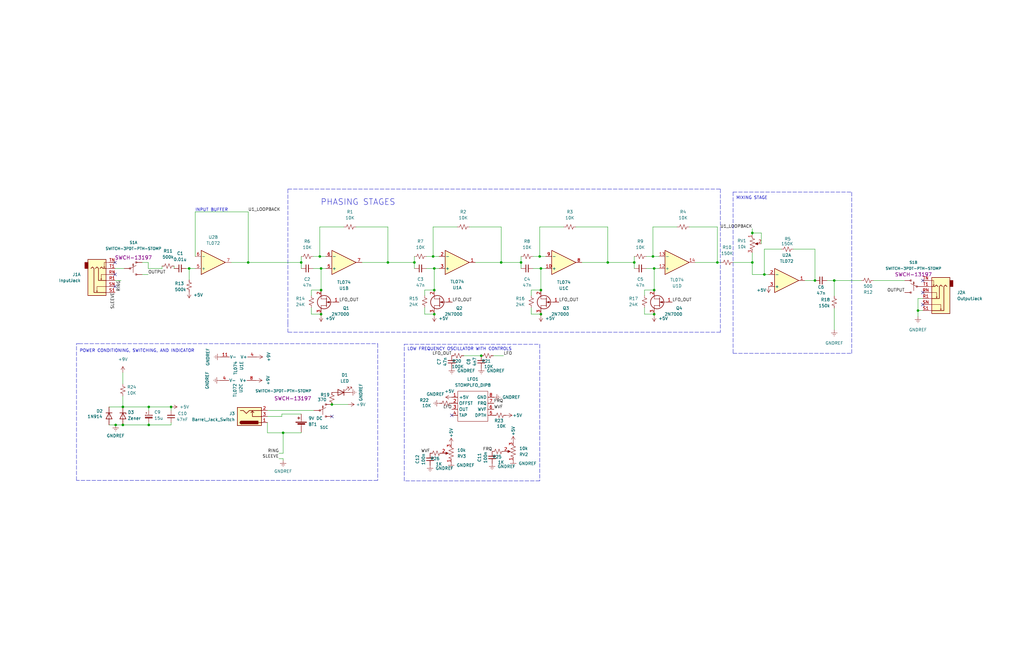
<source format=kicad_sch>
(kicad_sch (version 20211123) (generator eeschema)

  (uuid e63e39d7-6ac0-4ffd-8aa3-1841a4541b55)

  (paper "B")

  (title_block
    (title "Half-Pi++")
    (date "2022-05-04")
    (rev "V1.0")
    (company "Lord & Murphy")
  )

  (lib_symbols
    (symbol "Amplifier_Operational:TL072" (pin_names (offset 0.127)) (in_bom yes) (on_board yes)
      (property "Reference" "U" (id 0) (at 0 5.08 0)
        (effects (font (size 1.27 1.27)) (justify left))
      )
      (property "Value" "TL072" (id 1) (at 0 -5.08 0)
        (effects (font (size 1.27 1.27)) (justify left))
      )
      (property "Footprint" "" (id 2) (at 0 0 0)
        (effects (font (size 1.27 1.27)) hide)
      )
      (property "Datasheet" "http://www.ti.com/lit/ds/symlink/tl071.pdf" (id 3) (at 0 0 0)
        (effects (font (size 1.27 1.27)) hide)
      )
      (property "ki_locked" "" (id 4) (at 0 0 0)
        (effects (font (size 1.27 1.27)))
      )
      (property "ki_keywords" "dual opamp" (id 5) (at 0 0 0)
        (effects (font (size 1.27 1.27)) hide)
      )
      (property "ki_description" "Dual Low-Noise JFET-Input Operational Amplifiers, DIP-8/SOIC-8" (id 6) (at 0 0 0)
        (effects (font (size 1.27 1.27)) hide)
      )
      (property "ki_fp_filters" "SOIC*3.9x4.9mm*P1.27mm* DIP*W7.62mm* TO*99* OnSemi*Micro8* TSSOP*3x3mm*P0.65mm* TSSOP*4.4x3mm*P0.65mm* MSOP*3x3mm*P0.65mm* SSOP*3.9x4.9mm*P0.635mm* LFCSP*2x2mm*P0.5mm* *SIP* SOIC*5.3x6.2mm*P1.27mm*" (id 7) (at 0 0 0)
        (effects (font (size 1.27 1.27)) hide)
      )
      (symbol "TL072_1_1"
        (polyline
          (pts
            (xy -5.08 5.08)
            (xy 5.08 0)
            (xy -5.08 -5.08)
            (xy -5.08 5.08)
          )
          (stroke (width 0.254) (type default) (color 0 0 0 0))
          (fill (type background))
        )
        (pin output line (at 7.62 0 180) (length 2.54)
          (name "~" (effects (font (size 1.27 1.27))))
          (number "1" (effects (font (size 1.27 1.27))))
        )
        (pin input line (at -7.62 -2.54 0) (length 2.54)
          (name "-" (effects (font (size 1.27 1.27))))
          (number "2" (effects (font (size 1.27 1.27))))
        )
        (pin input line (at -7.62 2.54 0) (length 2.54)
          (name "+" (effects (font (size 1.27 1.27))))
          (number "3" (effects (font (size 1.27 1.27))))
        )
      )
      (symbol "TL072_2_1"
        (polyline
          (pts
            (xy -5.08 5.08)
            (xy 5.08 0)
            (xy -5.08 -5.08)
            (xy -5.08 5.08)
          )
          (stroke (width 0.254) (type default) (color 0 0 0 0))
          (fill (type background))
        )
        (pin input line (at -7.62 2.54 0) (length 2.54)
          (name "+" (effects (font (size 1.27 1.27))))
          (number "5" (effects (font (size 1.27 1.27))))
        )
        (pin input line (at -7.62 -2.54 0) (length 2.54)
          (name "-" (effects (font (size 1.27 1.27))))
          (number "6" (effects (font (size 1.27 1.27))))
        )
        (pin output line (at 7.62 0 180) (length 2.54)
          (name "~" (effects (font (size 1.27 1.27))))
          (number "7" (effects (font (size 1.27 1.27))))
        )
      )
      (symbol "TL072_3_1"
        (pin power_in line (at -2.54 -7.62 90) (length 3.81)
          (name "V-" (effects (font (size 1.27 1.27))))
          (number "4" (effects (font (size 1.27 1.27))))
        )
        (pin power_in line (at -2.54 7.62 270) (length 3.81)
          (name "V+" (effects (font (size 1.27 1.27))))
          (number "8" (effects (font (size 1.27 1.27))))
        )
      )
    )
    (symbol "Amplifier_Operational:TL074" (pin_names (offset 0.127)) (in_bom yes) (on_board yes)
      (property "Reference" "U" (id 0) (at 0 5.08 0)
        (effects (font (size 1.27 1.27)) (justify left))
      )
      (property "Value" "TL074" (id 1) (at 0 -5.08 0)
        (effects (font (size 1.27 1.27)) (justify left))
      )
      (property "Footprint" "" (id 2) (at -1.27 2.54 0)
        (effects (font (size 1.27 1.27)) hide)
      )
      (property "Datasheet" "http://www.ti.com/lit/ds/symlink/tl071.pdf" (id 3) (at 1.27 5.08 0)
        (effects (font (size 1.27 1.27)) hide)
      )
      (property "ki_locked" "" (id 4) (at 0 0 0)
        (effects (font (size 1.27 1.27)))
      )
      (property "ki_keywords" "quad opamp" (id 5) (at 0 0 0)
        (effects (font (size 1.27 1.27)) hide)
      )
      (property "ki_description" "Quad Low-Noise JFET-Input Operational Amplifiers, DIP-14/SOIC-14" (id 6) (at 0 0 0)
        (effects (font (size 1.27 1.27)) hide)
      )
      (property "ki_fp_filters" "SOIC*3.9x8.7mm*P1.27mm* DIP*W7.62mm* TSSOP*4.4x5mm*P0.65mm* SSOP*5.3x6.2mm*P0.65mm* MSOP*3x3mm*P0.5mm*" (id 7) (at 0 0 0)
        (effects (font (size 1.27 1.27)) hide)
      )
      (symbol "TL074_1_1"
        (polyline
          (pts
            (xy -5.08 5.08)
            (xy 5.08 0)
            (xy -5.08 -5.08)
            (xy -5.08 5.08)
          )
          (stroke (width 0.254) (type default) (color 0 0 0 0))
          (fill (type background))
        )
        (pin output line (at 7.62 0 180) (length 2.54)
          (name "~" (effects (font (size 1.27 1.27))))
          (number "1" (effects (font (size 1.27 1.27))))
        )
        (pin input line (at -7.62 -2.54 0) (length 2.54)
          (name "-" (effects (font (size 1.27 1.27))))
          (number "2" (effects (font (size 1.27 1.27))))
        )
        (pin input line (at -7.62 2.54 0) (length 2.54)
          (name "+" (effects (font (size 1.27 1.27))))
          (number "3" (effects (font (size 1.27 1.27))))
        )
      )
      (symbol "TL074_2_1"
        (polyline
          (pts
            (xy -5.08 5.08)
            (xy 5.08 0)
            (xy -5.08 -5.08)
            (xy -5.08 5.08)
          )
          (stroke (width 0.254) (type default) (color 0 0 0 0))
          (fill (type background))
        )
        (pin input line (at -7.62 2.54 0) (length 2.54)
          (name "+" (effects (font (size 1.27 1.27))))
          (number "5" (effects (font (size 1.27 1.27))))
        )
        (pin input line (at -7.62 -2.54 0) (length 2.54)
          (name "-" (effects (font (size 1.27 1.27))))
          (number "6" (effects (font (size 1.27 1.27))))
        )
        (pin output line (at 7.62 0 180) (length 2.54)
          (name "~" (effects (font (size 1.27 1.27))))
          (number "7" (effects (font (size 1.27 1.27))))
        )
      )
      (symbol "TL074_3_1"
        (polyline
          (pts
            (xy -5.08 5.08)
            (xy 5.08 0)
            (xy -5.08 -5.08)
            (xy -5.08 5.08)
          )
          (stroke (width 0.254) (type default) (color 0 0 0 0))
          (fill (type background))
        )
        (pin input line (at -7.62 2.54 0) (length 2.54)
          (name "+" (effects (font (size 1.27 1.27))))
          (number "10" (effects (font (size 1.27 1.27))))
        )
        (pin output line (at 7.62 0 180) (length 2.54)
          (name "~" (effects (font (size 1.27 1.27))))
          (number "8" (effects (font (size 1.27 1.27))))
        )
        (pin input line (at -7.62 -2.54 0) (length 2.54)
          (name "-" (effects (font (size 1.27 1.27))))
          (number "9" (effects (font (size 1.27 1.27))))
        )
      )
      (symbol "TL074_4_1"
        (polyline
          (pts
            (xy -5.08 5.08)
            (xy 5.08 0)
            (xy -5.08 -5.08)
            (xy -5.08 5.08)
          )
          (stroke (width 0.254) (type default) (color 0 0 0 0))
          (fill (type background))
        )
        (pin input line (at -7.62 2.54 0) (length 2.54)
          (name "+" (effects (font (size 1.27 1.27))))
          (number "12" (effects (font (size 1.27 1.27))))
        )
        (pin input line (at -7.62 -2.54 0) (length 2.54)
          (name "-" (effects (font (size 1.27 1.27))))
          (number "13" (effects (font (size 1.27 1.27))))
        )
        (pin output line (at 7.62 0 180) (length 2.54)
          (name "~" (effects (font (size 1.27 1.27))))
          (number "14" (effects (font (size 1.27 1.27))))
        )
      )
      (symbol "TL074_5_1"
        (pin power_in line (at -2.54 -7.62 90) (length 3.81)
          (name "V-" (effects (font (size 1.27 1.27))))
          (number "11" (effects (font (size 1.27 1.27))))
        )
        (pin power_in line (at -2.54 7.62 270) (length 3.81)
          (name "V+" (effects (font (size 1.27 1.27))))
          (number "4" (effects (font (size 1.27 1.27))))
        )
      )
    )
    (symbol "AudioJack3_Dual_Switch_1" (in_bom yes) (on_board yes)
      (property "Reference" "J1" (id 0) (at -9.398 -2.5401 0)
        (effects (font (size 1.27 1.27)) (justify right))
      )
      (property "Value" "InputJack" (id 1) (at -9.398 -0.0001 0)
        (effects (font (size 1.27 1.27)) (justify right))
      )
      (property "Footprint" "Connector_Audio:Jack_6.35mm_Neutrik_NRJ6HM-1_Horizontal" (id 2) (at -1.27 0 0)
        (effects (font (size 1.27 1.27)) hide)
      )
      (property "Datasheet" "~" (id 3) (at -1.27 0 0)
        (effects (font (size 1.27 1.27)) hide)
      )
      (property "ki_keywords" "audio jack dual receptacle stereo headphones phones TRS connector" (id 4) (at 0 0 0)
        (effects (font (size 1.27 1.27)) hide)
      )
      (property "ki_description" "Audio Jack, Dual, 3 Poles (Stereo / TRS), Switched Poles (Normalling)" (id 5) (at 0 0 0)
        (effects (font (size 1.27 1.27)) hide)
      )
      (property "ki_fp_filters" "Jack*" (id 6) (at 0 0 0)
        (effects (font (size 1.27 1.27)) hide)
      )
      (symbol "AudioJack3_Dual_Switch_1_0_1"
        (rectangle (start -6.35 -5.08) (end -7.62 -7.62)
          (stroke (width 0.254) (type default) (color 0 0 0 0))
          (fill (type outline))
        )
        (polyline
          (pts
            (xy -2.54 4.826)
            (xy -2.286 4.318)
          )
          (stroke (width 0) (type default) (color 0 0 0 0))
          (fill (type none))
        )
        (polyline
          (pts
            (xy -0.762 -0.254)
            (xy -0.508 -0.762)
          )
          (stroke (width 0) (type default) (color 0 0 0 0))
          (fill (type none))
        )
        (polyline
          (pts
            (xy 0.508 -5.334)
            (xy 0.762 -5.842)
          )
          (stroke (width 0) (type default) (color 0 0 0 0))
          (fill (type none))
        )
        (polyline
          (pts
            (xy 1.27 0)
            (xy 2.54 0)
          )
          (stroke (width 0) (type default) (color 0 0 0 0))
          (fill (type none))
        )
        (polyline
          (pts
            (xy 2.54 -5.08)
            (xy 1.27 -5.08)
          )
          (stroke (width 0) (type default) (color 0 0 0 0))
          (fill (type none))
        )
        (polyline
          (pts
            (xy 2.54 5.08)
            (xy 1.27 5.08)
          )
          (stroke (width 0) (type default) (color 0 0 0 0))
          (fill (type none))
        )
        (polyline
          (pts
            (xy -1.27 -5.08)
            (xy -0.635 -5.715)
            (xy 0 -5.08)
            (xy 1.27 -5.08)
          )
          (stroke (width 0.254) (type default) (color 0 0 0 0))
          (fill (type none))
        )
        (polyline
          (pts
            (xy 2.54 -7.62)
            (xy 0.508 -7.62)
            (xy 0.508 -5.334)
            (xy 0.254 -5.842)
          )
          (stroke (width 0) (type default) (color 0 0 0 0))
          (fill (type none))
        )
        (polyline
          (pts
            (xy 2.54 -2.54)
            (xy -0.762 -2.54)
            (xy -0.762 -0.254)
            (xy -1.016 -0.762)
          )
          (stroke (width 0) (type default) (color 0 0 0 0))
          (fill (type none))
        )
        (polyline
          (pts
            (xy 2.54 2.54)
            (xy -2.54 2.54)
            (xy -2.54 4.826)
            (xy -2.794 4.318)
          )
          (stroke (width 0) (type default) (color 0 0 0 0))
          (fill (type none))
        )
        (polyline
          (pts
            (xy -3.175 -5.08)
            (xy -2.54 -5.715)
            (xy -1.905 -5.08)
            (xy -1.905 0)
            (xy 1.27 0)
          )
          (stroke (width 0.254) (type default) (color 0 0 0 0))
          (fill (type none))
        )
        (polyline
          (pts
            (xy 1.27 5.08)
            (xy -3.81 5.08)
            (xy -3.81 -5.08)
            (xy -4.445 -5.715)
            (xy -5.08 -5.08)
          )
          (stroke (width 0.254) (type default) (color 0 0 0 0))
          (fill (type none))
        )
        (rectangle (start 1.27 6.35) (end -6.35 -8.89)
          (stroke (width 0.254) (type default) (color 0 0 0 0))
          (fill (type background))
        )
      )
      (symbol "AudioJack3_Dual_Switch_1_1_1"
        (pin passive line (at 5.08 0 180) (length 2.54)
          (name "~" (effects (font (size 1.27 1.27))))
          (number "R1" (effects (font (size 1.27 1.27))))
        )
        (pin passive line (at 5.08 -2.54 180) (length 2.54)
          (name "~" (effects (font (size 1.27 1.27))))
          (number "RN" (effects (font (size 1.27 1.27))))
        )
        (pin passive line (at 5.08 5.08 180) (length 2.54)
          (name "~" (effects (font (size 1.27 1.27))))
          (number "S1" (effects (font (size 1.27 1.27))))
        )
        (pin passive line (at 5.08 2.54 180) (length 2.54)
          (name "~" (effects (font (size 1.27 1.27))))
          (number "SN" (effects (font (size 1.27 1.27))))
        )
        (pin passive line (at 5.08 -5.08 180) (length 2.54)
          (name "~" (effects (font (size 1.27 1.27))))
          (number "T1" (effects (font (size 1.27 1.27))))
        )
        (pin passive line (at 5.08 -7.62 180) (length 2.54)
          (name "~" (effects (font (size 1.27 1.27))))
          (number "TN" (effects (font (size 1.27 1.27))))
        )
      )
      (symbol "AudioJack3_Dual_Switch_1_2_1"
        (pin passive line (at 5.08 0 180) (length 2.54)
          (name "~" (effects (font (size 1.27 1.27))))
          (number "R2" (effects (font (size 1.27 1.27))))
        )
        (pin passive line (at 5.08 -2.54 180) (length 2.54)
          (name "~" (effects (font (size 1.27 1.27))))
          (number "RN2" (effects (font (size 1.27 1.27))))
        )
        (pin passive line (at 5.08 5.08 180) (length 2.54)
          (name "~" (effects (font (size 1.27 1.27))))
          (number "S2" (effects (font (size 1.27 1.27))))
        )
        (pin passive line (at 5.08 2.54 180) (length 2.54)
          (name "~" (effects (font (size 1.27 1.27))))
          (number "SN2" (effects (font (size 1.27 1.27))))
        )
        (pin passive line (at 5.08 -5.08 180) (length 2.54)
          (name "~" (effects (font (size 1.27 1.27))))
          (number "T2" (effects (font (size 1.27 1.27))))
        )
        (pin passive line (at 5.08 -7.62 180) (length 2.54)
          (name "~" (effects (font (size 1.27 1.27))))
          (number "TN2" (effects (font (size 1.27 1.27))))
        )
      )
    )
    (symbol "Connector:AudioJack3_Dual_Switch" (in_bom yes) (on_board yes)
      (property "Reference" "J2" (id 0) (at -9.398 -2.5401 0)
        (effects (font (size 1.27 1.27)) (justify right))
      )
      (property "Value" "OutputJack" (id 1) (at -9.398 -0.0001 0)
        (effects (font (size 1.27 1.27)) (justify right))
      )
      (property "Footprint" "Connector_Audio:Jack_6.35mm_Neutrik_NRJ6HM-1_Horizontal" (id 2) (at -1.27 0 0)
        (effects (font (size 1.27 1.27)) hide)
      )
      (property "Datasheet" "~" (id 3) (at -1.27 0 0)
        (effects (font (size 1.27 1.27)) hide)
      )
      (property "ki_keywords" "audio jack dual receptacle stereo headphones phones TRS connector" (id 4) (at 0 0 0)
        (effects (font (size 1.27 1.27)) hide)
      )
      (property "ki_description" "Audio Jack, Dual, 3 Poles (Stereo / TRS), Switched Poles (Normalling)" (id 5) (at 0 0 0)
        (effects (font (size 1.27 1.27)) hide)
      )
      (property "ki_fp_filters" "Jack*" (id 6) (at 0 0 0)
        (effects (font (size 1.27 1.27)) hide)
      )
      (symbol "AudioJack3_Dual_Switch_0_1"
        (rectangle (start -6.35 -5.08) (end -7.62 -7.62)
          (stroke (width 0.254) (type default) (color 0 0 0 0))
          (fill (type outline))
        )
        (polyline
          (pts
            (xy -2.54 4.826)
            (xy -2.286 4.318)
          )
          (stroke (width 0) (type default) (color 0 0 0 0))
          (fill (type none))
        )
        (polyline
          (pts
            (xy -0.762 -0.254)
            (xy -0.508 -0.762)
          )
          (stroke (width 0) (type default) (color 0 0 0 0))
          (fill (type none))
        )
        (polyline
          (pts
            (xy 0.508 -5.334)
            (xy 0.762 -5.842)
          )
          (stroke (width 0) (type default) (color 0 0 0 0))
          (fill (type none))
        )
        (polyline
          (pts
            (xy 1.27 0)
            (xy 2.54 0)
          )
          (stroke (width 0) (type default) (color 0 0 0 0))
          (fill (type none))
        )
        (polyline
          (pts
            (xy 2.54 -5.08)
            (xy 1.27 -5.08)
          )
          (stroke (width 0) (type default) (color 0 0 0 0))
          (fill (type none))
        )
        (polyline
          (pts
            (xy 2.54 5.08)
            (xy 1.27 5.08)
          )
          (stroke (width 0) (type default) (color 0 0 0 0))
          (fill (type none))
        )
        (polyline
          (pts
            (xy -1.27 -5.08)
            (xy -0.635 -5.715)
            (xy 0 -5.08)
            (xy 1.27 -5.08)
          )
          (stroke (width 0.254) (type default) (color 0 0 0 0))
          (fill (type none))
        )
        (polyline
          (pts
            (xy 2.54 -7.62)
            (xy 0.508 -7.62)
            (xy 0.508 -5.334)
            (xy 0.254 -5.842)
          )
          (stroke (width 0) (type default) (color 0 0 0 0))
          (fill (type none))
        )
        (polyline
          (pts
            (xy 2.54 -2.54)
            (xy -0.762 -2.54)
            (xy -0.762 -0.254)
            (xy -1.016 -0.762)
          )
          (stroke (width 0) (type default) (color 0 0 0 0))
          (fill (type none))
        )
        (polyline
          (pts
            (xy 2.54 2.54)
            (xy -2.54 2.54)
            (xy -2.54 4.826)
            (xy -2.794 4.318)
          )
          (stroke (width 0) (type default) (color 0 0 0 0))
          (fill (type none))
        )
        (polyline
          (pts
            (xy -3.175 -5.08)
            (xy -2.54 -5.715)
            (xy -1.905 -5.08)
            (xy -1.905 0)
            (xy 1.27 0)
          )
          (stroke (width 0.254) (type default) (color 0 0 0 0))
          (fill (type none))
        )
        (polyline
          (pts
            (xy 1.27 5.08)
            (xy -3.81 5.08)
            (xy -3.81 -5.08)
            (xy -4.445 -5.715)
            (xy -5.08 -5.08)
          )
          (stroke (width 0.254) (type default) (color 0 0 0 0))
          (fill (type none))
        )
        (rectangle (start 1.27 6.35) (end -6.35 -8.89)
          (stroke (width 0.254) (type default) (color 0 0 0 0))
          (fill (type background))
        )
      )
      (symbol "AudioJack3_Dual_Switch_1_1"
        (pin passive line (at 5.08 0 180) (length 2.54)
          (name "~" (effects (font (size 1.27 1.27))))
          (number "R1" (effects (font (size 1.27 1.27))))
        )
        (pin passive line (at 5.08 -2.54 180) (length 2.54)
          (name "~" (effects (font (size 1.27 1.27))))
          (number "RN" (effects (font (size 1.27 1.27))))
        )
        (pin passive line (at 5.08 5.08 180) (length 2.54)
          (name "~" (effects (font (size 1.27 1.27))))
          (number "S1" (effects (font (size 1.27 1.27))))
        )
        (pin passive line (at 5.08 2.54 180) (length 2.54)
          (name "~" (effects (font (size 1.27 1.27))))
          (number "SN" (effects (font (size 1.27 1.27))))
        )
        (pin passive line (at 5.08 -5.08 180) (length 2.54)
          (name "~" (effects (font (size 1.27 1.27))))
          (number "T1" (effects (font (size 1.27 1.27))))
        )
        (pin passive line (at 5.08 -7.62 180) (length 2.54)
          (name "~" (effects (font (size 1.27 1.27))))
          (number "TN" (effects (font (size 1.27 1.27))))
        )
      )
      (symbol "AudioJack3_Dual_Switch_2_1"
        (pin passive line (at 5.08 0 180) (length 2.54)
          (name "~" (effects (font (size 1.27 1.27))))
          (number "R2" (effects (font (size 1.27 1.27))))
        )
        (pin passive line (at 5.08 -2.54 180) (length 2.54)
          (name "~" (effects (font (size 1.27 1.27))))
          (number "RN2" (effects (font (size 1.27 1.27))))
        )
        (pin passive line (at 5.08 5.08 180) (length 2.54)
          (name "~" (effects (font (size 1.27 1.27))))
          (number "S2" (effects (font (size 1.27 1.27))))
        )
        (pin passive line (at 5.08 2.54 180) (length 2.54)
          (name "~" (effects (font (size 1.27 1.27))))
          (number "SN2" (effects (font (size 1.27 1.27))))
        )
        (pin passive line (at 5.08 -5.08 180) (length 2.54)
          (name "~" (effects (font (size 1.27 1.27))))
          (number "T2" (effects (font (size 1.27 1.27))))
        )
        (pin passive line (at 5.08 -7.62 180) (length 2.54)
          (name "~" (effects (font (size 1.27 1.27))))
          (number "TN2" (effects (font (size 1.27 1.27))))
        )
      )
    )
    (symbol "Connector:Barrel_Jack_Switch" (pin_names hide) (in_bom yes) (on_board yes)
      (property "Reference" "J" (id 0) (at 0 5.334 0)
        (effects (font (size 1.27 1.27)))
      )
      (property "Value" "Barrel_Jack_Switch" (id 1) (at 0 -5.08 0)
        (effects (font (size 1.27 1.27)))
      )
      (property "Footprint" "" (id 2) (at 1.27 -1.016 0)
        (effects (font (size 1.27 1.27)) hide)
      )
      (property "Datasheet" "~" (id 3) (at 1.27 -1.016 0)
        (effects (font (size 1.27 1.27)) hide)
      )
      (property "ki_keywords" "DC power barrel jack connector" (id 4) (at 0 0 0)
        (effects (font (size 1.27 1.27)) hide)
      )
      (property "ki_description" "DC Barrel Jack with an internal switch" (id 5) (at 0 0 0)
        (effects (font (size 1.27 1.27)) hide)
      )
      (property "ki_fp_filters" "BarrelJack*" (id 6) (at 0 0 0)
        (effects (font (size 1.27 1.27)) hide)
      )
      (symbol "Barrel_Jack_Switch_0_1"
        (rectangle (start -5.08 3.81) (end 5.08 -3.81)
          (stroke (width 0.254) (type default) (color 0 0 0 0))
          (fill (type background))
        )
        (arc (start -3.302 3.175) (mid -3.937 2.54) (end -3.302 1.905)
          (stroke (width 0.254) (type default) (color 0 0 0 0))
          (fill (type none))
        )
        (arc (start -3.302 3.175) (mid -3.937 2.54) (end -3.302 1.905)
          (stroke (width 0.254) (type default) (color 0 0 0 0))
          (fill (type outline))
        )
        (polyline
          (pts
            (xy 1.27 -2.286)
            (xy 1.905 -1.651)
          )
          (stroke (width 0.254) (type default) (color 0 0 0 0))
          (fill (type none))
        )
        (polyline
          (pts
            (xy 5.08 2.54)
            (xy 3.81 2.54)
          )
          (stroke (width 0.254) (type default) (color 0 0 0 0))
          (fill (type none))
        )
        (polyline
          (pts
            (xy 5.08 0)
            (xy 1.27 0)
            (xy 1.27 -2.286)
            (xy 0.635 -1.651)
          )
          (stroke (width 0.254) (type default) (color 0 0 0 0))
          (fill (type none))
        )
        (polyline
          (pts
            (xy -3.81 -2.54)
            (xy -2.54 -2.54)
            (xy -1.27 -1.27)
            (xy 0 -2.54)
            (xy 2.54 -2.54)
            (xy 5.08 -2.54)
          )
          (stroke (width 0.254) (type default) (color 0 0 0 0))
          (fill (type none))
        )
        (rectangle (start 3.683 3.175) (end -3.302 1.905)
          (stroke (width 0.254) (type default) (color 0 0 0 0))
          (fill (type outline))
        )
      )
      (symbol "Barrel_Jack_Switch_1_1"
        (pin passive line (at 7.62 2.54 180) (length 2.54)
          (name "~" (effects (font (size 1.27 1.27))))
          (number "1" (effects (font (size 1.27 1.27))))
        )
        (pin passive line (at 7.62 -2.54 180) (length 2.54)
          (name "~" (effects (font (size 1.27 1.27))))
          (number "2" (effects (font (size 1.27 1.27))))
        )
        (pin passive line (at 7.62 0 180) (length 2.54)
          (name "~" (effects (font (size 1.27 1.27))))
          (number "3" (effects (font (size 1.27 1.27))))
        )
      )
    )
    (symbol "Device:Battery_Cell" (pin_numbers hide) (pin_names (offset 0) hide) (in_bom yes) (on_board yes)
      (property "Reference" "BT" (id 0) (at 2.54 2.54 0)
        (effects (font (size 1.27 1.27)) (justify left))
      )
      (property "Value" "Battery_Cell" (id 1) (at 2.54 0 0)
        (effects (font (size 1.27 1.27)) (justify left))
      )
      (property "Footprint" "" (id 2) (at 0 1.524 90)
        (effects (font (size 1.27 1.27)) hide)
      )
      (property "Datasheet" "~" (id 3) (at 0 1.524 90)
        (effects (font (size 1.27 1.27)) hide)
      )
      (property "ki_keywords" "battery cell" (id 4) (at 0 0 0)
        (effects (font (size 1.27 1.27)) hide)
      )
      (property "ki_description" "Single-cell battery" (id 5) (at 0 0 0)
        (effects (font (size 1.27 1.27)) hide)
      )
      (symbol "Battery_Cell_0_1"
        (rectangle (start -2.286 1.778) (end 2.286 1.524)
          (stroke (width 0) (type default) (color 0 0 0 0))
          (fill (type outline))
        )
        (rectangle (start -1.5748 1.1938) (end 1.4732 0.6858)
          (stroke (width 0) (type default) (color 0 0 0 0))
          (fill (type outline))
        )
        (polyline
          (pts
            (xy 0 0.762)
            (xy 0 0)
          )
          (stroke (width 0) (type default) (color 0 0 0 0))
          (fill (type none))
        )
        (polyline
          (pts
            (xy 0 1.778)
            (xy 0 2.54)
          )
          (stroke (width 0) (type default) (color 0 0 0 0))
          (fill (type none))
        )
        (polyline
          (pts
            (xy 0.508 3.429)
            (xy 1.524 3.429)
          )
          (stroke (width 0.254) (type default) (color 0 0 0 0))
          (fill (type none))
        )
        (polyline
          (pts
            (xy 1.016 3.937)
            (xy 1.016 2.921)
          )
          (stroke (width 0.254) (type default) (color 0 0 0 0))
          (fill (type none))
        )
      )
      (symbol "Battery_Cell_1_1"
        (pin passive line (at 0 5.08 270) (length 2.54)
          (name "+" (effects (font (size 1.27 1.27))))
          (number "1" (effects (font (size 1.27 1.27))))
        )
        (pin passive line (at 0 -2.54 90) (length 2.54)
          (name "-" (effects (font (size 1.27 1.27))))
          (number "2" (effects (font (size 1.27 1.27))))
        )
      )
    )
    (symbol "Device:C_Polarized_Small" (pin_numbers hide) (pin_names (offset 0.254) hide) (in_bom yes) (on_board yes)
      (property "Reference" "C" (id 0) (at 0.254 1.778 0)
        (effects (font (size 1.27 1.27)) (justify left))
      )
      (property "Value" "C_Polarized_Small" (id 1) (at 0.254 -2.032 0)
        (effects (font (size 1.27 1.27)) (justify left))
      )
      (property "Footprint" "" (id 2) (at 0 0 0)
        (effects (font (size 1.27 1.27)) hide)
      )
      (property "Datasheet" "~" (id 3) (at 0 0 0)
        (effects (font (size 1.27 1.27)) hide)
      )
      (property "ki_keywords" "cap capacitor" (id 4) (at 0 0 0)
        (effects (font (size 1.27 1.27)) hide)
      )
      (property "ki_description" "Polarized capacitor, small symbol" (id 5) (at 0 0 0)
        (effects (font (size 1.27 1.27)) hide)
      )
      (property "ki_fp_filters" "CP_*" (id 6) (at 0 0 0)
        (effects (font (size 1.27 1.27)) hide)
      )
      (symbol "C_Polarized_Small_0_1"
        (rectangle (start -1.524 -0.3048) (end 1.524 -0.6858)
          (stroke (width 0) (type default) (color 0 0 0 0))
          (fill (type outline))
        )
        (rectangle (start -1.524 0.6858) (end 1.524 0.3048)
          (stroke (width 0) (type default) (color 0 0 0 0))
          (fill (type none))
        )
        (polyline
          (pts
            (xy -1.27 1.524)
            (xy -0.762 1.524)
          )
          (stroke (width 0) (type default) (color 0 0 0 0))
          (fill (type none))
        )
        (polyline
          (pts
            (xy -1.016 1.27)
            (xy -1.016 1.778)
          )
          (stroke (width 0) (type default) (color 0 0 0 0))
          (fill (type none))
        )
      )
      (symbol "C_Polarized_Small_1_1"
        (pin passive line (at 0 2.54 270) (length 1.8542)
          (name "~" (effects (font (size 1.27 1.27))))
          (number "1" (effects (font (size 1.27 1.27))))
        )
        (pin passive line (at 0 -2.54 90) (length 1.8542)
          (name "~" (effects (font (size 1.27 1.27))))
          (number "2" (effects (font (size 1.27 1.27))))
        )
      )
    )
    (symbol "Device:C_Small" (pin_numbers hide) (pin_names (offset 0.254) hide) (in_bom yes) (on_board yes)
      (property "Reference" "C" (id 0) (at 0.254 1.778 0)
        (effects (font (size 1.27 1.27)) (justify left))
      )
      (property "Value" "C_Small" (id 1) (at 0.254 -2.032 0)
        (effects (font (size 1.27 1.27)) (justify left))
      )
      (property "Footprint" "" (id 2) (at 0 0 0)
        (effects (font (size 1.27 1.27)) hide)
      )
      (property "Datasheet" "~" (id 3) (at 0 0 0)
        (effects (font (size 1.27 1.27)) hide)
      )
      (property "ki_keywords" "capacitor cap" (id 4) (at 0 0 0)
        (effects (font (size 1.27 1.27)) hide)
      )
      (property "ki_description" "Unpolarized capacitor, small symbol" (id 5) (at 0 0 0)
        (effects (font (size 1.27 1.27)) hide)
      )
      (property "ki_fp_filters" "C_*" (id 6) (at 0 0 0)
        (effects (font (size 1.27 1.27)) hide)
      )
      (symbol "C_Small_0_1"
        (polyline
          (pts
            (xy -1.524 -0.508)
            (xy 1.524 -0.508)
          )
          (stroke (width 0.3302) (type default) (color 0 0 0 0))
          (fill (type none))
        )
        (polyline
          (pts
            (xy -1.524 0.508)
            (xy 1.524 0.508)
          )
          (stroke (width 0.3048) (type default) (color 0 0 0 0))
          (fill (type none))
        )
      )
      (symbol "C_Small_1_1"
        (pin passive line (at 0 2.54 270) (length 2.032)
          (name "~" (effects (font (size 1.27 1.27))))
          (number "1" (effects (font (size 1.27 1.27))))
        )
        (pin passive line (at 0 -2.54 90) (length 2.032)
          (name "~" (effects (font (size 1.27 1.27))))
          (number "2" (effects (font (size 1.27 1.27))))
        )
      )
    )
    (symbol "Device:D_Zener" (pin_numbers hide) (pin_names (offset 1.016) hide) (in_bom yes) (on_board yes)
      (property "Reference" "D" (id 0) (at 0 2.54 0)
        (effects (font (size 1.27 1.27)))
      )
      (property "Value" "D_Zener" (id 1) (at 0 -2.54 0)
        (effects (font (size 1.27 1.27)))
      )
      (property "Footprint" "" (id 2) (at 0 0 0)
        (effects (font (size 1.27 1.27)) hide)
      )
      (property "Datasheet" "~" (id 3) (at 0 0 0)
        (effects (font (size 1.27 1.27)) hide)
      )
      (property "ki_keywords" "diode" (id 4) (at 0 0 0)
        (effects (font (size 1.27 1.27)) hide)
      )
      (property "ki_description" "Zener diode" (id 5) (at 0 0 0)
        (effects (font (size 1.27 1.27)) hide)
      )
      (property "ki_fp_filters" "TO-???* *_Diode_* *SingleDiode* D_*" (id 6) (at 0 0 0)
        (effects (font (size 1.27 1.27)) hide)
      )
      (symbol "D_Zener_0_1"
        (polyline
          (pts
            (xy 1.27 0)
            (xy -1.27 0)
          )
          (stroke (width 0) (type default) (color 0 0 0 0))
          (fill (type none))
        )
        (polyline
          (pts
            (xy -1.27 -1.27)
            (xy -1.27 1.27)
            (xy -0.762 1.27)
          )
          (stroke (width 0.254) (type default) (color 0 0 0 0))
          (fill (type none))
        )
        (polyline
          (pts
            (xy 1.27 -1.27)
            (xy 1.27 1.27)
            (xy -1.27 0)
            (xy 1.27 -1.27)
          )
          (stroke (width 0.254) (type default) (color 0 0 0 0))
          (fill (type none))
        )
      )
      (symbol "D_Zener_1_1"
        (pin passive line (at -3.81 0 0) (length 2.54)
          (name "K" (effects (font (size 1.27 1.27))))
          (number "1" (effects (font (size 1.27 1.27))))
        )
        (pin passive line (at 3.81 0 180) (length 2.54)
          (name "A" (effects (font (size 1.27 1.27))))
          (number "2" (effects (font (size 1.27 1.27))))
        )
      )
    )
    (symbol "Device:LED" (pin_numbers hide) (pin_names (offset 1.016) hide) (in_bom yes) (on_board yes)
      (property "Reference" "D" (id 0) (at 0 2.54 0)
        (effects (font (size 1.27 1.27)))
      )
      (property "Value" "LED" (id 1) (at 0 -2.54 0)
        (effects (font (size 1.27 1.27)))
      )
      (property "Footprint" "" (id 2) (at 0 0 0)
        (effects (font (size 1.27 1.27)) hide)
      )
      (property "Datasheet" "~" (id 3) (at 0 0 0)
        (effects (font (size 1.27 1.27)) hide)
      )
      (property "ki_keywords" "LED diode" (id 4) (at 0 0 0)
        (effects (font (size 1.27 1.27)) hide)
      )
      (property "ki_description" "Light emitting diode" (id 5) (at 0 0 0)
        (effects (font (size 1.27 1.27)) hide)
      )
      (property "ki_fp_filters" "LED* LED_SMD:* LED_THT:*" (id 6) (at 0 0 0)
        (effects (font (size 1.27 1.27)) hide)
      )
      (symbol "LED_0_1"
        (polyline
          (pts
            (xy -1.27 -1.27)
            (xy -1.27 1.27)
          )
          (stroke (width 0.254) (type default) (color 0 0 0 0))
          (fill (type none))
        )
        (polyline
          (pts
            (xy -1.27 0)
            (xy 1.27 0)
          )
          (stroke (width 0) (type default) (color 0 0 0 0))
          (fill (type none))
        )
        (polyline
          (pts
            (xy 1.27 -1.27)
            (xy 1.27 1.27)
            (xy -1.27 0)
            (xy 1.27 -1.27)
          )
          (stroke (width 0.254) (type default) (color 0 0 0 0))
          (fill (type none))
        )
        (polyline
          (pts
            (xy -3.048 -0.762)
            (xy -4.572 -2.286)
            (xy -3.81 -2.286)
            (xy -4.572 -2.286)
            (xy -4.572 -1.524)
          )
          (stroke (width 0) (type default) (color 0 0 0 0))
          (fill (type none))
        )
        (polyline
          (pts
            (xy -1.778 -0.762)
            (xy -3.302 -2.286)
            (xy -2.54 -2.286)
            (xy -3.302 -2.286)
            (xy -3.302 -1.524)
          )
          (stroke (width 0) (type default) (color 0 0 0 0))
          (fill (type none))
        )
      )
      (symbol "LED_1_1"
        (pin passive line (at -3.81 0 0) (length 2.54)
          (name "K" (effects (font (size 1.27 1.27))))
          (number "1" (effects (font (size 1.27 1.27))))
        )
        (pin passive line (at 3.81 0 180) (length 2.54)
          (name "A" (effects (font (size 1.27 1.27))))
          (number "2" (effects (font (size 1.27 1.27))))
        )
      )
    )
    (symbol "Device:R_Potentiometer_US" (pin_names (offset 1.016) hide) (in_bom yes) (on_board yes)
      (property "Reference" "RV" (id 0) (at -4.445 0 90)
        (effects (font (size 1.27 1.27)))
      )
      (property "Value" "R_Potentiometer_US" (id 1) (at -2.54 0 90)
        (effects (font (size 1.27 1.27)))
      )
      (property "Footprint" "" (id 2) (at 0 0 0)
        (effects (font (size 1.27 1.27)) hide)
      )
      (property "Datasheet" "~" (id 3) (at 0 0 0)
        (effects (font (size 1.27 1.27)) hide)
      )
      (property "ki_keywords" "resistor variable" (id 4) (at 0 0 0)
        (effects (font (size 1.27 1.27)) hide)
      )
      (property "ki_description" "Potentiometer, US symbol" (id 5) (at 0 0 0)
        (effects (font (size 1.27 1.27)) hide)
      )
      (property "ki_fp_filters" "Potentiometer*" (id 6) (at 0 0 0)
        (effects (font (size 1.27 1.27)) hide)
      )
      (symbol "R_Potentiometer_US_0_1"
        (polyline
          (pts
            (xy 0 -2.286)
            (xy 0 -2.54)
          )
          (stroke (width 0) (type default) (color 0 0 0 0))
          (fill (type none))
        )
        (polyline
          (pts
            (xy 0 2.54)
            (xy 0 2.286)
          )
          (stroke (width 0) (type default) (color 0 0 0 0))
          (fill (type none))
        )
        (polyline
          (pts
            (xy 2.54 0)
            (xy 1.524 0)
          )
          (stroke (width 0) (type default) (color 0 0 0 0))
          (fill (type none))
        )
        (polyline
          (pts
            (xy 1.143 0)
            (xy 2.286 0.508)
            (xy 2.286 -0.508)
            (xy 1.143 0)
          )
          (stroke (width 0) (type default) (color 0 0 0 0))
          (fill (type outline))
        )
        (polyline
          (pts
            (xy 0 -0.762)
            (xy 1.016 -1.143)
            (xy 0 -1.524)
            (xy -1.016 -1.905)
            (xy 0 -2.286)
          )
          (stroke (width 0) (type default) (color 0 0 0 0))
          (fill (type none))
        )
        (polyline
          (pts
            (xy 0 0.762)
            (xy 1.016 0.381)
            (xy 0 0)
            (xy -1.016 -0.381)
            (xy 0 -0.762)
          )
          (stroke (width 0) (type default) (color 0 0 0 0))
          (fill (type none))
        )
        (polyline
          (pts
            (xy 0 2.286)
            (xy 1.016 1.905)
            (xy 0 1.524)
            (xy -1.016 1.143)
            (xy 0 0.762)
          )
          (stroke (width 0) (type default) (color 0 0 0 0))
          (fill (type none))
        )
      )
      (symbol "R_Potentiometer_US_1_1"
        (pin passive line (at 0 3.81 270) (length 1.27)
          (name "1" (effects (font (size 1.27 1.27))))
          (number "1" (effects (font (size 1.27 1.27))))
        )
        (pin passive line (at 3.81 0 180) (length 1.27)
          (name "2" (effects (font (size 1.27 1.27))))
          (number "2" (effects (font (size 1.27 1.27))))
        )
        (pin passive line (at 0 -3.81 90) (length 1.27)
          (name "3" (effects (font (size 1.27 1.27))))
          (number "3" (effects (font (size 1.27 1.27))))
        )
      )
    )
    (symbol "Device:R_Small_US" (pin_numbers hide) (pin_names (offset 0.254) hide) (in_bom yes) (on_board yes)
      (property "Reference" "R" (id 0) (at 0.762 0.508 0)
        (effects (font (size 1.27 1.27)) (justify left))
      )
      (property "Value" "R_Small_US" (id 1) (at 0.762 -1.016 0)
        (effects (font (size 1.27 1.27)) (justify left))
      )
      (property "Footprint" "" (id 2) (at 0 0 0)
        (effects (font (size 1.27 1.27)) hide)
      )
      (property "Datasheet" "~" (id 3) (at 0 0 0)
        (effects (font (size 1.27 1.27)) hide)
      )
      (property "ki_keywords" "r resistor" (id 4) (at 0 0 0)
        (effects (font (size 1.27 1.27)) hide)
      )
      (property "ki_description" "Resistor, small US symbol" (id 5) (at 0 0 0)
        (effects (font (size 1.27 1.27)) hide)
      )
      (property "ki_fp_filters" "R_*" (id 6) (at 0 0 0)
        (effects (font (size 1.27 1.27)) hide)
      )
      (symbol "R_Small_US_1_1"
        (polyline
          (pts
            (xy 0 0)
            (xy 1.016 -0.381)
            (xy 0 -0.762)
            (xy -1.016 -1.143)
            (xy 0 -1.524)
          )
          (stroke (width 0) (type default) (color 0 0 0 0))
          (fill (type none))
        )
        (polyline
          (pts
            (xy 0 1.524)
            (xy 1.016 1.143)
            (xy 0 0.762)
            (xy -1.016 0.381)
            (xy 0 0)
          )
          (stroke (width 0) (type default) (color 0 0 0 0))
          (fill (type none))
        )
        (pin passive line (at 0 2.54 270) (length 1.016)
          (name "~" (effects (font (size 1.27 1.27))))
          (number "1" (effects (font (size 1.27 1.27))))
        )
        (pin passive line (at 0 -2.54 90) (length 1.016)
          (name "~" (effects (font (size 1.27 1.27))))
          (number "2" (effects (font (size 1.27 1.27))))
        )
      )
    )
    (symbol "Diode:1N914" (pin_numbers hide) (pin_names (offset 1.016) hide) (in_bom yes) (on_board yes)
      (property "Reference" "D" (id 0) (at 0 2.54 0)
        (effects (font (size 1.27 1.27)))
      )
      (property "Value" "1N914" (id 1) (at 0 -2.54 0)
        (effects (font (size 1.27 1.27)))
      )
      (property "Footprint" "Diode_THT:D_DO-35_SOD27_P7.62mm_Horizontal" (id 2) (at 0 -4.445 0)
        (effects (font (size 1.27 1.27)) hide)
      )
      (property "Datasheet" "http://www.vishay.com/docs/85622/1n914.pdf" (id 3) (at 0 0 0)
        (effects (font (size 1.27 1.27)) hide)
      )
      (property "ki_keywords" "diode" (id 4) (at 0 0 0)
        (effects (font (size 1.27 1.27)) hide)
      )
      (property "ki_description" "100V 0.3A Small Signal Fast Switching Diode, DO-35" (id 5) (at 0 0 0)
        (effects (font (size 1.27 1.27)) hide)
      )
      (property "ki_fp_filters" "D*DO?35*" (id 6) (at 0 0 0)
        (effects (font (size 1.27 1.27)) hide)
      )
      (symbol "1N914_0_1"
        (polyline
          (pts
            (xy -1.27 1.27)
            (xy -1.27 -1.27)
          )
          (stroke (width 0.254) (type default) (color 0 0 0 0))
          (fill (type none))
        )
        (polyline
          (pts
            (xy 1.27 0)
            (xy -1.27 0)
          )
          (stroke (width 0) (type default) (color 0 0 0 0))
          (fill (type none))
        )
        (polyline
          (pts
            (xy 1.27 1.27)
            (xy 1.27 -1.27)
            (xy -1.27 0)
            (xy 1.27 1.27)
          )
          (stroke (width 0.254) (type default) (color 0 0 0 0))
          (fill (type none))
        )
      )
      (symbol "1N914_1_1"
        (pin passive line (at -3.81 0 0) (length 2.54)
          (name "K" (effects (font (size 1.27 1.27))))
          (number "1" (effects (font (size 1.27 1.27))))
        )
        (pin passive line (at 3.81 0 180) (length 2.54)
          (name "A" (effects (font (size 1.27 1.27))))
          (number "2" (effects (font (size 1.27 1.27))))
        )
      )
    )
    (symbol "ElectricDruidLFO:STOMPLFO_DIP8" (in_bom yes) (on_board yes)
      (property "Reference" "LFO" (id 0) (at 0 2.54 0)
        (effects (font (size 1.27 1.27)))
      )
      (property "Value" "STOMPLFO_DIP8" (id 1) (at 0 0 0)
        (effects (font (size 1.27 1.27)))
      )
      (property "Footprint" "" (id 2) (at 0 0 0)
        (effects (font (size 1.27 1.27)) hide)
      )
      (property "Datasheet" "" (id 3) (at 0 0 0)
        (effects (font (size 1.27 1.27)) hide)
      )
      (symbol "STOMPLFO_DIP8_0_1"
        (rectangle (start -6.35 -2.54) (end 6.35 -15.24)
          (stroke (width 0) (type default) (color 0 0 0 0))
          (fill (type none))
        )
      )
      (symbol "STOMPLFO_DIP8_1_1"
        (pin passive line (at -8.89 -5.08 0) (length 2.54)
          (name "+5V" (effects (font (size 1.27 1.27))))
          (number "1" (effects (font (size 1.27 1.27))))
        )
        (pin input line (at -8.89 -7.62 0) (length 2.54)
          (name "OFFST" (effects (font (size 1.27 1.27))))
          (number "2" (effects (font (size 1.27 1.27))))
        )
        (pin output line (at -8.89 -10.16 0) (length 2.54)
          (name "OUT" (effects (font (size 1.27 1.27))))
          (number "3" (effects (font (size 1.27 1.27))))
        )
        (pin input line (at -8.89 -12.7 0) (length 2.54)
          (name "TAP" (effects (font (size 1.27 1.27))))
          (number "4" (effects (font (size 1.27 1.27))))
        )
        (pin input line (at 8.89 -12.7 180) (length 2.54)
          (name "DPTH" (effects (font (size 1.27 1.27))))
          (number "5" (effects (font (size 1.27 1.27))))
        )
        (pin input line (at 8.89 -10.16 180) (length 2.54)
          (name "WVF" (effects (font (size 1.27 1.27))))
          (number "6" (effects (font (size 1.27 1.27))))
        )
        (pin input line (at 8.89 -7.62 180) (length 2.54)
          (name "FRQ" (effects (font (size 1.27 1.27))))
          (number "7" (effects (font (size 1.27 1.27))))
        )
        (pin passive line (at 8.89 -5.08 180) (length 2.54)
          (name "GND" (effects (font (size 1.27 1.27))))
          (number "8" (effects (font (size 1.27 1.27))))
        )
      )
    )
    (symbol "SparkFun-Switches:SWITCH-3PDT-PTH-STOMP" (pin_numbers hide) (pin_names (offset 1.016) hide) (in_bom yes) (on_board yes)
      (property "Reference" "S" (id 0) (at -5.08 3.81 0)
        (effects (font (size 1.143 1.143)) (justify left bottom))
      )
      (property "Value" "SWITCH-3PDT-PTH-STOMP" (id 1) (at -5.08 -5.08 0)
        (effects (font (size 1.143 1.143)) (justify left bottom))
      )
      (property "Footprint" "STOMP_SWITCH_3PDT" (id 2) (at 0 6.35 0)
        (effects (font (size 0.508 0.508)) hide)
      )
      (property "Datasheet" "" (id 3) (at 0 0 0)
        (effects (font (size 1.27 1.27)) hide)
      )
      (property "Field4" "SWCH-13197" (id 4) (at 0 7.62 0)
        (effects (font (size 1.524 1.524)))
      )
      (property "ki_locked" "" (id 5) (at 0 0 0)
        (effects (font (size 1.27 1.27)))
      )
      (property "ki_keywords" "PROD_ID:SWCH-13197" (id 6) (at 0 0 0)
        (effects (font (size 1.27 1.27)) hide)
      )
      (property "ki_description" "3-Pole, Double-Throw (3PDT) Switch Three-pole, double-throw stomp switch. Drawn as three separate gates for schematic clarity. <h4>SparkFun Products</h4><ul><li>Used in <a href=\"https://www.sparkfun.com/products/13124\">SparkFun Proto Pedal</a> (PRT-13124)</li></ul>" (id 7) (at 0 0 0)
        (effects (font (size 1.27 1.27)) hide)
      )
      (property "ki_fp_filters" "*STOMP_SWITCH_3PDT*" (id 8) (at 0 0 0)
        (effects (font (size 1.27 1.27)) hide)
      )
      (symbol "SWITCH-3PDT-PTH-STOMP_1_0"
        (polyline
          (pts
            (xy -2.54 0)
            (xy 0 1.27)
          )
          (stroke (width 0) (type default) (color 0 0 0 0))
          (fill (type none))
        )
        (polyline
          (pts
            (xy -1.27 -1.778)
            (xy -1.27 2.032)
          )
          (stroke (width 0) (type default) (color 0 0 0 0))
          (fill (type none))
        )
        (polyline
          (pts
            (xy 0 -2.54)
            (xy 0.635 -2.54)
          )
          (stroke (width 0) (type default) (color 0 0 0 0))
          (fill (type none))
        )
        (polyline
          (pts
            (xy 0 2.54)
            (xy 0.635 2.54)
          )
          (stroke (width 0) (type default) (color 0 0 0 0))
          (fill (type none))
        )
      )
      (symbol "SWITCH-3PDT-PTH-STOMP_1_1"
        (circle (center -2.54 0) (radius 0.3556)
          (stroke (width 0) (type default) (color 0 0 0 0))
          (fill (type none))
        )
        (circle (center 0 -2.54) (radius 0.3556)
          (stroke (width 0) (type default) (color 0 0 0 0))
          (fill (type none))
        )
        (polyline
          (pts
            (xy -1.27 2.032)
            (xy -1.524 1.27)
            (xy -1.016 1.27)
            (xy -1.27 2.032)
          )
          (stroke (width 0) (type default) (color 0 0 0 0))
          (fill (type background))
        )
        (circle (center 0 2.54) (radius 0.3556)
          (stroke (width 0) (type default) (color 0 0 0 0))
          (fill (type none))
        )
        (pin passive line (at 2.54 2.54 180) (length 2.54)
          (name "O" (effects (font (size 1.016 1.016))))
          (number "P$1" (effects (font (size 1.016 1.016))))
        )
        (pin passive line (at -5.08 0 0) (length 2.54)
          (name "P" (effects (font (size 1.016 1.016))))
          (number "P$2" (effects (font (size 1.016 1.016))))
        )
        (pin passive line (at 2.54 -2.54 180) (length 2.54)
          (name "S" (effects (font (size 1.016 1.016))))
          (number "P$3" (effects (font (size 1.016 1.016))))
        )
      )
      (symbol "SWITCH-3PDT-PTH-STOMP_2_0"
        (polyline
          (pts
            (xy -2.54 0)
            (xy 0 1.27)
          )
          (stroke (width 0) (type default) (color 0 0 0 0))
          (fill (type none))
        )
        (polyline
          (pts
            (xy -1.27 -1.778)
            (xy -1.27 2.032)
          )
          (stroke (width 0) (type default) (color 0 0 0 0))
          (fill (type none))
        )
        (polyline
          (pts
            (xy 0 -2.54)
            (xy 0.635 -2.54)
          )
          (stroke (width 0) (type default) (color 0 0 0 0))
          (fill (type none))
        )
        (polyline
          (pts
            (xy 0 2.54)
            (xy 0.635 2.54)
          )
          (stroke (width 0) (type default) (color 0 0 0 0))
          (fill (type none))
        )
      )
      (symbol "SWITCH-3PDT-PTH-STOMP_2_1"
        (circle (center -2.54 0) (radius 0.3556)
          (stroke (width 0) (type default) (color 0 0 0 0))
          (fill (type none))
        )
        (circle (center 0 -2.54) (radius 0.3556)
          (stroke (width 0) (type default) (color 0 0 0 0))
          (fill (type none))
        )
        (polyline
          (pts
            (xy -1.27 2.032)
            (xy -1.524 1.27)
            (xy -1.016 1.27)
            (xy -1.27 2.032)
          )
          (stroke (width 0) (type default) (color 0 0 0 0))
          (fill (type background))
        )
        (circle (center 0 2.54) (radius 0.3556)
          (stroke (width 0) (type default) (color 0 0 0 0))
          (fill (type none))
        )
        (pin passive line (at 2.54 2.54 180) (length 2.54)
          (name "O" (effects (font (size 1.016 1.016))))
          (number "P$4" (effects (font (size 1.016 1.016))))
        )
        (pin passive line (at -5.08 0 0) (length 2.54)
          (name "P" (effects (font (size 1.016 1.016))))
          (number "P$5" (effects (font (size 1.016 1.016))))
        )
        (pin passive line (at 2.54 -2.54 180) (length 2.54)
          (name "S" (effects (font (size 1.016 1.016))))
          (number "P$6" (effects (font (size 1.016 1.016))))
        )
      )
      (symbol "SWITCH-3PDT-PTH-STOMP_3_0"
        (polyline
          (pts
            (xy -2.54 0)
            (xy 0 1.27)
          )
          (stroke (width 0) (type default) (color 0 0 0 0))
          (fill (type none))
        )
        (polyline
          (pts
            (xy -1.27 -1.778)
            (xy -1.27 2.032)
          )
          (stroke (width 0) (type default) (color 0 0 0 0))
          (fill (type none))
        )
        (polyline
          (pts
            (xy 0 -2.54)
            (xy 0.635 -2.54)
          )
          (stroke (width 0) (type default) (color 0 0 0 0))
          (fill (type none))
        )
        (polyline
          (pts
            (xy 0 2.54)
            (xy 0.635 2.54)
          )
          (stroke (width 0) (type default) (color 0 0 0 0))
          (fill (type none))
        )
      )
      (symbol "SWITCH-3PDT-PTH-STOMP_3_1"
        (circle (center -2.54 0) (radius 0.3556)
          (stroke (width 0) (type default) (color 0 0 0 0))
          (fill (type none))
        )
        (circle (center 0 -2.54) (radius 0.3556)
          (stroke (width 0) (type default) (color 0 0 0 0))
          (fill (type none))
        )
        (polyline
          (pts
            (xy -1.27 2.032)
            (xy -1.524 1.27)
            (xy -1.016 1.27)
            (xy -1.27 2.032)
          )
          (stroke (width 0) (type default) (color 0 0 0 0))
          (fill (type background))
        )
        (circle (center 0 2.54) (radius 0.3556)
          (stroke (width 0) (type default) (color 0 0 0 0))
          (fill (type none))
        )
        (pin passive line (at 2.54 2.54 180) (length 2.54)
          (name "O" (effects (font (size 1.016 1.016))))
          (number "P$7" (effects (font (size 1.016 1.016))))
        )
        (pin passive line (at -5.08 0 0) (length 2.54)
          (name "P" (effects (font (size 1.016 1.016))))
          (number "P$8" (effects (font (size 1.016 1.016))))
        )
        (pin passive line (at 2.54 -2.54 180) (length 2.54)
          (name "S" (effects (font (size 1.016 1.016))))
          (number "P$9" (effects (font (size 1.016 1.016))))
        )
      )
    )
    (symbol "Transistor_FET:BF245A" (pin_names hide) (in_bom yes) (on_board yes)
      (property "Reference" "Q" (id 0) (at 5.08 1.905 0)
        (effects (font (size 1.27 1.27)) (justify left))
      )
      (property "Value" "BF245A" (id 1) (at 5.08 0 0)
        (effects (font (size 1.27 1.27)) (justify left))
      )
      (property "Footprint" "Package_TO_SOT_THT:TO-92_Inline" (id 2) (at 5.08 -1.905 0)
        (effects (font (size 1.27 1.27) italic) (justify left) hide)
      )
      (property "Datasheet" "https://www.onsemi.com/pub/Collateral/BF245A-D.PDF" (id 3) (at 0 0 0)
        (effects (font (size 1.27 1.27)) (justify left) hide)
      )
      (property "ki_keywords" "N-Channel FET Transistor Low Voltage" (id 4) (at 0 0 0)
        (effects (font (size 1.27 1.27)) hide)
      )
      (property "ki_description" "50mA Id, 30V Vgs, N-Channel FET Transistor, TO-92" (id 5) (at 0 0 0)
        (effects (font (size 1.27 1.27)) hide)
      )
      (property "ki_fp_filters" "TO?92*" (id 6) (at 0 0 0)
        (effects (font (size 1.27 1.27)) hide)
      )
      (symbol "BF245A_0_1"
        (polyline
          (pts
            (xy 0.254 0)
            (xy -2.54 0)
          )
          (stroke (width 0) (type default) (color 0 0 0 0))
          (fill (type none))
        )
        (polyline
          (pts
            (xy 0.254 1.905)
            (xy 0.254 -1.905)
          )
          (stroke (width 0.254) (type default) (color 0 0 0 0))
          (fill (type none))
        )
        (polyline
          (pts
            (xy 2.54 -2.54)
            (xy 2.54 -1.397)
            (xy 0.254 -1.397)
          )
          (stroke (width 0) (type default) (color 0 0 0 0))
          (fill (type none))
        )
        (polyline
          (pts
            (xy 2.54 2.54)
            (xy 2.54 1.397)
            (xy 0.254 1.397)
          )
          (stroke (width 0) (type default) (color 0 0 0 0))
          (fill (type none))
        )
        (polyline
          (pts
            (xy 0 0)
            (xy -1.016 0.381)
            (xy -1.016 -0.381)
            (xy 0 0)
          )
          (stroke (width 0) (type default) (color 0 0 0 0))
          (fill (type outline))
        )
        (circle (center 1.27 0) (radius 2.8194)
          (stroke (width 0.254) (type default) (color 0 0 0 0))
          (fill (type none))
        )
      )
      (symbol "BF245A_1_1"
        (pin input line (at -5.08 0 0) (length 2.54)
          (name "G" (effects (font (size 1.27 1.27))))
          (number "1" (effects (font (size 1.27 1.27))))
        )
        (pin passive line (at 2.54 -5.08 90) (length 2.54)
          (name "S" (effects (font (size 1.27 1.27))))
          (number "2" (effects (font (size 1.27 1.27))))
        )
        (pin passive line (at 2.54 5.08 270) (length 2.54)
          (name "D" (effects (font (size 1.27 1.27))))
          (number "3" (effects (font (size 1.27 1.27))))
        )
      )
    )
    (symbol "power:+5V" (power) (pin_names (offset 0)) (in_bom yes) (on_board yes)
      (property "Reference" "#PWR" (id 0) (at 0 -3.81 0)
        (effects (font (size 1.27 1.27)) hide)
      )
      (property "Value" "+5V" (id 1) (at 0 3.556 0)
        (effects (font (size 1.27 1.27)))
      )
      (property "Footprint" "" (id 2) (at 0 0 0)
        (effects (font (size 1.27 1.27)) hide)
      )
      (property "Datasheet" "" (id 3) (at 0 0 0)
        (effects (font (size 1.27 1.27)) hide)
      )
      (property "ki_keywords" "power-flag" (id 4) (at 0 0 0)
        (effects (font (size 1.27 1.27)) hide)
      )
      (property "ki_description" "Power symbol creates a global label with name \"+5V\"" (id 5) (at 0 0 0)
        (effects (font (size 1.27 1.27)) hide)
      )
      (symbol "+5V_0_1"
        (polyline
          (pts
            (xy -0.762 1.27)
            (xy 0 2.54)
          )
          (stroke (width 0) (type default) (color 0 0 0 0))
          (fill (type none))
        )
        (polyline
          (pts
            (xy 0 0)
            (xy 0 2.54)
          )
          (stroke (width 0) (type default) (color 0 0 0 0))
          (fill (type none))
        )
        (polyline
          (pts
            (xy 0 2.54)
            (xy 0.762 1.27)
          )
          (stroke (width 0) (type default) (color 0 0 0 0))
          (fill (type none))
        )
      )
      (symbol "+5V_1_1"
        (pin power_in line (at 0 0 90) (length 0) hide
          (name "+5V" (effects (font (size 1.27 1.27))))
          (number "1" (effects (font (size 1.27 1.27))))
        )
      )
    )
    (symbol "power:+9V" (power) (pin_names (offset 0)) (in_bom yes) (on_board yes)
      (property "Reference" "#PWR" (id 0) (at 0 -3.81 0)
        (effects (font (size 1.27 1.27)) hide)
      )
      (property "Value" "+9V" (id 1) (at 0 3.556 0)
        (effects (font (size 1.27 1.27)))
      )
      (property "Footprint" "" (id 2) (at 0 0 0)
        (effects (font (size 1.27 1.27)) hide)
      )
      (property "Datasheet" "" (id 3) (at 0 0 0)
        (effects (font (size 1.27 1.27)) hide)
      )
      (property "ki_keywords" "power-flag" (id 4) (at 0 0 0)
        (effects (font (size 1.27 1.27)) hide)
      )
      (property "ki_description" "Power symbol creates a global label with name \"+9V\"" (id 5) (at 0 0 0)
        (effects (font (size 1.27 1.27)) hide)
      )
      (symbol "+9V_0_1"
        (polyline
          (pts
            (xy -0.762 1.27)
            (xy 0 2.54)
          )
          (stroke (width 0) (type default) (color 0 0 0 0))
          (fill (type none))
        )
        (polyline
          (pts
            (xy 0 0)
            (xy 0 2.54)
          )
          (stroke (width 0) (type default) (color 0 0 0 0))
          (fill (type none))
        )
        (polyline
          (pts
            (xy 0 2.54)
            (xy 0.762 1.27)
          )
          (stroke (width 0) (type default) (color 0 0 0 0))
          (fill (type none))
        )
      )
      (symbol "+9V_1_1"
        (pin power_in line (at 0 0 90) (length 0) hide
          (name "+9V" (effects (font (size 1.27 1.27))))
          (number "1" (effects (font (size 1.27 1.27))))
        )
      )
    )
    (symbol "power:GNDREF" (power) (pin_names (offset 0)) (in_bom yes) (on_board yes)
      (property "Reference" "#PWR" (id 0) (at 0 -6.35 0)
        (effects (font (size 1.27 1.27)) hide)
      )
      (property "Value" "GNDREF" (id 1) (at 0 -3.81 0)
        (effects (font (size 1.27 1.27)))
      )
      (property "Footprint" "" (id 2) (at 0 0 0)
        (effects (font (size 1.27 1.27)) hide)
      )
      (property "Datasheet" "" (id 3) (at 0 0 0)
        (effects (font (size 1.27 1.27)) hide)
      )
      (property "ki_keywords" "power-flag" (id 4) (at 0 0 0)
        (effects (font (size 1.27 1.27)) hide)
      )
      (property "ki_description" "Power symbol creates a global label with name \"GNDREF\" , reference supply ground" (id 5) (at 0 0 0)
        (effects (font (size 1.27 1.27)) hide)
      )
      (symbol "GNDREF_0_1"
        (polyline
          (pts
            (xy -0.635 -1.905)
            (xy 0.635 -1.905)
          )
          (stroke (width 0) (type default) (color 0 0 0 0))
          (fill (type none))
        )
        (polyline
          (pts
            (xy -0.127 -2.54)
            (xy 0.127 -2.54)
          )
          (stroke (width 0) (type default) (color 0 0 0 0))
          (fill (type none))
        )
        (polyline
          (pts
            (xy 0 -1.27)
            (xy 0 0)
          )
          (stroke (width 0) (type default) (color 0 0 0 0))
          (fill (type none))
        )
        (polyline
          (pts
            (xy 1.27 -1.27)
            (xy -1.27 -1.27)
          )
          (stroke (width 0) (type default) (color 0 0 0 0))
          (fill (type none))
        )
      )
      (symbol "GNDREF_1_1"
        (pin power_in line (at 0 0 270) (length 0) hide
          (name "GNDREF" (effects (font (size 1.27 1.27))))
          (number "1" (effects (font (size 1.27 1.27))))
        )
      )
    )
  )

  (junction (at 228.092 113.284) (diameter 0) (color 0 0 0 0)
    (uuid 1134ca10-eb5d-427b-81ab-3b6260eff039)
  )
  (junction (at 48.768 179.324) (diameter 0) (color 0 0 0 0)
    (uuid 17cd070c-5a43-45af-ac64-45f8dc881810)
  )
  (junction (at 317.246 98.298) (diameter 0) (color 0 0 0 0)
    (uuid 1af8a6ae-3875-4f53-b35a-91f6380af17b)
  )
  (junction (at 275.844 132.588) (diameter 0) (color 0 0 0 0)
    (uuid 23b9e677-b651-4e21-a561-957614e707df)
  )
  (junction (at 202.946 150.114) (diameter 0) (color 0 0 0 0)
    (uuid 2c9d62b2-1b18-4a09-84cb-b6116ecde782)
  )
  (junction (at 135.382 113.284) (diameter 0) (color 0 0 0 0)
    (uuid 2d05ae69-eaa2-4b3b-aafa-c74dec8579dc)
  )
  (junction (at 182.626 108.204) (diameter 0) (color 0 0 0 0)
    (uuid 2f073765-70fd-44bd-96a6-c30c30e729d9)
  )
  (junction (at 51.816 179.324) (diameter 0) (color 0 0 0 0)
    (uuid 3bae8a86-a21c-4464-b3bd-6aefe46e2f6c)
  )
  (junction (at 317.246 110.744) (diameter 0) (color 0 0 0 0)
    (uuid 46880026-d3d7-4726-94af-ae7cfcabd169)
  )
  (junction (at 62.738 179.324) (diameter 0) (color 0 0 0 0)
    (uuid 49fc4981-ea84-41d0-ab0e-786406a89cd4)
  )
  (junction (at 343.662 118.364) (diameter 0) (color 0 0 0 0)
    (uuid 516f2250-1268-4d7f-aa3c-759d73d35956)
  )
  (junction (at 219.71 110.744) (diameter 0) (color 0 0 0 0)
    (uuid 562ecd60-383a-4de6-8069-4f24a4d1319a)
  )
  (junction (at 228.092 122.428) (diameter 0) (color 0 0 0 0)
    (uuid 57adf1cc-5d43-45e0-9003-d4c5750b3676)
  )
  (junction (at 183.134 122.428) (diameter 0) (color 0 0 0 0)
    (uuid 6020da07-e435-45a4-b47f-0216715b6f6b)
  )
  (junction (at 256.286 110.744) (diameter 0) (color 0 0 0 0)
    (uuid 73fab90b-eccb-49c7-b42d-91435ed8288b)
  )
  (junction (at 163.576 110.744) (diameter 0) (color 0 0 0 0)
    (uuid 761515f1-41ad-4b42-bc46-b8e96a889231)
  )
  (junction (at 183.134 132.588) (diameter 0) (color 0 0 0 0)
    (uuid 7806eac7-3756-4113-ac6d-e43efc4b6180)
  )
  (junction (at 79.756 113.284) (diameter 0) (color 0 0 0 0)
    (uuid 7b53783c-263f-4ea2-a685-584537daddd1)
  )
  (junction (at 174.752 110.744) (diameter 0) (color 0 0 0 0)
    (uuid 7f324238-1456-4546-92bd-b899e9a601a0)
  )
  (junction (at 211.328 110.744) (diameter 0) (color 0 0 0 0)
    (uuid 80615973-2f07-4c71-9099-ed58d383db57)
  )
  (junction (at 135.382 132.588) (diameter 0) (color 0 0 0 0)
    (uuid 875f583d-75f0-4a1a-930a-fe055130fbf5)
  )
  (junction (at 119.38 182.626) (diameter 0) (color 0 0 0 0)
    (uuid 8ae76a40-75d8-4053-bbed-fad0daae0eff)
  )
  (junction (at 387.096 131.064) (diameter 0) (color 0 0 0 0)
    (uuid 97a6ce83-2481-43f1-822a-2fc85a67c5c8)
  )
  (junction (at 134.874 108.204) (diameter 0) (color 0 0 0 0)
    (uuid 97e574aa-7df1-4370-aebf-2fd4344aee4f)
  )
  (junction (at 228.092 132.588) (diameter 0) (color 0 0 0 0)
    (uuid 9aeda160-d622-43fe-8e0f-e116bbf36920)
  )
  (junction (at 302.514 110.744) (diameter 0) (color 0 0 0 0)
    (uuid 9eb511d4-e19e-485c-a3f8-78c0a907ee79)
  )
  (junction (at 127 110.744) (diameter 0) (color 0 0 0 0)
    (uuid a1258705-2ecc-46d7-a709-d10151a87fe3)
  )
  (junction (at 72.136 171.704) (diameter 0) (color 0 0 0 0)
    (uuid a6e51958-6b76-43cb-9b6e-8ccff65c1912)
  )
  (junction (at 183.134 113.284) (diameter 0) (color 0 0 0 0)
    (uuid b0f324e0-597f-40e4-8816-dffd7edd50e2)
  )
  (junction (at 275.844 113.284) (diameter 0) (color 0 0 0 0)
    (uuid b2f76bb6-281e-467c-a9ba-6d39cd0ffb3b)
  )
  (junction (at 62.738 171.704) (diameter 0) (color 0 0 0 0)
    (uuid badc9e01-ddb7-46ec-9c07-71b9c0e415fd)
  )
  (junction (at 322.326 115.824) (diameter 0) (color 0 0 0 0)
    (uuid bdc3df5b-23a5-49b3-9f09-a01309bb1548)
  )
  (junction (at 139.954 170.688) (diameter 0) (color 0 0 0 0)
    (uuid c70fe77d-3bc7-46c7-b009-e586c2215047)
  )
  (junction (at 104.648 110.744) (diameter 0) (color 0 0 0 0)
    (uuid dbf91dee-2e5d-47df-a3d9-4cce33f72fd9)
  )
  (junction (at 227.584 108.204) (diameter 0) (color 0 0 0 0)
    (uuid dc12eeed-0e78-4a8d-9bb1-3fc98b4d0ddf)
  )
  (junction (at 267.462 110.744) (diameter 0) (color 0 0 0 0)
    (uuid dd1948d4-b2d3-41e7-8c57-36c565110f4c)
  )
  (junction (at 275.336 108.204) (diameter 0) (color 0 0 0 0)
    (uuid e9e992de-4572-4612-b756-3696d9671fb2)
  )
  (junction (at 51.816 171.704) (diameter 0) (color 0 0 0 0)
    (uuid ec3a2c25-ba16-4a18-b0be-73e9429cea6f)
  )
  (junction (at 275.844 122.428) (diameter 0) (color 0 0 0 0)
    (uuid ec69a5db-9e49-4145-83a6-85f542f20740)
  )
  (junction (at 135.382 122.428) (diameter 0) (color 0 0 0 0)
    (uuid ee2ad83c-112e-4769-8732-feba99ae136c)
  )
  (junction (at 351.79 118.364) (diameter 0) (color 0 0 0 0)
    (uuid face1751-d957-4aec-a6a6-5263be8a4aa2)
  )

  (no_connect (at 389.128 128.524) (uuid 0c65d448-8d29-463d-8ac9-8d2cecec64b3))
  (no_connect (at 389.128 123.444) (uuid 5f27807e-d5a1-4a9a-8ac9-4b12243f1067))
  (no_connect (at 190.5 175.26) (uuid 6c9d6856-4d9d-42d3-8314-a51da5ea582c))
  (no_connect (at 389.128 118.364) (uuid 98b28f5b-0e64-4ec8-a979-a0ad0764e585))
  (no_connect (at 48.514 110.744) (uuid b46f3f9e-9d32-4ea0-a8b4-9097dcad9ba0))
  (no_connect (at 48.514 120.904) (uuid b46f3f9e-9d32-4ea0-a8b4-9097dcad9ba1))
  (no_connect (at 48.514 115.824) (uuid b46f3f9e-9d32-4ea0-a8b4-9097dcad9ba2))
  (no_connect (at 139.954 175.768) (uuid f8ec4967-0099-4ed4-82c4-d706a41afa65))

  (wire (pts (xy 302.514 110.744) (xy 302.514 95.758))
    (stroke (width 0) (type default) (color 0 0 0 0))
    (uuid 012433b5-3a93-4295-a50e-fda5fb43f0ea)
  )
  (wire (pts (xy 135.382 113.284) (xy 135.382 122.428))
    (stroke (width 0) (type default) (color 0 0 0 0))
    (uuid 0178b0a1-76c1-4818-8603-e2fa185b308d)
  )
  (polyline (pts (xy 303.784 140.208) (xy 121.412 140.208))
    (stroke (width 0) (type default) (color 0 0 0 0))
    (uuid 01e1807f-45c5-4c74-ad6d-18281f4be03b)
  )

  (wire (pts (xy 118.872 174.752) (xy 127 174.752))
    (stroke (width 0) (type default) (color 0 0 0 0))
    (uuid 02a927bc-9553-4b55-bfd2-b9738585f394)
  )
  (polyline (pts (xy 170.434 202.946) (xy 170.434 145.288))
    (stroke (width 0) (type default) (color 0 0 0 0))
    (uuid 03288cb1-6505-446e-b653-9038eaafb14d)
  )

  (wire (pts (xy 174.752 108.204) (xy 174.752 110.744))
    (stroke (width 0) (type default) (color 0 0 0 0))
    (uuid 052ccd51-36ec-4404-919a-fe72a18a4e9a)
  )
  (wire (pts (xy 174.752 110.744) (xy 174.752 113.284))
    (stroke (width 0) (type default) (color 0 0 0 0))
    (uuid 055731df-4ff6-4d7a-9273-267d8eac18af)
  )
  (wire (pts (xy 183.134 113.284) (xy 183.134 122.428))
    (stroke (width 0) (type default) (color 0 0 0 0))
    (uuid 0800a4b4-d8de-4351-9129-89736871edd0)
  )
  (wire (pts (xy 79.756 113.284) (xy 82.296 113.284))
    (stroke (width 0) (type default) (color 0 0 0 0))
    (uuid 08ff2c8d-529f-46e1-aec2-e188f7a5be61)
  )
  (wire (pts (xy 135.382 113.284) (xy 137.414 113.284))
    (stroke (width 0) (type default) (color 0 0 0 0))
    (uuid 0a795faf-e650-4b3f-ba49-3e7379cfa143)
  )
  (wire (pts (xy 118.872 175.768) (xy 118.872 174.752))
    (stroke (width 0) (type default) (color 0 0 0 0))
    (uuid 0b3be56d-060b-4892-a297-6600ee63a3d4)
  )
  (wire (pts (xy 387.096 125.984) (xy 387.096 131.064))
    (stroke (width 0) (type default) (color 0 0 0 0))
    (uuid 0bbac211-cf87-4f8c-9844-d71c1b391e0a)
  )
  (wire (pts (xy 51.816 179.324) (xy 62.738 179.324))
    (stroke (width 0) (type default) (color 0 0 0 0))
    (uuid 0e5a1439-1784-4315-9d00-d493824f6f36)
  )
  (wire (pts (xy 290.576 95.758) (xy 302.514 95.758))
    (stroke (width 0) (type default) (color 0 0 0 0))
    (uuid 0fd786d1-b5f7-4e8a-8409-0ca8f1edb52d)
  )
  (wire (pts (xy 62.738 171.704) (xy 72.136 171.704))
    (stroke (width 0) (type default) (color 0 0 0 0))
    (uuid 1026936a-32ed-4950-8c20-44318a0dee96)
  )
  (wire (pts (xy 351.79 130.048) (xy 351.79 139.192))
    (stroke (width 0) (type default) (color 0 0 0 0))
    (uuid 131441b2-af6f-45ae-8819-65310556f4ae)
  )
  (wire (pts (xy 182.626 95.758) (xy 182.626 108.204))
    (stroke (width 0) (type default) (color 0 0 0 0))
    (uuid 14f225c5-16d4-4262-bb01-e0aa10ca204d)
  )
  (wire (pts (xy 134.874 95.758) (xy 134.874 108.204))
    (stroke (width 0) (type default) (color 0 0 0 0))
    (uuid 1651a986-40d8-4e8b-bfa9-021c1abe7cf0)
  )
  (wire (pts (xy 348.742 118.364) (xy 351.79 118.364))
    (stroke (width 0) (type default) (color 0 0 0 0))
    (uuid 1665b03a-fded-47e4-aa4c-8788ca1daa94)
  )
  (wire (pts (xy 183.134 132.588) (xy 179.07 132.588))
    (stroke (width 0) (type default) (color 0 0 0 0))
    (uuid 186f9a9a-ee7b-489e-9ac9-61c878ecf896)
  )
  (wire (pts (xy 131.318 132.588) (xy 131.318 129.794))
    (stroke (width 0) (type default) (color 0 0 0 0))
    (uuid 18c38422-91ce-495f-8088-b51df44dc1cf)
  )
  (wire (pts (xy 224.028 124.714) (xy 224.028 122.428))
    (stroke (width 0) (type default) (color 0 0 0 0))
    (uuid 190790da-035b-4cda-9f88-f5f231ba8ff3)
  )
  (wire (pts (xy 309.118 110.744) (xy 317.246 110.744))
    (stroke (width 0) (type default) (color 0 0 0 0))
    (uuid 19b1be25-158a-4ce4-bc42-c1cf81820331)
  )
  (wire (pts (xy 72.136 178.308) (xy 72.136 179.324))
    (stroke (width 0) (type default) (color 0 0 0 0))
    (uuid 1a652ad5-fb9e-4c01-b2d9-ac94c2e3a644)
  )
  (wire (pts (xy 79.756 113.284) (xy 78.486 113.284))
    (stroke (width 0) (type default) (color 0 0 0 0))
    (uuid 1a6d8280-6e44-4c91-8855-2e71080d080e)
  )
  (wire (pts (xy 343.662 118.364) (xy 343.662 105.156))
    (stroke (width 0) (type default) (color 0 0 0 0))
    (uuid 1ae26fad-28bf-4712-9429-595d65aebb5c)
  )
  (wire (pts (xy 163.576 110.744) (xy 163.576 95.758))
    (stroke (width 0) (type default) (color 0 0 0 0))
    (uuid 1c0cd052-f1aa-4500-adf9-a34fd249d71e)
  )
  (wire (pts (xy 200.406 110.744) (xy 211.328 110.744))
    (stroke (width 0) (type default) (color 0 0 0 0))
    (uuid 20a4e42e-1c4d-4e11-ae26-0eeec150e49f)
  )
  (wire (pts (xy 72.136 171.704) (xy 72.136 173.228))
    (stroke (width 0) (type default) (color 0 0 0 0))
    (uuid 21e64d14-bddb-4ce5-87bb-65bebe23a5f5)
  )
  (wire (pts (xy 227.584 108.204) (xy 230.124 108.204))
    (stroke (width 0) (type default) (color 0 0 0 0))
    (uuid 2221cdbd-5d1c-40b3-85dc-be90b85bd1b8)
  )
  (wire (pts (xy 322.326 115.824) (xy 324.104 115.824))
    (stroke (width 0) (type default) (color 0 0 0 0))
    (uuid 23554272-ba4a-4d68-8cab-b8b203dd56cd)
  )
  (wire (pts (xy 227.584 95.758) (xy 227.584 108.204))
    (stroke (width 0) (type default) (color 0 0 0 0))
    (uuid 24f003a0-f540-4965-926e-03278aecf987)
  )
  (polyline (pts (xy 303.784 79.756) (xy 303.784 140.208))
    (stroke (width 0) (type default) (color 0 0 0 0))
    (uuid 273525a1-4c4f-425d-a545-9c94f9d617c0)
  )

  (wire (pts (xy 302.514 110.744) (xy 304.038 110.744))
    (stroke (width 0) (type default) (color 0 0 0 0))
    (uuid 27e0e93b-3be5-45ca-8d70-736d6c7de534)
  )
  (wire (pts (xy 134.874 108.204) (xy 137.414 108.204))
    (stroke (width 0) (type default) (color 0 0 0 0))
    (uuid 2b0c960f-f966-4369-b5d2-bd1528afa09a)
  )
  (wire (pts (xy 145.034 95.758) (xy 134.874 95.758))
    (stroke (width 0) (type default) (color 0 0 0 0))
    (uuid 2cc9dd6d-053d-4238-9167-6f265907cb71)
  )
  (wire (pts (xy 117.602 193.548) (xy 119.38 193.548))
    (stroke (width 0) (type default) (color 0 0 0 0))
    (uuid 2fa5cec8-2eac-488b-b32c-15e61a822145)
  )
  (wire (pts (xy 275.844 113.284) (xy 277.876 113.284))
    (stroke (width 0) (type default) (color 0 0 0 0))
    (uuid 306dbf37-bb81-450c-bb80-e177e0f404d4)
  )
  (polyline (pts (xy 121.412 136.398) (xy 121.412 79.756))
    (stroke (width 0) (type default) (color 0 0 0 0))
    (uuid 309b7a2c-5f84-4f52-8055-bb1e7a647833)
  )

  (wire (pts (xy 224.79 108.204) (xy 227.584 108.204))
    (stroke (width 0) (type default) (color 0 0 0 0))
    (uuid 30d699c7-abd9-4216-a97d-3be4723b12dc)
  )
  (wire (pts (xy 179.832 108.204) (xy 182.626 108.204))
    (stroke (width 0) (type default) (color 0 0 0 0))
    (uuid 3157d1ee-734e-4fee-b398-18b3d0102dfe)
  )
  (wire (pts (xy 275.844 132.588) (xy 275.844 133.096))
    (stroke (width 0) (type default) (color 0 0 0 0))
    (uuid 3544c6b0-fe54-4423-ad30-080d2ee56a6e)
  )
  (wire (pts (xy 112.776 173.228) (xy 132.334 173.228))
    (stroke (width 0) (type default) (color 0 0 0 0))
    (uuid 38b958a3-71a6-40e5-8fdb-597b0f18d872)
  )
  (polyline (pts (xy 121.412 79.756) (xy 303.784 79.756))
    (stroke (width 0) (type default) (color 0 0 0 0))
    (uuid 3924b52a-b21a-49c3-96f8-c63755b063b2)
  )

  (wire (pts (xy 275.336 108.204) (xy 277.876 108.204))
    (stroke (width 0) (type default) (color 0 0 0 0))
    (uuid 3a8f2482-22d1-4a69-a954-a87d7920d57d)
  )
  (wire (pts (xy 112.776 182.626) (xy 119.38 182.626))
    (stroke (width 0) (type default) (color 0 0 0 0))
    (uuid 3e4bbe4f-db92-4c9c-a3ac-b7dee9a7294f)
  )
  (wire (pts (xy 389.128 125.984) (xy 387.096 125.984))
    (stroke (width 0) (type default) (color 0 0 0 0))
    (uuid 3fa4f8a0-238c-4a8a-9c2a-ec3ad6b565c1)
  )
  (wire (pts (xy 48.514 118.364) (xy 51.054 118.364))
    (stroke (width 0) (type default) (color 0 0 0 0))
    (uuid 415b5c81-7ddf-4bff-a069-351a47e668bd)
  )
  (wire (pts (xy 387.096 131.064) (xy 387.096 133.604))
    (stroke (width 0) (type default) (color 0 0 0 0))
    (uuid 4405dd61-faf9-4297-8615-347b5154d0b1)
  )
  (wire (pts (xy 119.38 182.626) (xy 119.38 191.262))
    (stroke (width 0) (type default) (color 0 0 0 0))
    (uuid 467d7799-c7ab-422a-be22-a3569c67d044)
  )
  (wire (pts (xy 82.296 89.408) (xy 82.296 108.204))
    (stroke (width 0) (type default) (color 0 0 0 0))
    (uuid 479753ae-6b30-4476-9bcb-23c9de27d17f)
  )
  (wire (pts (xy 256.286 110.744) (xy 256.286 95.758))
    (stroke (width 0) (type default) (color 0 0 0 0))
    (uuid 492823ba-8d5e-4128-9028-6c4659b15886)
  )
  (wire (pts (xy 211.328 110.744) (xy 211.328 95.758))
    (stroke (width 0) (type default) (color 0 0 0 0))
    (uuid 4a8dd869-1f67-4aba-8b0c-3956a22f5c5e)
  )
  (wire (pts (xy 104.648 89.408) (xy 82.296 89.408))
    (stroke (width 0) (type default) (color 0 0 0 0))
    (uuid 4ce62417-bf59-476c-84b7-be8e321c6e88)
  )
  (wire (pts (xy 183.134 113.284) (xy 185.166 113.284))
    (stroke (width 0) (type default) (color 0 0 0 0))
    (uuid 5076f90c-0a8a-4637-a5ce-59e628de3c54)
  )
  (wire (pts (xy 317.246 98.298) (xy 317.246 99.06))
    (stroke (width 0) (type default) (color 0 0 0 0))
    (uuid 51c2cc45-121c-4867-83e9-42cf2a418d42)
  )
  (wire (pts (xy 272.542 108.204) (xy 275.336 108.204))
    (stroke (width 0) (type default) (color 0 0 0 0))
    (uuid 52642872-0fb3-4083-81ef-dc7e7029a886)
  )
  (wire (pts (xy 212.344 150.114) (xy 208.026 150.114))
    (stroke (width 0) (type default) (color 0 0 0 0))
    (uuid 52cc1a41-b873-4e16-97c3-18c4e29c7174)
  )
  (wire (pts (xy 275.844 132.588) (xy 271.78 132.588))
    (stroke (width 0) (type default) (color 0 0 0 0))
    (uuid 534f486b-f606-47a6-960a-2d9ad158b1ad)
  )
  (wire (pts (xy 179.07 122.428) (xy 183.134 122.428))
    (stroke (width 0) (type default) (color 0 0 0 0))
    (uuid 537432dc-e2ee-42a9-883d-1838a5975b93)
  )
  (wire (pts (xy 45.974 179.324) (xy 48.768 179.324))
    (stroke (width 0) (type default) (color 0 0 0 0))
    (uuid 54b96125-6307-46c4-b1ff-c18571af3420)
  )
  (wire (pts (xy 321.056 98.298) (xy 317.246 98.298))
    (stroke (width 0) (type default) (color 0 0 0 0))
    (uuid 54fe4c27-f707-4eaa-b68e-1118443bd8ab)
  )
  (wire (pts (xy 202.946 150.114) (xy 195.58 150.114))
    (stroke (width 0) (type default) (color 0 0 0 0))
    (uuid 552f4815-75c5-4689-ba20-9cee63b45d53)
  )
  (wire (pts (xy 224.79 113.284) (xy 228.092 113.284))
    (stroke (width 0) (type default) (color 0 0 0 0))
    (uuid 57c10b29-c505-4c16-ba53-8aa564753779)
  )
  (wire (pts (xy 135.382 132.588) (xy 135.382 133.096))
    (stroke (width 0) (type default) (color 0 0 0 0))
    (uuid 58477b0b-0cc7-439a-8f78-730c846ecfcf)
  )
  (wire (pts (xy 334.518 105.156) (xy 343.662 105.156))
    (stroke (width 0) (type default) (color 0 0 0 0))
    (uuid 58c2c1d5-963c-4012-b6c4-f399c32ff52c)
  )
  (wire (pts (xy 317.246 106.68) (xy 317.246 110.744))
    (stroke (width 0) (type default) (color 0 0 0 0))
    (uuid 59ed5389-2c86-4bc9-a31e-24c4a6d03b24)
  )
  (wire (pts (xy 104.648 110.744) (xy 127 110.744))
    (stroke (width 0) (type default) (color 0 0 0 0))
    (uuid 5b454570-2719-4df1-8b1c-9896167cb85b)
  )
  (polyline (pts (xy 170.434 145.288) (xy 227.584 145.288))
    (stroke (width 0) (type default) (color 0 0 0 0))
    (uuid 5e15d0a6-44e6-41cd-ab0f-32cdf2e0359c)
  )
  (polyline (pts (xy 309.118 149.098) (xy 359.156 149.098))
    (stroke (width 0) (type default) (color 0 0 0 0))
    (uuid 5e56bc1a-f5fc-4d8c-9cc9-5d09c41bdab5)
  )

  (wire (pts (xy 368.3 118.364) (xy 381.508 118.364))
    (stroke (width 0) (type default) (color 0 0 0 0))
    (uuid 6325ec69-d7c4-47aa-9f4e-c1692968870d)
  )
  (polyline (pts (xy 359.156 149.098) (xy 359.156 81.026))
    (stroke (width 0) (type default) (color 0 0 0 0))
    (uuid 64688161-cacd-4b19-932b-9be98d309575)
  )
  (polyline (pts (xy 227.584 145.288) (xy 227.584 202.946))
    (stroke (width 0) (type default) (color 0 0 0 0))
    (uuid 6c7aeb57-0321-4083-b416-b31ab76974cb)
  )

  (wire (pts (xy 339.344 118.364) (xy 343.662 118.364))
    (stroke (width 0) (type default) (color 0 0 0 0))
    (uuid 6e1dc6e5-6a34-46b5-ae06-3523783868fa)
  )
  (wire (pts (xy 119.38 182.626) (xy 127 182.626))
    (stroke (width 0) (type default) (color 0 0 0 0))
    (uuid 6ea6f1a9-7f47-45d7-b06a-af286f90e45a)
  )
  (polyline (pts (xy 159.258 145.034) (xy 159.258 202.692))
    (stroke (width 0) (type default) (color 0 0 0 0))
    (uuid 720efa1f-1d04-4efc-983a-8fd2e5622eb7)
  )

  (wire (pts (xy 131.318 122.428) (xy 135.382 122.428))
    (stroke (width 0) (type default) (color 0 0 0 0))
    (uuid 7336980a-c969-4d7b-aaa9-4acc77d679fa)
  )
  (wire (pts (xy 275.336 95.758) (xy 275.336 108.204))
    (stroke (width 0) (type default) (color 0 0 0 0))
    (uuid 760348fd-fd1b-4447-875c-a871e877ed27)
  )
  (wire (pts (xy 271.78 132.588) (xy 271.78 129.794))
    (stroke (width 0) (type default) (color 0 0 0 0))
    (uuid 763f2116-0edd-4850-95d7-3c45d3b99705)
  )
  (wire (pts (xy 179.07 132.588) (xy 179.07 129.794))
    (stroke (width 0) (type default) (color 0 0 0 0))
    (uuid 768d32f0-5e61-4f31-aa9f-3243341d15e2)
  )
  (wire (pts (xy 387.096 131.064) (xy 389.128 131.064))
    (stroke (width 0) (type default) (color 0 0 0 0))
    (uuid 77e796f4-b137-4e0d-aea7-967dc1560f66)
  )
  (wire (pts (xy 267.462 108.204) (xy 267.462 110.744))
    (stroke (width 0) (type default) (color 0 0 0 0))
    (uuid 7861be92-22a0-4fb5-818e-e4036f86a661)
  )
  (wire (pts (xy 351.79 124.968) (xy 351.79 118.364))
    (stroke (width 0) (type default) (color 0 0 0 0))
    (uuid 79ab571c-8a16-4749-a347-840283c12b5b)
  )
  (wire (pts (xy 179.07 124.714) (xy 179.07 122.428))
    (stroke (width 0) (type default) (color 0 0 0 0))
    (uuid 7a4ebe3a-296b-49ad-b1cb-b4a7d165b9fb)
  )
  (wire (pts (xy 351.79 118.364) (xy 363.22 118.364))
    (stroke (width 0) (type default) (color 0 0 0 0))
    (uuid 7c327855-6afc-45ca-ad79-04a3ce6b7954)
  )
  (wire (pts (xy 182.626 108.204) (xy 185.166 108.204))
    (stroke (width 0) (type default) (color 0 0 0 0))
    (uuid 7e364cba-9692-43aa-a54c-49dbf8d08570)
  )
  (wire (pts (xy 321.056 102.87) (xy 321.056 98.298))
    (stroke (width 0) (type default) (color 0 0 0 0))
    (uuid 80913f86-393a-46cc-9cdc-441ae9cc10a1)
  )
  (wire (pts (xy 271.78 122.428) (xy 275.844 122.428))
    (stroke (width 0) (type default) (color 0 0 0 0))
    (uuid 81b9f379-c6f8-4664-938a-353e2a902c97)
  )
  (wire (pts (xy 132.08 108.204) (xy 134.874 108.204))
    (stroke (width 0) (type default) (color 0 0 0 0))
    (uuid 8637bcb3-b08b-42f2-8f87-dbe3b68b6eb5)
  )
  (polyline (pts (xy 227.584 202.946) (xy 170.434 202.946))
    (stroke (width 0) (type default) (color 0 0 0 0))
    (uuid 87279fef-054e-42aa-a374-6b8a8c32542b)
  )

  (wire (pts (xy 224.028 132.588) (xy 224.028 129.794))
    (stroke (width 0) (type default) (color 0 0 0 0))
    (uuid 87ca803f-acfa-4949-93fb-e21fe511af21)
  )
  (wire (pts (xy 224.028 122.428) (xy 228.092 122.428))
    (stroke (width 0) (type default) (color 0 0 0 0))
    (uuid 87ef9925-e613-417a-a77c-8e59697381fb)
  )
  (wire (pts (xy 119.38 191.262) (xy 117.602 191.262))
    (stroke (width 0) (type default) (color 0 0 0 0))
    (uuid 88cd6c57-820f-46c3-908c-18b520ab5118)
  )
  (wire (pts (xy 51.816 167.132) (xy 51.816 171.704))
    (stroke (width 0) (type default) (color 0 0 0 0))
    (uuid 8aceee4b-0ba2-4ec4-830f-91a73124395a)
  )
  (wire (pts (xy 271.78 124.714) (xy 271.78 122.428))
    (stroke (width 0) (type default) (color 0 0 0 0))
    (uuid 8bec4467-8bb5-434d-b912-dc8270faf0a3)
  )
  (wire (pts (xy 45.974 171.704) (xy 51.816 171.704))
    (stroke (width 0) (type default) (color 0 0 0 0))
    (uuid 8ed346e5-db16-49a2-a272-88fc0bf5f969)
  )
  (wire (pts (xy 119.38 193.548) (xy 119.38 194.31))
    (stroke (width 0) (type default) (color 0 0 0 0))
    (uuid 8f3337cb-421c-44a0-bb96-22597079996f)
  )
  (wire (pts (xy 242.824 95.758) (xy 256.286 95.758))
    (stroke (width 0) (type default) (color 0 0 0 0))
    (uuid 8f42f5a1-efb9-45e3-a68e-3e70ca03c90a)
  )
  (polyline (pts (xy 159.258 202.692) (xy 32.258 202.692))
    (stroke (width 0) (type default) (color 0 0 0 0))
    (uuid 923fddf6-19c8-4046-b44a-cc9898a2b4ba)
  )

  (wire (pts (xy 197.866 95.758) (xy 211.328 95.758))
    (stroke (width 0) (type default) (color 0 0 0 0))
    (uuid 93afa1ec-1c9b-4245-8c61-96d40fb3cee9)
  )
  (polyline (pts (xy 32.258 202.692) (xy 32.258 145.034))
    (stroke (width 0) (type default) (color 0 0 0 0))
    (uuid 9885a113-20b1-4f36-af3f-293b912c9a68)
  )

  (wire (pts (xy 219.71 110.744) (xy 219.71 113.284))
    (stroke (width 0) (type default) (color 0 0 0 0))
    (uuid 98a543ba-726a-4454-b671-5d527f69fea5)
  )
  (wire (pts (xy 272.542 113.284) (xy 275.844 113.284))
    (stroke (width 0) (type default) (color 0 0 0 0))
    (uuid a1c89e67-4ab2-4306-8a77-711830faf8de)
  )
  (wire (pts (xy 62.484 113.284) (xy 62.484 110.744))
    (stroke (width 0) (type default) (color 0 0 0 0))
    (uuid a6192ce7-b24f-4c72-8174-9c7233b192db)
  )
  (wire (pts (xy 317.246 96.52) (xy 317.246 98.298))
    (stroke (width 0) (type default) (color 0 0 0 0))
    (uuid ac0a0e22-9374-4e96-b6e0-a6e72ae0966c)
  )
  (wire (pts (xy 219.71 108.204) (xy 219.71 110.744))
    (stroke (width 0) (type default) (color 0 0 0 0))
    (uuid ad8aa389-1d78-41ae-a793-19405392e86a)
  )
  (wire (pts (xy 112.776 175.768) (xy 118.872 175.768))
    (stroke (width 0) (type default) (color 0 0 0 0))
    (uuid adca42af-191e-4401-80fe-2159341409b7)
  )
  (polyline (pts (xy 309.118 81.026) (xy 309.118 149.098))
    (stroke (width 0) (type default) (color 0 0 0 0))
    (uuid ae50bb62-ac23-4873-85ec-5d4d9f748ee3)
  )

  (wire (pts (xy 48.768 179.324) (xy 51.816 179.324))
    (stroke (width 0) (type default) (color 0 0 0 0))
    (uuid aee05bc5-87aa-493d-b7d1-4a50077c7853)
  )
  (wire (pts (xy 132.08 113.284) (xy 135.382 113.284))
    (stroke (width 0) (type default) (color 0 0 0 0))
    (uuid af1dc20d-e96e-4d51-9eff-ae1697cf6ae7)
  )
  (wire (pts (xy 228.092 113.284) (xy 228.092 122.428))
    (stroke (width 0) (type default) (color 0 0 0 0))
    (uuid b53c438d-6c3a-4021-937d-b63ea644f97a)
  )
  (wire (pts (xy 62.738 178.308) (xy 62.738 179.324))
    (stroke (width 0) (type default) (color 0 0 0 0))
    (uuid b8b17109-a4f8-4ae6-bf63-a01277d6c3e4)
  )
  (wire (pts (xy 59.944 110.744) (xy 62.484 110.744))
    (stroke (width 0) (type default) (color 0 0 0 0))
    (uuid ba378940-e73e-44b2-b597-7d1156568b60)
  )
  (wire (pts (xy 275.844 113.284) (xy 275.844 122.428))
    (stroke (width 0) (type default) (color 0 0 0 0))
    (uuid bb83ecd4-52ad-4c4e-af0b-ed822b3c7162)
  )
  (wire (pts (xy 228.092 132.588) (xy 224.028 132.588))
    (stroke (width 0) (type default) (color 0 0 0 0))
    (uuid bc1f0c3e-9f72-4d6f-a145-c397fd6472d5)
  )
  (wire (pts (xy 245.364 110.744) (xy 256.286 110.744))
    (stroke (width 0) (type default) (color 0 0 0 0))
    (uuid bd65f4f5-2c7c-45f7-87bb-3251315a2a72)
  )
  (wire (pts (xy 51.816 171.704) (xy 62.738 171.704))
    (stroke (width 0) (type default) (color 0 0 0 0))
    (uuid c1084f41-b5db-4e7d-a070-96fbc7bb5d1c)
  )
  (wire (pts (xy 139.954 170.688) (xy 146.812 170.688))
    (stroke (width 0) (type default) (color 0 0 0 0))
    (uuid c13a25ec-749e-4432-8ec1-7319781f9969)
  )
  (wire (pts (xy 112.776 182.626) (xy 112.776 178.308))
    (stroke (width 0) (type default) (color 0 0 0 0))
    (uuid c32d0657-32a6-4c24-b8ce-1654fed9042f)
  )
  (wire (pts (xy 97.536 110.744) (xy 104.648 110.744))
    (stroke (width 0) (type default) (color 0 0 0 0))
    (uuid c4b26cde-b149-4bd7-b260-2d7cca84d62a)
  )
  (wire (pts (xy 59.944 115.824) (xy 62.484 115.824))
    (stroke (width 0) (type default) (color 0 0 0 0))
    (uuid c4f44c6d-b647-4d20-b2f7-09457fc8d3e3)
  )
  (wire (pts (xy 267.462 110.744) (xy 267.462 113.284))
    (stroke (width 0) (type default) (color 0 0 0 0))
    (uuid c5a31d4c-ac75-4a8d-9e41-bf4ed85434d9)
  )
  (wire (pts (xy 51.816 157.226) (xy 51.816 162.052))
    (stroke (width 0) (type default) (color 0 0 0 0))
    (uuid c87d1569-e7ac-42ca-9db4-44297b324a5b)
  )
  (wire (pts (xy 285.496 95.758) (xy 275.336 95.758))
    (stroke (width 0) (type default) (color 0 0 0 0))
    (uuid c9019dbc-c644-4327-8274-1bd1d17fbe9c)
  )
  (polyline (pts (xy 309.118 81.026) (xy 359.156 81.026))
    (stroke (width 0) (type default) (color 0 0 0 0))
    (uuid c969015c-293b-48fb-9c3b-8e33798632a5)
  )

  (wire (pts (xy 62.738 179.324) (xy 72.136 179.324))
    (stroke (width 0) (type default) (color 0 0 0 0))
    (uuid cb34f4fb-9efb-4278-b74d-e998a57725e3)
  )
  (wire (pts (xy 127 108.204) (xy 127 110.744))
    (stroke (width 0) (type default) (color 0 0 0 0))
    (uuid cbba6ba1-e858-4a52-a68c-e298bfd93622)
  )
  (wire (pts (xy 228.092 113.284) (xy 230.124 113.284))
    (stroke (width 0) (type default) (color 0 0 0 0))
    (uuid ccafb8bc-0a7e-425d-b04e-4602bb193d9c)
  )
  (wire (pts (xy 179.832 113.284) (xy 183.134 113.284))
    (stroke (width 0) (type default) (color 0 0 0 0))
    (uuid d274a6af-4760-42e8-8121-f27c8c7ddb95)
  )
  (wire (pts (xy 183.134 132.588) (xy 183.134 133.096))
    (stroke (width 0) (type default) (color 0 0 0 0))
    (uuid d658c255-6423-4fdb-90e6-b2b7a68a19d1)
  )
  (wire (pts (xy 127 182.372) (xy 127 182.626))
    (stroke (width 0) (type default) (color 0 0 0 0))
    (uuid d6940141-5954-4d64-85dd-702db38b865f)
  )
  (wire (pts (xy 228.092 132.588) (xy 228.092 133.096))
    (stroke (width 0) (type default) (color 0 0 0 0))
    (uuid d6ae0efc-39de-49ad-b84f-851c59f49429)
  )
  (wire (pts (xy 322.326 105.156) (xy 322.326 115.824))
    (stroke (width 0) (type default) (color 0 0 0 0))
    (uuid d80eecc9-f7fe-4b13-85a0-cecee09d0add)
  )
  (wire (pts (xy 256.286 110.744) (xy 267.462 110.744))
    (stroke (width 0) (type default) (color 0 0 0 0))
    (uuid d8430403-848d-4ccf-bae0-50c66543901d)
  )
  (wire (pts (xy 192.786 95.758) (xy 182.626 95.758))
    (stroke (width 0) (type default) (color 0 0 0 0))
    (uuid d959ba18-539d-4459-a352-5765cbf49fde)
  )
  (wire (pts (xy 150.114 95.758) (xy 163.576 95.758))
    (stroke (width 0) (type default) (color 0 0 0 0))
    (uuid d9e7a245-78e7-4080-844a-c0d64c9c520f)
  )
  (wire (pts (xy 163.576 110.744) (xy 174.752 110.744))
    (stroke (width 0) (type default) (color 0 0 0 0))
    (uuid dac97607-f2e6-4955-95c2-0da1c61fa44a)
  )
  (wire (pts (xy 293.116 110.744) (xy 302.514 110.744))
    (stroke (width 0) (type default) (color 0 0 0 0))
    (uuid de993a1d-b0d8-4982-91b7-57bf9fdf919d)
  )
  (polyline (pts (xy 121.412 136.398) (xy 121.412 140.208))
    (stroke (width 0) (type default) (color 0 0 0 0))
    (uuid e0755fce-e262-4042-96c2-db73e6c3e272)
  )

  (wire (pts (xy 317.246 110.744) (xy 317.246 115.824))
    (stroke (width 0) (type default) (color 0 0 0 0))
    (uuid e10d5893-74de-4ba1-a96d-b467167619f4)
  )
  (wire (pts (xy 62.738 171.704) (xy 62.738 173.228))
    (stroke (width 0) (type default) (color 0 0 0 0))
    (uuid e124d18a-1e71-4a16-9ab5-4e165d850013)
  )
  (wire (pts (xy 329.438 105.156) (xy 322.326 105.156))
    (stroke (width 0) (type default) (color 0 0 0 0))
    (uuid e12f74ce-b0e8-4faf-bd97-b76ffdd2b62a)
  )
  (polyline (pts (xy 32.258 145.034) (xy 33.274 145.034))
    (stroke (width 0) (type default) (color 0 0 0 0))
    (uuid e5465c0c-e39e-4be8-b29c-96f9d6a956d6)
  )

  (wire (pts (xy 68.326 113.284) (xy 62.484 113.284))
    (stroke (width 0) (type default) (color 0 0 0 0))
    (uuid e5ef810a-2093-4c0c-9ff4-ae46ac281c51)
  )
  (wire (pts (xy 131.318 124.714) (xy 131.318 122.428))
    (stroke (width 0) (type default) (color 0 0 0 0))
    (uuid e8bcfe42-3184-48a8-a1a4-6ad37d8b00da)
  )
  (wire (pts (xy 317.246 115.824) (xy 322.326 115.824))
    (stroke (width 0) (type default) (color 0 0 0 0))
    (uuid eb17215a-98f7-4380-9bf7-3d45497a9e76)
  )
  (wire (pts (xy 68.326 112.268) (xy 68.326 113.284))
    (stroke (width 0) (type default) (color 0 0 0 0))
    (uuid ec18d33a-641b-4223-a467-39d48db57a29)
  )
  (wire (pts (xy 135.382 132.588) (xy 131.318 132.588))
    (stroke (width 0) (type default) (color 0 0 0 0))
    (uuid ec8b790d-ff5b-4184-bb7d-58e08540b3f5)
  )
  (wire (pts (xy 237.744 95.758) (xy 227.584 95.758))
    (stroke (width 0) (type default) (color 0 0 0 0))
    (uuid ed36381c-61b8-4720-b9b1-064551085aa1)
  )
  (wire (pts (xy 104.648 110.744) (xy 104.648 89.408))
    (stroke (width 0) (type default) (color 0 0 0 0))
    (uuid ed9eccc0-b345-4271-b7ce-b21777e0d225)
  )
  (wire (pts (xy 127 110.744) (xy 127 113.284))
    (stroke (width 0) (type default) (color 0 0 0 0))
    (uuid ee568347-81f9-441d-99b0-d8b59f057143)
  )
  (wire (pts (xy 211.328 110.744) (xy 219.71 110.744))
    (stroke (width 0) (type default) (color 0 0 0 0))
    (uuid f3d00229-621c-41ab-96f6-33bab8571fc1)
  )
  (wire (pts (xy 152.654 110.744) (xy 163.576 110.744))
    (stroke (width 0) (type default) (color 0 0 0 0))
    (uuid f4769820-6792-4021-8152-c569b61cbd12)
  )
  (polyline (pts (xy 33.274 145.034) (xy 159.258 145.034))
    (stroke (width 0) (type default) (color 0 0 0 0))
    (uuid f6b0d2e0-b2a9-440e-a103-60eaf27ef5b6)
  )

  (wire (pts (xy 48.514 113.284) (xy 52.324 113.284))
    (stroke (width 0) (type default) (color 0 0 0 0))
    (uuid fa9b222d-b4ec-494c-916c-e1c6927563e7)
  )
  (wire (pts (xy 73.406 112.268) (xy 73.406 113.284))
    (stroke (width 0) (type default) (color 0 0 0 0))
    (uuid fb982383-c006-4711-93bc-c38be070ce8c)
  )
  (wire (pts (xy 79.756 118.11) (xy 79.756 113.284))
    (stroke (width 0) (type default) (color 0 0 0 0))
    (uuid fdfaed48-a20c-48cf-a810-3092bd17caf4)
  )

  (text "INPUT BUFFER\n" (at 82.296 89.408 0)
    (effects (font (size 1.27 1.27)) (justify left bottom))
    (uuid 4e24d08e-dc50-4d94-92c7-8ac083ebf56c)
  )
  (text "POWER CONDITIONING, SWITCHING, AND INDICATOR\n" (at 33.528 148.844 0)
    (effects (font (size 1.27 1.27)) (justify left bottom))
    (uuid 64d4f8f0-8b07-4f8b-b731-4255be32404c)
  )
  (text "LOW FREQUENCY OSCILLATOR WITH CONTROLS\n" (at 171.704 148.082 0)
    (effects (font (size 1.27 1.27)) (justify left bottom))
    (uuid a9945bf5-401e-4eb9-afd5-404629892df1)
  )
  (text "MIXING STAGE" (at 310.388 84.328 0)
    (effects (font (size 1.27 1.27)) (justify left bottom))
    (uuid c78ec973-b636-4d6d-978f-98ff89d3d62b)
  )
  (text "PHASING STAGES" (at 135.128 86.868 0)
    (effects (font (size 2.5 2.5)) (justify left bottom))
    (uuid e38f747f-8486-4e31-a13f-2cee20b76d12)
  )

  (label "RING" (at 117.602 191.262 180)
    (effects (font (size 1.27 1.27)) (justify right bottom))
    (uuid 1212e964-8f95-4286-97ab-1dc3a2769fdf)
  )
  (label "LFO_OUT" (at 143.002 127.508 0)
    (effects (font (size 1.27 1.27)) (justify left bottom))
    (uuid 14468856-7f15-49b1-a816-370ad17cafc6)
  )
  (label "LFO" (at 190.5 172.72 180)
    (effects (font (size 1.27 1.27)) (justify right bottom))
    (uuid 22385ab1-a308-41b4-b038-14caeb5ab4d7)
  )
  (label "LFO_OUT" (at 190.754 127.508 0)
    (effects (font (size 1.27 1.27)) (justify left bottom))
    (uuid 3fda8cba-16d7-4fc5-82ec-a63bbefda850)
  )
  (label "FRQ" (at 208.28 170.18 0)
    (effects (font (size 1.27 1.27)) (justify left bottom))
    (uuid 401c0990-3937-48f2-912c-dcfb1ec88ee4)
  )
  (label "LFO_OUT" (at 190.5 150.114 180)
    (effects (font (size 1.27 1.27)) (justify right bottom))
    (uuid 44d7fb9d-6338-4a78-bda5-b7cbc8cd50d5)
  )
  (label "U1_LOOPBACK" (at 104.648 89.408 0)
    (effects (font (size 1.27 1.27)) (justify left bottom))
    (uuid 46b803f0-6ac6-48f1-9304-589a93b48b1e)
  )
  (label "LFO_OUT" (at 283.464 127.508 0)
    (effects (font (size 1.27 1.27)) (justify left bottom))
    (uuid 4cf0daab-9cc5-4693-85be-cd4a40e737a3)
  )
  (label "SLEEVE" (at 48.514 123.444 270)
    (effects (font (size 1.27 1.27)) (justify right bottom))
    (uuid 5b681c77-25ce-49d8-bdaf-e79a091e461e)
  )
  (label "OUTPUT" (at 381.508 123.444 180)
    (effects (font (size 1.27 1.27)) (justify right bottom))
    (uuid 60c34828-d1c0-49df-a74a-e12deab306de)
  )
  (label "SLEEVE" (at 117.602 193.548 180)
    (effects (font (size 1.27 1.27)) (justify right bottom))
    (uuid 7f22a57e-0c32-4d0a-953d-a81036e89953)
  )
  (label "RING" (at 51.054 118.364 270)
    (effects (font (size 1.27 1.27)) (justify right bottom))
    (uuid 8dbe9383-c55e-4ee1-abb5-09255c8cfff7)
  )
  (label "WVF" (at 208.28 172.72 0)
    (effects (font (size 1.27 1.27)) (justify left bottom))
    (uuid 96da8b15-52ee-4cbb-aa8e-cca42ca29658)
  )
  (label "FRQ" (at 207.518 190.5 180)
    (effects (font (size 1.27 1.27)) (justify right bottom))
    (uuid a17f00f5-6c0a-468b-919b-01c32b641252)
  )
  (label "U1_LOOPBACK" (at 317.246 96.52 180)
    (effects (font (size 1.27 1.27)) (justify right bottom))
    (uuid a72818a8-2941-437f-a247-380afdac0ceb)
  )
  (label "WVF" (at 181.356 191.262 180)
    (effects (font (size 1.27 1.27)) (justify right bottom))
    (uuid ab544ef9-a780-4b0e-80bc-0b28bc689d5c)
  )
  (label "OUTPUT" (at 62.484 115.824 0)
    (effects (font (size 1.27 1.27)) (justify left bottom))
    (uuid ac57e461-1c87-49ae-9268-5d6c3dbbb7a3)
  )
  (label "LFO" (at 212.344 150.114 0)
    (effects (font (size 1.27 1.27)) (justify left bottom))
    (uuid c071f3f3-644e-48e3-a365-7fba091c8519)
  )
  (label "LFO_OUT" (at 235.712 127.508 0)
    (effects (font (size 1.27 1.27)) (justify left bottom))
    (uuid fb11fc27-ab9d-4775-a788-d60423568d55)
  )

  (symbol (lib_id "Device:C_Small") (at 202.946 152.654 180) (unit 1)
    (in_bom yes) (on_board yes)
    (uuid 04b3592f-293e-4c98-8ca1-dcc4ab9031bf)
    (property "Reference" "C8" (id 0) (at 197.612 152.654 90))
    (property "Value" "4n7" (id 1) (at 200.152 152.654 90))
    (property "Footprint" "Capacitor_THT:C_Disc_D7.5mm_W2.5mm_P5.00mm" (id 2) (at 202.946 152.654 0)
      (effects (font (size 1.27 1.27)) hide)
    )
    (property "Datasheet" "~" (id 3) (at 202.946 152.654 0)
      (effects (font (size 1.27 1.27)) hide)
    )
    (pin "1" (uuid c8e47050-577a-4c0c-a6dd-48a47ed46ac8))
    (pin "2" (uuid e162bf7d-7d16-40de-8db7-df6fb1476d0c))
  )

  (symbol (lib_id "Amplifier_Operational:TL074") (at 192.786 110.744 0) (mirror x) (unit 1)
    (in_bom yes) (on_board yes) (fields_autoplaced)
    (uuid 06d4ba94-6a7a-476a-afa8-16bf8f0af519)
    (property "Reference" "U1" (id 0) (at 192.786 121.412 0))
    (property "Value" "TL074" (id 1) (at 192.786 118.872 0))
    (property "Footprint" "Package_DIP:DIP-14_W7.62mm" (id 2) (at 191.516 113.284 0)
      (effects (font (size 1.27 1.27)) hide)
    )
    (property "Datasheet" "http://www.ti.com/lit/ds/symlink/tl071.pdf" (id 3) (at 194.056 115.824 0)
      (effects (font (size 1.27 1.27)) hide)
    )
    (pin "1" (uuid d202d06f-9d03-46cc-8a57-e1c6df912376))
    (pin "2" (uuid 1689f25c-4321-4248-95fd-acb4b318ede9))
    (pin "3" (uuid 0ba17db5-120d-49c8-b76c-d9624c4585ac))
  )

  (symbol (lib_id "Connector:AudioJack3_Dual_Switch") (at 394.208 125.984 180) (unit 1)
    (in_bom yes) (on_board yes) (fields_autoplaced)
    (uuid 073c245f-2c64-43fc-83c3-59c108b3f576)
    (property "Reference" "J2" (id 0) (at 403.606 123.4439 0)
      (effects (font (size 1.27 1.27)) (justify right))
    )
    (property "Value" "OutputJack" (id 1) (at 403.606 125.9839 0)
      (effects (font (size 1.27 1.27)) (justify right))
    )
    (property "Footprint" "Connector_Audio:Jack_6.35mm_Neutrik_NRJ6HM-1_Horizontal" (id 2) (at 395.478 125.984 0)
      (effects (font (size 1.27 1.27)) hide)
    )
    (property "Datasheet" "~" (id 3) (at 395.478 125.984 0)
      (effects (font (size 1.27 1.27)) hide)
    )
    (pin "R1" (uuid ca9f0807-e574-437d-b359-c6b8d8186968))
    (pin "RN" (uuid 38d663fa-b8c6-43b3-a199-0de5e7a10f32))
    (pin "S1" (uuid f662cd44-6f43-4dfa-bfeb-f12412519223))
    (pin "SN" (uuid 8626f576-5f9a-4a13-b75a-94e937d1d685))
    (pin "T1" (uuid d94e5d50-0f40-4205-89af-826862e6c3cb))
    (pin "TN" (uuid cb1c7430-9b23-4492-a98e-8469b14adeba))
  )

  (symbol (lib_id "Device:R_Small_US") (at 210.82 175.26 270) (unit 1)
    (in_bom yes) (on_board yes)
    (uuid 08d8353b-085b-44b9-8c8a-60f1ffa66876)
    (property "Reference" "R23" (id 0) (at 212.344 177.546 90)
      (effects (font (size 1.27 1.27)) (justify right))
    )
    (property "Value" "10K" (id 1) (at 213.36 179.832 90)
      (effects (font (size 1.27 1.27)) (justify right))
    )
    (property "Footprint" "Resistor_THT:R_Axial_DIN0207_L6.3mm_D2.5mm_P10.16mm_Horizontal" (id 2) (at 210.82 175.26 0)
      (effects (font (size 1.27 1.27)) hide)
    )
    (property "Datasheet" "~" (id 3) (at 210.82 175.26 0)
      (effects (font (size 1.27 1.27)) hide)
    )
    (pin "1" (uuid 8e782035-c5a4-4584-a5d2-86141bdeee47))
    (pin "2" (uuid bbde4fc0-087a-4123-8502-ad5b52a02a94))
  )

  (symbol (lib_id "Device:C_Small") (at 75.946 113.284 90) (unit 1)
    (in_bom yes) (on_board yes) (fields_autoplaced)
    (uuid 0dea41fa-0c6a-48a7-81ed-660971009e1c)
    (property "Reference" "C1" (id 0) (at 75.9523 106.934 90))
    (property "Value" "0.01u" (id 1) (at 75.9523 109.474 90))
    (property "Footprint" "Capacitor_THT:C_Disc_D7.5mm_W2.5mm_P5.00mm" (id 2) (at 75.946 113.284 0)
      (effects (font (size 1.27 1.27)) hide)
    )
    (property "Datasheet" "~" (id 3) (at 75.946 113.284 0)
      (effects (font (size 1.27 1.27)) hide)
    )
    (pin "1" (uuid 27fbb291-64a8-4c85-ad19-1d791d51dfe3))
    (pin "2" (uuid 40fc54ad-88fc-4b66-aa07-f12700fafc39))
  )

  (symbol (lib_id "Amplifier_Operational:TL074") (at 285.496 110.744 0) (mirror x) (unit 4)
    (in_bom yes) (on_board yes) (fields_autoplaced)
    (uuid 0e3a228a-6be5-4eac-a803-74f059e1f399)
    (property "Reference" "U1" (id 0) (at 285.496 120.65 0))
    (property "Value" "TL074" (id 1) (at 285.496 118.11 0))
    (property "Footprint" "Package_DIP:DIP-14_W7.62mm" (id 2) (at 284.226 113.284 0)
      (effects (font (size 1.27 1.27)) hide)
    )
    (property "Datasheet" "http://www.ti.com/lit/ds/symlink/tl071.pdf" (id 3) (at 286.766 115.824 0)
      (effects (font (size 1.27 1.27)) hide)
    )
    (pin "12" (uuid e4db60dc-3a45-4b8c-89b2-a1ea8a6d79af))
    (pin "13" (uuid 6c9bd025-01ca-4452-865d-786fad7fae84))
    (pin "14" (uuid 2da4466e-e97e-4290-82a6-9afb0d5e6c07))
  )

  (symbol (lib_id "Device:R_Small_US") (at 240.284 95.758 90) (unit 1)
    (in_bom yes) (on_board yes) (fields_autoplaced)
    (uuid 0e5b6c8a-3858-495c-ad15-f2d027e589be)
    (property "Reference" "R3" (id 0) (at 240.284 89.408 90))
    (property "Value" "10K" (id 1) (at 240.284 91.948 90))
    (property "Footprint" "Resistor_THT:R_Axial_DIN0207_L6.3mm_D2.5mm_P10.16mm_Horizontal" (id 2) (at 240.284 95.758 0)
      (effects (font (size 1.27 1.27)) hide)
    )
    (property "Datasheet" "~" (id 3) (at 240.284 95.758 0)
      (effects (font (size 1.27 1.27)) hide)
    )
    (pin "1" (uuid bc0e896f-112d-4078-a5ea-91168e3251a4))
    (pin "2" (uuid bce4f59c-0ee2-4588-80b5-e24c1a2fd6a8))
  )

  (symbol (lib_id "Device:R_Small_US") (at 205.486 150.114 270) (unit 1)
    (in_bom yes) (on_board yes)
    (uuid 104e3172-2d64-492c-ad11-d74163148663)
    (property "Reference" "R21" (id 0) (at 207.01 152.4 90)
      (effects (font (size 1.27 1.27)) (justify right))
    )
    (property "Value" "10K" (id 1) (at 208.026 154.686 90)
      (effects (font (size 1.27 1.27)) (justify right))
    )
    (property "Footprint" "Resistor_THT:R_Axial_DIN0207_L6.3mm_D2.5mm_P10.16mm_Horizontal" (id 2) (at 205.486 150.114 0)
      (effects (font (size 1.27 1.27)) hide)
    )
    (property "Datasheet" "~" (id 3) (at 205.486 150.114 0)
      (effects (font (size 1.27 1.27)) hide)
    )
    (pin "1" (uuid 846d8d44-8043-4a62-908a-198108b237f3))
    (pin "2" (uuid 2497f926-efa9-4b90-bfb7-7fa9684a4305))
  )

  (symbol (lib_id "Amplifier_Operational:TL074") (at 145.034 110.744 0) (mirror x) (unit 2)
    (in_bom yes) (on_board yes) (fields_autoplaced)
    (uuid 1063bf7a-7ccf-4866-9d43-77db08122a73)
    (property "Reference" "U1" (id 0) (at 145.034 121.666 0))
    (property "Value" "TL074" (id 1) (at 145.034 119.126 0))
    (property "Footprint" "Package_DIP:DIP-14_W7.62mm" (id 2) (at 143.764 113.284 0)
      (effects (font (size 1.27 1.27)) hide)
    )
    (property "Datasheet" "http://www.ti.com/lit/ds/symlink/tl071.pdf" (id 3) (at 146.304 115.824 0)
      (effects (font (size 1.27 1.27)) hide)
    )
    (pin "5" (uuid 66096034-a604-4f40-b13c-05bcbce061d7))
    (pin "6" (uuid 57558e3e-52bf-42df-a997-7282ee10d5b0))
    (pin "7" (uuid 495fc449-f8d2-4be7-9189-933c95ffb557))
  )

  (symbol (lib_id "power:GNDREF") (at 92.71 160.528 270) (unit 1)
    (in_bom yes) (on_board yes) (fields_autoplaced)
    (uuid 121268b0-3164-4a68-8ebc-2b9f079ab5f7)
    (property "Reference" "#PWR04" (id 0) (at 86.36 160.528 0)
      (effects (font (size 1.27 1.27)) hide)
    )
    (property "Value" "GNDREF" (id 1) (at 87.376 160.528 0))
    (property "Footprint" "" (id 2) (at 92.71 160.528 0)
      (effects (font (size 1.27 1.27)) hide)
    )
    (property "Datasheet" "" (id 3) (at 92.71 160.528 0)
      (effects (font (size 1.27 1.27)) hide)
    )
    (pin "1" (uuid 1477dac5-c77d-4b45-900c-9868d29d9e29))
  )

  (symbol (lib_id "Transistor_FET:BF245A") (at 185.674 127.508 180) (unit 1)
    (in_bom yes) (on_board yes)
    (uuid 1d4acb1e-f845-4580-ac1f-9834431f7b95)
    (property "Reference" "Q2" (id 0) (at 195.072 130.048 0)
      (effects (font (size 1.27 1.27)) (justify left))
    )
    (property "Value" "2N7000" (id 1) (at 195.072 132.588 0)
      (effects (font (size 1.27 1.27)) (justify left))
    )
    (property "Footprint" "Package_TO_SOT_THT:TO-92_Inline" (id 2) (at 180.594 125.603 0)
      (effects (font (size 1.27 1.27) italic) (justify left) hide)
    )
    (property "Datasheet" "https://www.onsemi.com/pub/Collateral/BF245A-D.PDF" (id 3) (at 185.674 127.508 0)
      (effects (font (size 1.27 1.27)) (justify left) hide)
    )
    (pin "1" (uuid 4f664a72-973f-4e05-8301-bdeee7e9086b))
    (pin "2" (uuid 1f16bca5-b9f0-4fba-9373-ce255e4859c6))
    (pin "3" (uuid fe991187-dc44-4d5c-bb10-e68109ec145b))
  )

  (symbol (lib_id "power:GNDREF") (at 48.768 179.324 0) (unit 1)
    (in_bom yes) (on_board yes)
    (uuid 1fcd6638-d464-4397-881f-2899d288a52f)
    (property "Reference" "#PWR030" (id 0) (at 48.768 185.674 0)
      (effects (font (size 1.27 1.27)) hide)
    )
    (property "Value" "GNDREF" (id 1) (at 44.958 183.896 0)
      (effects (font (size 1.27 1.27)) (justify left))
    )
    (property "Footprint" "" (id 2) (at 48.768 179.324 0)
      (effects (font (size 1.27 1.27)) hide)
    )
    (property "Datasheet" "" (id 3) (at 48.768 179.324 0)
      (effects (font (size 1.27 1.27)) hide)
    )
    (pin "1" (uuid d247da47-3d1d-4bef-bbf4-43b74f0e0fff))
  )

  (symbol (lib_id "power:GNDREF") (at 351.79 139.192 0) (mirror y) (unit 1)
    (in_bom yes) (on_board yes) (fields_autoplaced)
    (uuid 25a14e3d-c81d-45e8-b2c5-de2e245a23e4)
    (property "Reference" "#PWR012" (id 0) (at 351.79 145.542 0)
      (effects (font (size 1.27 1.27)) hide)
    )
    (property "Value" "GNDREF" (id 1) (at 351.79 144.78 0))
    (property "Footprint" "" (id 2) (at 351.79 139.192 0)
      (effects (font (size 1.27 1.27)) hide)
    )
    (property "Datasheet" "" (id 3) (at 351.79 139.192 0)
      (effects (font (size 1.27 1.27)) hide)
    )
    (pin "1" (uuid c8079dad-ad8f-4b51-b733-49fe64c362a3))
  )

  (symbol (lib_id "Amplifier_Operational:TL074") (at 100.584 153.162 270) (unit 5)
    (in_bom yes) (on_board yes) (fields_autoplaced)
    (uuid 25e83b6c-b82b-4559-bd7c-707b1635d001)
    (property "Reference" "U1" (id 0) (at 101.8541 152.4 0)
      (effects (font (size 1.27 1.27)) (justify left))
    )
    (property "Value" "TL074" (id 1) (at 99.3141 152.4 0)
      (effects (font (size 1.27 1.27)) (justify left))
    )
    (property "Footprint" "Package_DIP:DIP-14_W7.62mm" (id 2) (at 103.124 151.892 0)
      (effects (font (size 1.27 1.27)) hide)
    )
    (property "Datasheet" "http://www.ti.com/lit/ds/symlink/tl071.pdf" (id 3) (at 105.664 154.432 0)
      (effects (font (size 1.27 1.27)) hide)
    )
    (pin "11" (uuid 735e32d1-af82-40c0-917b-d29471e9bbda))
    (pin "4" (uuid 183c00c6-0e8b-4d30-af50-4ff48a3ed798))
  )

  (symbol (lib_id "power:GNDREF") (at 119.38 194.31 0) (mirror y) (unit 1)
    (in_bom yes) (on_board yes)
    (uuid 25f92d8b-1d4e-40dc-8c0e-875bc1f786c6)
    (property "Reference" "#PWR022" (id 0) (at 119.38 200.66 0)
      (effects (font (size 1.27 1.27)) hide)
    )
    (property "Value" "GNDREF" (id 1) (at 123.19 198.882 0)
      (effects (font (size 1.27 1.27)) (justify left))
    )
    (property "Footprint" "" (id 2) (at 119.38 194.31 0)
      (effects (font (size 1.27 1.27)) hide)
    )
    (property "Datasheet" "" (id 3) (at 119.38 194.31 0)
      (effects (font (size 1.27 1.27)) hide)
    )
    (pin "1" (uuid 64b14ed4-31df-41c2-872b-60670ed50e6b))
  )

  (symbol (lib_id "Transistor_FET:BF245A") (at 278.384 127.508 180) (unit 1)
    (in_bom yes) (on_board yes)
    (uuid 2758da73-9226-4931-b4e4-831dd6783b79)
    (property "Reference" "Q4" (id 0) (at 287.782 130.048 0)
      (effects (font (size 1.27 1.27)) (justify left))
    )
    (property "Value" "2N7000" (id 1) (at 287.782 132.588 0)
      (effects (font (size 1.27 1.27)) (justify left))
    )
    (property "Footprint" "Package_TO_SOT_THT:TO-92_Inline" (id 2) (at 273.304 125.603 0)
      (effects (font (size 1.27 1.27) italic) (justify left) hide)
    )
    (property "Datasheet" "https://www.onsemi.com/pub/Collateral/BF245A-D.PDF" (id 3) (at 278.384 127.508 0)
      (effects (font (size 1.27 1.27)) (justify left) hide)
    )
    (pin "1" (uuid 78d6d6b1-4b1c-4224-8b6e-b250e7dfd82a))
    (pin "2" (uuid 10fe6b55-91c1-4bf0-9b36-365ab8f2fabf))
    (pin "3" (uuid 8366156e-1c7e-4271-bd71-5ed3bc49df1e))
  )

  (symbol (lib_id "Device:R_Small_US") (at 79.756 120.65 180) (unit 1)
    (in_bom yes) (on_board yes)
    (uuid 2840e766-4010-497f-a683-278be4df77b9)
    (property "Reference" "R13" (id 0) (at 73.66 119.634 0)
      (effects (font (size 1.27 1.27)) (justify right))
    )
    (property "Value" "500k" (id 1) (at 73.66 122.174 0)
      (effects (font (size 1.27 1.27)) (justify right))
    )
    (property "Footprint" "Resistor_THT:R_Axial_DIN0207_L6.3mm_D2.5mm_P10.16mm_Horizontal" (id 2) (at 79.756 120.65 0)
      (effects (font (size 1.27 1.27)) hide)
    )
    (property "Datasheet" "~" (id 3) (at 79.756 120.65 0)
      (effects (font (size 1.27 1.27)) hide)
    )
    (pin "1" (uuid deb521de-21fd-446d-9da3-587b0d193085))
    (pin "2" (uuid 76943715-ad93-4abd-8092-bf8490e6213d))
  )

  (symbol (lib_id "ElectricDruidLFO:STOMPLFO_DIP8") (at 199.39 162.56 0) (unit 1)
    (in_bom yes) (on_board yes) (fields_autoplaced)
    (uuid 29b3826e-4b9f-4fde-810d-3d432ec4aab2)
    (property "Reference" "LFO1" (id 0) (at 199.39 160.02 0))
    (property "Value" "STOMPLFO_DIP8" (id 1) (at 199.39 162.56 0))
    (property "Footprint" "Package_DIP:DIP-8_W7.62mm_Socket" (id 2) (at 199.39 162.56 0)
      (effects (font (size 1.27 1.27)) hide)
    )
    (property "Datasheet" "" (id 3) (at 199.39 162.56 0)
      (effects (font (size 1.27 1.27)) hide)
    )
    (pin "1" (uuid 63183620-4548-4478-ad18-8cbf854e7959))
    (pin "2" (uuid 6388bccc-9167-4d60-8ff5-b4795342d7c9))
    (pin "3" (uuid cef56e10-d1da-4750-bce4-cd8b2ed6e102))
    (pin "4" (uuid 757d2063-d4d8-400c-a737-a3a95c26beb2))
    (pin "5" (uuid 76e7e12e-9207-4ce0-a4df-20463a942614))
    (pin "6" (uuid 30d95a48-fa35-439b-908c-e102d1986dca))
    (pin "7" (uuid 908087a6-1a9e-4c4f-ba66-3e532558affb))
    (pin "8" (uuid 4b23da20-a300-4be6-8921-163c60bf737f))
  )

  (symbol (lib_id "Device:LED") (at 143.764 165.608 180) (unit 1)
    (in_bom yes) (on_board yes) (fields_autoplaced)
    (uuid 2b2c35c2-620a-4c36-aa21-6bd504df7c09)
    (property "Reference" "D1" (id 0) (at 145.3515 158.242 0))
    (property "Value" "LED" (id 1) (at 145.3515 160.782 0))
    (property "Footprint" "LED_THT:LED_D3.0mm" (id 2) (at 143.764 165.608 0)
      (effects (font (size 1.27 1.27)) hide)
    )
    (property "Datasheet" "~" (id 3) (at 143.764 165.608 0)
      (effects (font (size 1.27 1.27)) hide)
    )
    (pin "1" (uuid df72e3bc-d43d-4488-853b-abb52dac9346))
    (pin "2" (uuid e3331b59-3a99-451e-9105-ad8f3e9c81eb))
  )

  (symbol (lib_id "power:+5V") (at 216.408 186.69 0) (unit 1)
    (in_bom yes) (on_board yes)
    (uuid 31efad50-8473-456d-a48c-46e5d0d46676)
    (property "Reference" "#PWR023" (id 0) (at 216.408 190.5 0)
      (effects (font (size 1.27 1.27)) hide)
    )
    (property "Value" "+5V" (id 1) (at 216.408 179.832 90)
      (effects (font (size 1.27 1.27)) (justify right))
    )
    (property "Footprint" "" (id 2) (at 216.408 186.69 0)
      (effects (font (size 1.27 1.27)) hide)
    )
    (property "Datasheet" "" (id 3) (at 216.408 186.69 0)
      (effects (font (size 1.27 1.27)) hide)
    )
    (pin "1" (uuid 51621f67-7dc2-4355-936d-73307da06b75))
  )

  (symbol (lib_id "power:+9V") (at 51.816 157.226 0) (unit 1)
    (in_bom yes) (on_board yes) (fields_autoplaced)
    (uuid 37ec7807-0af1-49b6-8a07-1a97f5172ebf)
    (property "Reference" "#PWR020" (id 0) (at 51.816 161.036 0)
      (effects (font (size 1.27 1.27)) hide)
    )
    (property "Value" "+9V" (id 1) (at 51.816 151.638 0))
    (property "Footprint" "" (id 2) (at 51.816 157.226 0)
      (effects (font (size 1.27 1.27)) hide)
    )
    (property "Datasheet" "" (id 3) (at 51.816 157.226 0)
      (effects (font (size 1.27 1.27)) hide)
    )
    (pin "1" (uuid 5abf0d41-61fe-43c8-b901-ba2e8a7a5676))
  )

  (symbol (lib_id "power:GNDREF") (at 92.964 150.622 270) (unit 1)
    (in_bom yes) (on_board yes) (fields_autoplaced)
    (uuid 39dfe24b-4a86-4229-8b5c-2960b9bae886)
    (property "Reference" "#PWR03" (id 0) (at 86.614 150.622 0)
      (effects (font (size 1.27 1.27)) hide)
    )
    (property "Value" "GNDREF" (id 1) (at 87.63 150.622 0))
    (property "Footprint" "" (id 2) (at 92.964 150.622 0)
      (effects (font (size 1.27 1.27)) hide)
    )
    (property "Datasheet" "" (id 3) (at 92.964 150.622 0)
      (effects (font (size 1.27 1.27)) hide)
    )
    (pin "1" (uuid a514dd3a-0033-4ce3-8600-118572d37502))
  )

  (symbol (lib_id "Device:R_Small_US") (at 193.04 150.114 270) (unit 1)
    (in_bom yes) (on_board yes)
    (uuid 3b665fa7-df4b-4b75-ad16-7c0525f000eb)
    (property "Reference" "R20" (id 0) (at 194.564 152.4 90)
      (effects (font (size 1.27 1.27)) (justify right))
    )
    (property "Value" "100K" (id 1) (at 195.58 154.686 90)
      (effects (font (size 1.27 1.27)) (justify right))
    )
    (property "Footprint" "Resistor_THT:R_Axial_DIN0207_L6.3mm_D2.5mm_P10.16mm_Horizontal" (id 2) (at 193.04 150.114 0)
      (effects (font (size 1.27 1.27)) hide)
    )
    (property "Datasheet" "~" (id 3) (at 193.04 150.114 0)
      (effects (font (size 1.27 1.27)) hide)
    )
    (pin "1" (uuid 4f1f9885-5f98-49ab-9c6b-e15a8be97699))
    (pin "2" (uuid be3bcd24-9df3-4cfe-b977-7e9b242719a8))
  )

  (symbol (lib_id "power:GNDREF") (at 216.408 194.31 0) (unit 1)
    (in_bom yes) (on_board yes) (fields_autoplaced)
    (uuid 3d02094d-c8a6-495f-8211-456dc6ab3638)
    (property "Reference" "#PWR026" (id 0) (at 216.408 200.66 0)
      (effects (font (size 1.27 1.27)) hide)
    )
    (property "Value" "GNDREF" (id 1) (at 218.694 195.5799 0)
      (effects (font (size 1.27 1.27)) (justify left))
    )
    (property "Footprint" "" (id 2) (at 216.408 194.31 0)
      (effects (font (size 1.27 1.27)) hide)
    )
    (property "Datasheet" "" (id 3) (at 216.408 194.31 0)
      (effects (font (size 1.27 1.27)) hide)
    )
    (pin "1" (uuid 6f0ef04f-1d31-4763-8d99-0c63ca8d8a5c))
  )

  (symbol (lib_name "AudioJack3_Dual_Switch_1") (lib_id "Connector:AudioJack3_Dual_Switch") (at 43.434 118.364 0) (mirror x) (unit 1)
    (in_bom yes) (on_board yes) (fields_autoplaced)
    (uuid 3d87904c-d85c-4bbf-97c6-adb08964aa03)
    (property "Reference" "J1" (id 0) (at 34.036 115.8239 0)
      (effects (font (size 1.27 1.27)) (justify right))
    )
    (property "Value" "InputJack" (id 1) (at 34.036 118.3639 0)
      (effects (font (size 1.27 1.27)) (justify right))
    )
    (property "Footprint" "Connector_Audio:Jack_6.35mm_Neutrik_NRJ6HM-1_Horizontal" (id 2) (at 42.164 118.364 0)
      (effects (font (size 1.27 1.27)) hide)
    )
    (property "Datasheet" "~" (id 3) (at 42.164 118.364 0)
      (effects (font (size 1.27 1.27)) hide)
    )
    (pin "R1" (uuid 29c15810-8736-482c-b02c-585546ddfd77))
    (pin "RN" (uuid 8f2781dd-e364-4d37-acef-8c8cbe0268b2))
    (pin "S1" (uuid 130847f4-fc4d-4e53-b334-ca04bc42498a))
    (pin "SN" (uuid 62acc7bd-0db4-4252-ae1c-557ea7adf5ef))
    (pin "T1" (uuid 99b6d19b-7153-49de-b5ca-4c06e6dfc448))
    (pin "TN" (uuid 21d1afd5-3c34-45cb-8e00-2e34233de8e2))
  )

  (symbol (lib_id "Device:D_Zener") (at 51.816 175.514 270) (unit 1)
    (in_bom yes) (on_board yes)
    (uuid 417db1ab-c054-441e-b38c-cec025f522f8)
    (property "Reference" "D3" (id 0) (at 53.848 173.99 90)
      (effects (font (size 1.27 1.27)) (justify left))
    )
    (property "Value" "Zener" (id 1) (at 53.848 176.53 90)
      (effects (font (size 1.27 1.27)) (justify left))
    )
    (property "Footprint" "Diode_THT:D_DO-35_SOD27_P7.62mm_Horizontal" (id 2) (at 51.816 175.514 0)
      (effects (font (size 1.27 1.27)) hide)
    )
    (property "Datasheet" "~" (id 3) (at 51.816 175.514 0)
      (effects (font (size 1.27 1.27)) hide)
    )
    (pin "1" (uuid 1ac722a5-b808-4271-ab26-fcbd615a9fe8))
    (pin "2" (uuid 77fc23f6-e3c8-4dcb-8226-c070c1decfd4))
  )

  (symbol (lib_id "power:+5V") (at 72.136 171.704 270) (unit 1)
    (in_bom yes) (on_board yes) (fields_autoplaced)
    (uuid 430e7fe2-423f-4fb9-b0e4-3f58839dd93a)
    (property "Reference" "#PWR025" (id 0) (at 68.326 171.704 0)
      (effects (font (size 1.27 1.27)) hide)
    )
    (property "Value" "+5V" (id 1) (at 75.692 171.7039 90)
      (effects (font (size 1.27 1.27)) (justify left))
    )
    (property "Footprint" "" (id 2) (at 72.136 171.704 0)
      (effects (font (size 1.27 1.27)) hide)
    )
    (property "Datasheet" "" (id 3) (at 72.136 171.704 0)
      (effects (font (size 1.27 1.27)) hide)
    )
    (pin "1" (uuid 764ae61c-2b3d-4696-8553-d2dc686e5544))
  )

  (symbol (lib_id "power:GNDREF") (at 181.356 196.342 0) (unit 1)
    (in_bom yes) (on_board yes) (fields_autoplaced)
    (uuid 436e6cb3-b7b9-4c5b-9987-7e83af4109e5)
    (property "Reference" "#PWR029" (id 0) (at 181.356 202.692 0)
      (effects (font (size 1.27 1.27)) hide)
    )
    (property "Value" "GNDREF" (id 1) (at 183.642 197.6119 0)
      (effects (font (size 1.27 1.27)) (justify left))
    )
    (property "Footprint" "" (id 2) (at 181.356 196.342 0)
      (effects (font (size 1.27 1.27)) hide)
    )
    (property "Datasheet" "" (id 3) (at 181.356 196.342 0)
      (effects (font (size 1.27 1.27)) hide)
    )
    (pin "1" (uuid 64340a52-5f14-41c5-b7c4-4fb71044ea50))
  )

  (symbol (lib_id "power:+5V") (at 324.104 120.904 180) (unit 1)
    (in_bom yes) (on_board yes)
    (uuid 43d33435-1cbb-44e2-98a7-de00ff5a5b99)
    (property "Reference" "#PWR05" (id 0) (at 324.104 117.094 0)
      (effects (font (size 1.27 1.27)) hide)
    )
    (property "Value" "+5V" (id 1) (at 319.024 122.428 0)
      (effects (font (size 1.27 1.27)) (justify right))
    )
    (property "Footprint" "" (id 2) (at 324.104 120.904 0)
      (effects (font (size 1.27 1.27)) hide)
    )
    (property "Datasheet" "" (id 3) (at 324.104 120.904 0)
      (effects (font (size 1.27 1.27)) hide)
    )
    (pin "1" (uuid f3cbe35f-6f11-4e58-81cc-f9c4a2ecdc03))
  )

  (symbol (lib_id "Device:R_Small_US") (at 365.76 118.364 270) (unit 1)
    (in_bom yes) (on_board yes)
    (uuid 472fc804-d674-4867-b49d-d0b7110e09ff)
    (property "Reference" "R12" (id 0) (at 364.109 123.317 90)
      (effects (font (size 1.27 1.27)) (justify left))
    )
    (property "Value" "500" (id 1) (at 364.109 120.777 90)
      (effects (font (size 1.27 1.27)) (justify left))
    )
    (property "Footprint" "Resistor_THT:R_Axial_DIN0207_L6.3mm_D2.5mm_P10.16mm_Horizontal" (id 2) (at 365.76 118.364 0)
      (effects (font (size 1.27 1.27)) hide)
    )
    (property "Datasheet" "~" (id 3) (at 365.76 118.364 0)
      (effects (font (size 1.27 1.27)) hide)
    )
    (pin "1" (uuid 6280022d-17f6-48ad-a197-535eafd9dff4))
    (pin "2" (uuid 86d0ebd6-3f72-4457-9c26-bbd62913d687))
  )

  (symbol (lib_id "power:GNDREF") (at 387.096 133.604 0) (mirror y) (unit 1)
    (in_bom yes) (on_board yes) (fields_autoplaced)
    (uuid 4855be18-01bb-4edd-888e-e52ae8c48a9b)
    (property "Reference" "#PWR011" (id 0) (at 387.096 139.954 0)
      (effects (font (size 1.27 1.27)) hide)
    )
    (property "Value" "GNDREF" (id 1) (at 387.096 139.192 0))
    (property "Footprint" "" (id 2) (at 387.096 133.604 0)
      (effects (font (size 1.27 1.27)) hide)
    )
    (property "Datasheet" "" (id 3) (at 387.096 133.604 0)
      (effects (font (size 1.27 1.27)) hide)
    )
    (pin "1" (uuid 50a06343-0063-4038-a9eb-593feb70a26e))
  )

  (symbol (lib_id "Device:R_Small_US") (at 183.896 191.262 270) (unit 1)
    (in_bom yes) (on_board yes)
    (uuid 4d699d95-7748-4920-afdd-feb898e42923)
    (property "Reference" "R26" (id 0) (at 185.42 193.548 90)
      (effects (font (size 1.27 1.27)) (justify right))
    )
    (property "Value" "1K" (id 1) (at 186.436 195.834 90)
      (effects (font (size 1.27 1.27)) (justify right))
    )
    (property "Footprint" "Resistor_THT:R_Axial_DIN0207_L6.3mm_D2.5mm_P10.16mm_Horizontal" (id 2) (at 183.896 191.262 0)
      (effects (font (size 1.27 1.27)) hide)
    )
    (property "Datasheet" "~" (id 3) (at 183.896 191.262 0)
      (effects (font (size 1.27 1.27)) hide)
    )
    (pin "1" (uuid 86919f23-60e0-476a-b997-2ae87d5b5f3b))
    (pin "2" (uuid bbb3db4b-d47c-47e1-8055-34bf2857d231))
  )

  (symbol (lib_id "Device:R_Small_US") (at 139.954 168.148 180) (unit 1)
    (in_bom yes) (on_board yes)
    (uuid 4f822c2a-ab5d-4d6b-981c-7bf06527b8e2)
    (property "Reference" "R19" (id 0) (at 135.128 166.624 0)
      (effects (font (size 1.27 1.27)) (justify right))
    )
    (property "Value" "370" (id 1) (at 133.858 168.656 0)
      (effects (font (size 1.27 1.27)) (justify right))
    )
    (property "Footprint" "Resistor_THT:R_Axial_DIN0207_L6.3mm_D2.5mm_P10.16mm_Horizontal" (id 2) (at 139.954 168.148 0)
      (effects (font (size 1.27 1.27)) hide)
    )
    (property "Datasheet" "~" (id 3) (at 139.954 168.148 0)
      (effects (font (size 1.27 1.27)) hide)
    )
    (pin "1" (uuid bf6f026e-6b30-4560-96ee-181562bee2a9))
    (pin "2" (uuid 0c3ac5ca-6e3d-42e1-af49-d1c87c76e6ff))
  )

  (symbol (lib_id "Device:R_Small_US") (at 177.292 108.204 90) (unit 1)
    (in_bom yes) (on_board yes) (fields_autoplaced)
    (uuid 54b3e2a6-95bd-46c9-9cef-87882876b726)
    (property "Reference" "R7" (id 0) (at 177.292 101.854 90))
    (property "Value" "10K" (id 1) (at 177.292 104.394 90))
    (property "Footprint" "Resistor_THT:R_Axial_DIN0207_L6.3mm_D2.5mm_P10.16mm_Horizontal" (id 2) (at 177.292 108.204 0)
      (effects (font (size 1.27 1.27)) hide)
    )
    (property "Datasheet" "~" (id 3) (at 177.292 108.204 0)
      (effects (font (size 1.27 1.27)) hide)
    )
    (pin "1" (uuid e85dd614-0e0e-4a0e-afeb-16b7bddb90e5))
    (pin "2" (uuid 72137422-52a2-4a5d-9726-ae975f933e84))
  )

  (symbol (lib_id "power:+5V") (at 183.134 133.096 180) (unit 1)
    (in_bom yes) (on_board yes) (fields_autoplaced)
    (uuid 57338018-ddab-4c8e-882e-cc5a379a495e)
    (property "Reference" "#PWR08" (id 0) (at 183.134 129.286 0)
      (effects (font (size 1.27 1.27)) hide)
    )
    (property "Value" "+5V" (id 1) (at 184.912 134.3659 0)
      (effects (font (size 1.27 1.27)) (justify right))
    )
    (property "Footprint" "" (id 2) (at 183.134 133.096 0)
      (effects (font (size 1.27 1.27)) hide)
    )
    (property "Datasheet" "" (id 3) (at 183.134 133.096 0)
      (effects (font (size 1.27 1.27)) hide)
    )
    (pin "1" (uuid ac2e5e92-8c19-4133-b5fe-d377ce59c57d))
  )

  (symbol (lib_id "power:GNDREF") (at 190.5 155.194 0) (unit 1)
    (in_bom yes) (on_board yes) (fields_autoplaced)
    (uuid 58710fde-e990-4d20-ab25-40f3807f2a2d)
    (property "Reference" "#PWR018" (id 0) (at 190.5 161.544 0)
      (effects (font (size 1.27 1.27)) hide)
    )
    (property "Value" "GNDREF" (id 1) (at 192.786 156.4639 0)
      (effects (font (size 1.27 1.27)) (justify left))
    )
    (property "Footprint" "" (id 2) (at 190.5 155.194 0)
      (effects (font (size 1.27 1.27)) hide)
    )
    (property "Datasheet" "" (id 3) (at 190.5 155.194 0)
      (effects (font (size 1.27 1.27)) hide)
    )
    (pin "1" (uuid 7560e5c0-bc5a-4765-a851-46838e1d94b9))
  )

  (symbol (lib_id "power:GNDREF") (at 202.946 155.194 0) (unit 1)
    (in_bom yes) (on_board yes) (fields_autoplaced)
    (uuid 58a19e1f-e6b0-4901-87d8-925e52913485)
    (property "Reference" "#PWR019" (id 0) (at 202.946 161.544 0)
      (effects (font (size 1.27 1.27)) hide)
    )
    (property "Value" "GNDREF" (id 1) (at 205.232 156.4639 0)
      (effects (font (size 1.27 1.27)) (justify left))
    )
    (property "Footprint" "" (id 2) (at 202.946 155.194 0)
      (effects (font (size 1.27 1.27)) hide)
    )
    (property "Datasheet" "" (id 3) (at 202.946 155.194 0)
      (effects (font (size 1.27 1.27)) hide)
    )
    (pin "1" (uuid 0cdf0a28-0c75-481a-b729-90e1e88d564a))
  )

  (symbol (lib_id "Device:C_Small") (at 207.518 193.04 180) (unit 1)
    (in_bom yes) (on_board yes)
    (uuid 5b48496c-e1a8-4b15-8bde-4896cfc6e001)
    (property "Reference" "C11" (id 0) (at 202.184 193.04 90))
    (property "Value" "100n" (id 1) (at 204.724 193.04 90))
    (property "Footprint" "Capacitor_THT:C_Disc_D7.5mm_W2.5mm_P5.00mm" (id 2) (at 207.518 193.04 0)
      (effects (font (size 1.27 1.27)) hide)
    )
    (property "Datasheet" "~" (id 3) (at 207.518 193.04 0)
      (effects (font (size 1.27 1.27)) hide)
    )
    (pin "1" (uuid e9fe91a6-9e31-4439-bd4a-5d7e35a69ad5))
    (pin "2" (uuid 5ffc01cc-4d50-499a-8f04-91cf1231e656))
  )

  (symbol (lib_id "Device:R_Small_US") (at 331.978 105.156 90) (unit 1)
    (in_bom yes) (on_board yes)
    (uuid 5cb67ba3-fefa-4474-bed9-bb76ad4d677a)
    (property "Reference" "R5" (id 0) (at 333.502 100.838 90)
      (effects (font (size 1.27 1.27)) (justify left))
    )
    (property "Value" "150K" (id 1) (at 334.518 102.87 90)
      (effects (font (size 1.27 1.27)) (justify left))
    )
    (property "Footprint" "Resistor_THT:R_Axial_DIN0207_L6.3mm_D2.5mm_P10.16mm_Horizontal" (id 2) (at 331.978 105.156 0)
      (effects (font (size 1.27 1.27)) hide)
    )
    (property "Datasheet" "~" (id 3) (at 331.978 105.156 0)
      (effects (font (size 1.27 1.27)) hide)
    )
    (pin "1" (uuid ddc9315a-1c58-4fc9-8bb1-e3ec9ae21008))
    (pin "2" (uuid 17e51f1d-0069-41be-b43f-613ba53c0428))
  )

  (symbol (lib_id "power:GNDREF") (at 190.246 195.072 0) (unit 1)
    (in_bom yes) (on_board yes) (fields_autoplaced)
    (uuid 61f5954d-4fe6-4df6-8b47-4e9e05a7821d)
    (property "Reference" "#PWR027" (id 0) (at 190.246 201.422 0)
      (effects (font (size 1.27 1.27)) hide)
    )
    (property "Value" "GNDREF" (id 1) (at 192.532 196.3419 0)
      (effects (font (size 1.27 1.27)) (justify left))
    )
    (property "Footprint" "" (id 2) (at 190.246 195.072 0)
      (effects (font (size 1.27 1.27)) hide)
    )
    (property "Datasheet" "" (id 3) (at 190.246 195.072 0)
      (effects (font (size 1.27 1.27)) hide)
    )
    (pin "1" (uuid db8dfc2d-a031-44cd-85ba-a2e4ea1a0586))
  )

  (symbol (lib_id "SparkFun-Switches:SWITCH-3PDT-PTH-STOMP") (at 137.414 173.228 0) (unit 3)
    (in_bom yes) (on_board yes)
    (uuid 640dd4b3-4061-48b8-977d-8df9206e1b29)
    (property "Reference" "S1" (id 0) (at 138.43 180.34 0)
      (effects (font (size 1.143 1.143)) (justify right))
    )
    (property "Value" "SWITCH-3PDT-PTH-STOMP" (id 1) (at 131.318 164.973 0)
      (effects (font (size 1.143 1.143)) (justify right))
    )
    (property "Footprint" "Switches:STOMP_SWITCH_3PDT" (id 2) (at 137.414 166.878 0)
      (effects (font (size 0.508 0.508)) hide)
    )
    (property "Datasheet" "" (id 3) (at 137.414 173.228 0)
      (effects (font (size 1.27 1.27)) hide)
    )
    (property "Field4" "SWCH-13197" (id 4) (at 131.318 168.148 0)
      (effects (font (size 1.524 1.524)) (justify right))
    )
    (pin "P$7" (uuid 3237e9ae-59e0-4dc1-adef-67e16656cf37))
    (pin "P$8" (uuid 73ee2f4f-0970-499b-bcc9-f62e0dcb140e))
    (pin "P$9" (uuid b7a6d12d-0fe7-4352-9880-877d11209350))
  )

  (symbol (lib_id "power:+5V") (at 213.36 175.26 270) (unit 1)
    (in_bom yes) (on_board yes)
    (uuid 6bfbbf27-8a15-4788-8d60-035b2ef0c39b)
    (property "Reference" "#PWR021" (id 0) (at 209.55 175.26 0)
      (effects (font (size 1.27 1.27)) hide)
    )
    (property "Value" "+5V" (id 1) (at 220.218 175.26 90)
      (effects (font (size 1.27 1.27)) (justify right))
    )
    (property "Footprint" "" (id 2) (at 213.36 175.26 0)
      (effects (font (size 1.27 1.27)) hide)
    )
    (property "Datasheet" "" (id 3) (at 213.36 175.26 0)
      (effects (font (size 1.27 1.27)) hide)
    )
    (pin "1" (uuid d9af5e09-71d8-4ab3-802f-2f1022db03e5))
  )

  (symbol (lib_id "Device:C_Small") (at 222.25 113.284 90) (unit 1)
    (in_bom yes) (on_board yes)
    (uuid 6cfebace-d77e-4022-911b-c38f91b35168)
    (property "Reference" "C4" (id 0) (at 222.25 117.856 90))
    (property "Value" "47n" (id 1) (at 222.25 120.396 90))
    (property "Footprint" "Capacitor_THT:C_Disc_D7.5mm_W2.5mm_P5.00mm" (id 2) (at 222.25 113.284 0)
      (effects (font (size 1.27 1.27)) hide)
    )
    (property "Datasheet" "~" (id 3) (at 222.25 113.284 0)
      (effects (font (size 1.27 1.27)) hide)
    )
    (pin "1" (uuid 44437763-aee7-4a62-9162-43c4e1489355))
    (pin "2" (uuid ccfc1101-9c8d-417b-be52-6d4965d4713c))
  )

  (symbol (lib_id "Device:C_Small") (at 270.002 113.284 90) (unit 1)
    (in_bom yes) (on_board yes)
    (uuid 70679d9b-e798-4eb0-a56b-653c16f684a2)
    (property "Reference" "C5" (id 0) (at 270.002 117.856 90))
    (property "Value" "47n" (id 1) (at 270.002 120.396 90))
    (property "Footprint" "Capacitor_THT:C_Disc_D7.5mm_W2.5mm_P5.00mm" (id 2) (at 270.002 113.284 0)
      (effects (font (size 1.27 1.27)) hide)
    )
    (property "Datasheet" "~" (id 3) (at 270.002 113.284 0)
      (effects (font (size 1.27 1.27)) hide)
    )
    (pin "1" (uuid 1cd766f6-f071-4133-a6d3-eb409601fd62))
    (pin "2" (uuid 7492d487-d5c4-4f41-ac4a-49629819a6b6))
  )

  (symbol (lib_id "power:+5V") (at 135.382 133.096 180) (unit 1)
    (in_bom yes) (on_board yes) (fields_autoplaced)
    (uuid 71a7dacd-8e38-46ad-a994-704b733853f1)
    (property "Reference" "#PWR07" (id 0) (at 135.382 129.286 0)
      (effects (font (size 1.27 1.27)) hide)
    )
    (property "Value" "+5V" (id 1) (at 137.16 134.3659 0)
      (effects (font (size 1.27 1.27)) (justify right))
    )
    (property "Footprint" "" (id 2) (at 135.382 133.096 0)
      (effects (font (size 1.27 1.27)) hide)
    )
    (property "Datasheet" "" (id 3) (at 135.382 133.096 0)
      (effects (font (size 1.27 1.27)) hide)
    )
    (pin "1" (uuid 738d303d-bcee-45a1-95b9-e6a0feea9f31))
  )

  (symbol (lib_id "power:GNDREF") (at 147.574 165.608 90) (mirror x) (unit 1)
    (in_bom yes) (on_board yes)
    (uuid 72e116aa-94d4-4780-9748-88b6b1e3c519)
    (property "Reference" "#PWR013" (id 0) (at 153.924 165.608 0)
      (effects (font (size 1.27 1.27)) hide)
    )
    (property "Value" "GNDREF" (id 1) (at 152.146 161.798 0)
      (effects (font (size 1.27 1.27)) (justify left))
    )
    (property "Footprint" "" (id 2) (at 147.574 165.608 0)
      (effects (font (size 1.27 1.27)) hide)
    )
    (property "Datasheet" "" (id 3) (at 147.574 165.608 0)
      (effects (font (size 1.27 1.27)) hide)
    )
    (pin "1" (uuid 346ff6d9-de17-47ee-aba4-d15affd80733))
  )

  (symbol (lib_id "Device:R_Potentiometer_US") (at 317.246 102.87 0) (unit 1)
    (in_bom yes) (on_board yes)
    (uuid 7d130407-d849-4501-a1f3-a92ed0f3ab16)
    (property "Reference" "RV1" (id 0) (at 314.706 101.5999 0)
      (effects (font (size 1.27 1.27)) (justify right))
    )
    (property "Value" "10k" (id 1) (at 314.706 104.1399 0)
      (effects (font (size 1.27 1.27)) (justify right))
    )
    (property "Footprint" "Connector_Wire:SolderWire-0.1sqmm_1x03_P3.6mm_D0.4mm_OD1mm_Relief" (id 2) (at 317.246 102.87 0)
      (effects (font (size 1.27 1.27)) hide)
    )
    (property "Datasheet" "~" (id 3) (at 317.246 102.87 0)
      (effects (font (size 1.27 1.27)) hide)
    )
    (pin "1" (uuid e7d9e4d6-bd65-416b-9dd5-cb2cb7e3c7db))
    (pin "2" (uuid 3217c754-382e-4d3b-929c-dc65ffaf8f0e))
    (pin "3" (uuid a8d3e4aa-eb2f-4944-b69c-b46dd6578b83))
  )

  (symbol (lib_id "Device:R_Small_US") (at 210.058 190.5 270) (unit 1)
    (in_bom yes) (on_board yes)
    (uuid 82e85dd6-f813-44b1-bbd5-a58114dc8264)
    (property "Reference" "R25" (id 0) (at 211.582 192.786 90)
      (effects (font (size 1.27 1.27)) (justify right))
    )
    (property "Value" "1K" (id 1) (at 212.598 195.072 90)
      (effects (font (size 1.27 1.27)) (justify right))
    )
    (property "Footprint" "Resistor_THT:R_Axial_DIN0207_L6.3mm_D2.5mm_P10.16mm_Horizontal" (id 2) (at 210.058 190.5 0)
      (effects (font (size 1.27 1.27)) hide)
    )
    (property "Datasheet" "~" (id 3) (at 210.058 190.5 0)
      (effects (font (size 1.27 1.27)) hide)
    )
    (pin "1" (uuid 3bb9f72d-3312-49f9-b864-65fb9705d853))
    (pin "2" (uuid dc528430-de81-49ee-a63f-6cb9330606f8))
  )

  (symbol (lib_id "Device:R_Small_US") (at 70.866 112.268 90) (unit 1)
    (in_bom yes) (on_board yes) (fields_autoplaced)
    (uuid 82f7f040-9a16-4fb8-92a6-01e3934fa136)
    (property "Reference" "R11" (id 0) (at 70.866 105.918 90))
    (property "Value" "500k" (id 1) (at 70.866 108.458 90))
    (property "Footprint" "Resistor_THT:R_Axial_DIN0207_L6.3mm_D2.5mm_P10.16mm_Horizontal" (id 2) (at 70.866 112.268 0)
      (effects (font (size 1.27 1.27)) hide)
    )
    (property "Datasheet" "~" (id 3) (at 70.866 112.268 0)
      (effects (font (size 1.27 1.27)) hide)
    )
    (pin "1" (uuid b3d7f26d-30a2-42ec-a76d-714adf269e34))
    (pin "2" (uuid ea4daba4-5faa-4950-a907-d203b1b49719))
  )

  (symbol (lib_id "Amplifier_Operational:TL072") (at 331.724 118.364 0) (mirror x) (unit 1)
    (in_bom yes) (on_board yes) (fields_autoplaced)
    (uuid 87c69358-8e79-4804-bb32-9b752d596664)
    (property "Reference" "U2" (id 0) (at 331.724 107.696 0))
    (property "Value" "TL072" (id 1) (at 331.724 110.236 0))
    (property "Footprint" "Package_DIP:DIP-8_W7.62mm" (id 2) (at 331.724 118.364 0)
      (effects (font (size 1.27 1.27)) hide)
    )
    (property "Datasheet" "http://www.ti.com/lit/ds/symlink/tl071.pdf" (id 3) (at 331.724 118.364 0)
      (effects (font (size 1.27 1.27)) hide)
    )
    (pin "1" (uuid 84ff6ad9-36cc-4d2b-b829-e3af89fc4d26))
    (pin "2" (uuid 6b70ee14-a68a-479e-afee-a444b1802860))
    (pin "3" (uuid 42f254c8-3b2b-4e3b-a76b-bdf4094ba94d))
  )

  (symbol (lib_id "Device:R_Small_US") (at 195.326 95.758 90) (unit 1)
    (in_bom yes) (on_board yes) (fields_autoplaced)
    (uuid 8a4b423b-c85c-43cf-85a0-dda8c45ae1f6)
    (property "Reference" "R2" (id 0) (at 195.326 89.408 90))
    (property "Value" "10K" (id 1) (at 195.326 91.948 90))
    (property "Footprint" "Resistor_THT:R_Axial_DIN0207_L6.3mm_D2.5mm_P10.16mm_Horizontal" (id 2) (at 195.326 95.758 0)
      (effects (font (size 1.27 1.27)) hide)
    )
    (property "Datasheet" "~" (id 3) (at 195.326 95.758 0)
      (effects (font (size 1.27 1.27)) hide)
    )
    (pin "1" (uuid cb2cb44b-026d-4413-8079-4d3346be7ba1))
    (pin "2" (uuid 93d95c04-65dd-4d00-be26-07683bbc0668))
  )

  (symbol (lib_id "Device:R_Potentiometer_US") (at 216.408 190.5 180) (unit 1)
    (in_bom yes) (on_board yes)
    (uuid 8e9c7133-37bb-4ca6-a94d-088a61bf53db)
    (property "Reference" "RV2" (id 0) (at 218.948 191.7701 0)
      (effects (font (size 1.27 1.27)) (justify right))
    )
    (property "Value" "10k" (id 1) (at 218.948 189.2301 0)
      (effects (font (size 1.27 1.27)) (justify right))
    )
    (property "Footprint" "Connector_Wire:SolderWire-0.1sqmm_1x03_P3.6mm_D0.4mm_OD1mm_Relief" (id 2) (at 216.408 190.5 0)
      (effects (font (size 1.27 1.27)) hide)
    )
    (property "Datasheet" "~" (id 3) (at 216.408 190.5 0)
      (effects (font (size 1.27 1.27)) hide)
    )
    (pin "1" (uuid c734c6c3-2517-4397-8838-81d3a231bef0))
    (pin "2" (uuid 9e10cac2-7467-4e78-9216-f2653d93090d))
    (pin "3" (uuid 49dc1ddb-df32-41ff-8141-12f5c56789eb))
  )

  (symbol (lib_id "power:+5V") (at 79.756 123.19 180) (unit 1)
    (in_bom yes) (on_board yes) (fields_autoplaced)
    (uuid 92ed1c77-e364-47c4-aeec-29830dd79b99)
    (property "Reference" "#PWR06" (id 0) (at 79.756 119.38 0)
      (effects (font (size 1.27 1.27)) hide)
    )
    (property "Value" "+5V" (id 1) (at 81.534 124.4599 0)
      (effects (font (size 1.27 1.27)) (justify right))
    )
    (property "Footprint" "" (id 2) (at 79.756 123.19 0)
      (effects (font (size 1.27 1.27)) hide)
    )
    (property "Datasheet" "" (id 3) (at 79.756 123.19 0)
      (effects (font (size 1.27 1.27)) hide)
    )
    (pin "1" (uuid afa5c80f-6a7f-4c1a-8436-553f11170a6e))
  )

  (symbol (lib_id "Device:R_Small_US") (at 179.07 127.254 180) (unit 1)
    (in_bom yes) (on_board yes)
    (uuid 938782cc-d3aa-4b7c-9ea6-d8ec51893114)
    (property "Reference" "R15" (id 0) (at 172.466 125.984 0)
      (effects (font (size 1.27 1.27)) (justify right))
    )
    (property "Value" "24K" (id 1) (at 172.466 128.524 0)
      (effects (font (size 1.27 1.27)) (justify right))
    )
    (property "Footprint" "Resistor_THT:R_Axial_DIN0207_L6.3mm_D2.5mm_P10.16mm_Horizontal" (id 2) (at 179.07 127.254 0)
      (effects (font (size 1.27 1.27)) hide)
    )
    (property "Datasheet" "~" (id 3) (at 179.07 127.254 0)
      (effects (font (size 1.27 1.27)) hide)
    )
    (pin "1" (uuid f79edc47-0752-46fa-b20e-18c08b2c7ebb))
    (pin "2" (uuid 93ee23af-dbc5-4deb-91c6-d922cf9c8b98))
  )

  (symbol (lib_id "power:+5V") (at 190.5 167.64 90) (unit 1)
    (in_bom yes) (on_board yes)
    (uuid 940a003b-a595-46bf-baf1-0d62582fb5fd)
    (property "Reference" "#PWR015" (id 0) (at 194.31 167.64 0)
      (effects (font (size 1.27 1.27)) hide)
    )
    (property "Value" "+5V" (id 1) (at 187.452 165.1 90)
      (effects (font (size 1.27 1.27)) (justify right))
    )
    (property "Footprint" "" (id 2) (at 190.5 167.64 0)
      (effects (font (size 1.27 1.27)) hide)
    )
    (property "Datasheet" "" (id 3) (at 190.5 167.64 0)
      (effects (font (size 1.27 1.27)) hide)
    )
    (pin "1" (uuid 4e739caa-663e-4141-bfc1-0f53719f3115))
  )

  (symbol (lib_id "Amplifier_Operational:TL072") (at 100.33 163.068 270) (unit 3)
    (in_bom yes) (on_board yes) (fields_autoplaced)
    (uuid 965008bb-7b34-421f-891b-fb8abfc6f492)
    (property "Reference" "U2" (id 0) (at 101.6001 161.798 0)
      (effects (font (size 1.27 1.27)) (justify left))
    )
    (property "Value" "TL072" (id 1) (at 99.0601 161.798 0)
      (effects (font (size 1.27 1.27)) (justify left))
    )
    (property "Footprint" "Package_DIP:DIP-8_W7.62mm" (id 2) (at 100.33 163.068 0)
      (effects (font (size 1.27 1.27)) hide)
    )
    (property "Datasheet" "http://www.ti.com/lit/ds/symlink/tl071.pdf" (id 3) (at 100.33 163.068 0)
      (effects (font (size 1.27 1.27)) hide)
    )
    (pin "4" (uuid 0da1729d-3b47-4b2b-8547-b99fb320c78b))
    (pin "8" (uuid c554b859-c2e6-4a5f-969d-6581c18795b3))
  )

  (symbol (lib_id "Device:C_Small") (at 346.202 118.364 90) (unit 1)
    (in_bom yes) (on_board yes)
    (uuid 96cfb480-3ada-4cfb-9292-81ceb677c078)
    (property "Reference" "C6" (id 0) (at 346.202 121.158 90))
    (property "Value" "47n" (id 1) (at 346.202 123.698 90))
    (property "Footprint" "Capacitor_THT:C_Disc_D7.5mm_W2.5mm_P5.00mm" (id 2) (at 346.202 118.364 0)
      (effects (font (size 1.27 1.27)) hide)
    )
    (property "Datasheet" "~" (id 3) (at 346.202 118.364 0)
      (effects (font (size 1.27 1.27)) hide)
    )
    (pin "1" (uuid 1e37c454-3eaa-4fa5-a3bb-d4ee7b03381a))
    (pin "2" (uuid ddeb69c3-6f20-4a94-8aa0-358344c3fdd5))
  )

  (symbol (lib_id "Device:R_Small_US") (at 271.78 127.254 180) (unit 1)
    (in_bom yes) (on_board yes)
    (uuid a44209ac-8153-48e4-af4e-948871eb2955)
    (property "Reference" "R17" (id 0) (at 265.176 125.984 0)
      (effects (font (size 1.27 1.27)) (justify right))
    )
    (property "Value" "24K" (id 1) (at 265.176 128.524 0)
      (effects (font (size 1.27 1.27)) (justify right))
    )
    (property "Footprint" "Resistor_THT:R_Axial_DIN0207_L6.3mm_D2.5mm_P10.16mm_Horizontal" (id 2) (at 271.78 127.254 0)
      (effects (font (size 1.27 1.27)) hide)
    )
    (property "Datasheet" "~" (id 3) (at 271.78 127.254 0)
      (effects (font (size 1.27 1.27)) hide)
    )
    (pin "1" (uuid 154e5bd7-60bc-44d3-a2a9-a480ed69735e))
    (pin "2" (uuid 94d32f65-8df2-468a-a911-5258a736db29))
  )

  (symbol (lib_id "power:+9V") (at 146.812 170.688 270) (unit 1)
    (in_bom yes) (on_board yes) (fields_autoplaced)
    (uuid aa69bb66-97b7-467a-a753-af7a00c35551)
    (property "Reference" "#PWR014" (id 0) (at 143.002 170.688 0)
      (effects (font (size 1.27 1.27)) hide)
    )
    (property "Value" "+9V" (id 1) (at 150.114 170.6879 90)
      (effects (font (size 1.27 1.27)) (justify left))
    )
    (property "Footprint" "" (id 2) (at 146.812 170.688 0)
      (effects (font (size 1.27 1.27)) hide)
    )
    (property "Datasheet" "" (id 3) (at 146.812 170.688 0)
      (effects (font (size 1.27 1.27)) hide)
    )
    (pin "1" (uuid e708d27c-2f53-4f3b-bd83-4944593d14c6))
  )

  (symbol (lib_id "Device:R_Small_US") (at 224.028 127.254 180) (unit 1)
    (in_bom yes) (on_board yes)
    (uuid b1cfbf98-d0ae-4b66-80bf-55506a465d09)
    (property "Reference" "R16" (id 0) (at 217.424 125.984 0)
      (effects (font (size 1.27 1.27)) (justify right))
    )
    (property "Value" "24K" (id 1) (at 217.424 128.524 0)
      (effects (font (size 1.27 1.27)) (justify right))
    )
    (property "Footprint" "Resistor_THT:R_Axial_DIN0207_L6.3mm_D2.5mm_P10.16mm_Horizontal" (id 2) (at 224.028 127.254 0)
      (effects (font (size 1.27 1.27)) hide)
    )
    (property "Datasheet" "~" (id 3) (at 224.028 127.254 0)
      (effects (font (size 1.27 1.27)) hide)
    )
    (pin "1" (uuid ddd6f488-de98-4618-9a89-3de325125f35))
    (pin "2" (uuid a095ffd9-7963-4d7a-8841-f34a5487cbe7))
  )

  (symbol (lib_id "Amplifier_Operational:TL074") (at 237.744 110.744 0) (mirror x) (unit 3)
    (in_bom yes) (on_board yes) (fields_autoplaced)
    (uuid b1eddfde-c4a2-42af-9eb3-53172ff43888)
    (property "Reference" "U1" (id 0) (at 237.744 121.666 0))
    (property "Value" "TL074" (id 1) (at 237.744 119.126 0))
    (property "Footprint" "Package_DIP:DIP-14_W7.62mm" (id 2) (at 236.474 113.284 0)
      (effects (font (size 1.27 1.27)) hide)
    )
    (property "Datasheet" "http://www.ti.com/lit/ds/symlink/tl071.pdf" (id 3) (at 239.014 115.824 0)
      (effects (font (size 1.27 1.27)) hide)
    )
    (pin "10" (uuid b579c924-96c1-42f8-92ce-dfcba3ddc72d))
    (pin "8" (uuid e16c111c-7dc7-4baa-9822-8d7ad5900f3d))
    (pin "9" (uuid bfe9d810-f001-4748-9844-84927fb3280f))
  )

  (symbol (lib_id "power:GNDREF") (at 207.518 195.58 0) (unit 1)
    (in_bom yes) (on_board yes) (fields_autoplaced)
    (uuid b5f8395a-aca2-4f87-a96a-7a8159373a96)
    (property "Reference" "#PWR028" (id 0) (at 207.518 201.93 0)
      (effects (font (size 1.27 1.27)) hide)
    )
    (property "Value" "GNDREF" (id 1) (at 209.804 196.8499 0)
      (effects (font (size 1.27 1.27)) (justify left))
    )
    (property "Footprint" "" (id 2) (at 207.518 195.58 0)
      (effects (font (size 1.27 1.27)) hide)
    )
    (property "Datasheet" "" (id 3) (at 207.518 195.58 0)
      (effects (font (size 1.27 1.27)) hide)
    )
    (pin "1" (uuid 6639e886-3cd0-4f68-b40e-ee793fd1cdd8))
  )

  (symbol (lib_id "Device:R_Small_US") (at 147.574 95.758 90) (unit 1)
    (in_bom yes) (on_board yes)
    (uuid b752a674-b27e-41b7-9b15-235ed2917d2a)
    (property "Reference" "R1" (id 0) (at 147.574 89.408 90))
    (property "Value" "10K" (id 1) (at 147.574 91.948 90))
    (property "Footprint" "Resistor_THT:R_Axial_DIN0207_L6.3mm_D2.5mm_P10.16mm_Horizontal" (id 2) (at 147.574 95.758 0)
      (effects (font (size 1.27 1.27)) hide)
    )
    (property "Datasheet" "~" (id 3) (at 147.574 95.758 0)
      (effects (font (size 1.27 1.27)) hide)
    )
    (pin "1" (uuid 209c88b4-f848-43ac-8ebf-1a28c419bee8))
    (pin "2" (uuid a2c165ec-a25c-4de2-85af-2b07dd56931b))
  )

  (symbol (lib_id "Device:C_Small") (at 181.356 193.802 180) (unit 1)
    (in_bom yes) (on_board yes)
    (uuid bf78c118-e07b-4416-9515-fce0d603ab5d)
    (property "Reference" "C12" (id 0) (at 176.022 193.802 90))
    (property "Value" "100n" (id 1) (at 178.562 193.802 90))
    (property "Footprint" "Capacitor_THT:C_Disc_D7.5mm_W2.5mm_P5.00mm" (id 2) (at 181.356 193.802 0)
      (effects (font (size 1.27 1.27)) hide)
    )
    (property "Datasheet" "~" (id 3) (at 181.356 193.802 0)
      (effects (font (size 1.27 1.27)) hide)
    )
    (pin "1" (uuid 1045f044-1b76-41c8-9f58-1a50bb79bdf1))
    (pin "2" (uuid b5181f85-5819-46e6-aec1-b136a28ecbf2))
  )

  (symbol (lib_id "Device:R_Small_US") (at 288.036 95.758 90) (unit 1)
    (in_bom yes) (on_board yes) (fields_autoplaced)
    (uuid bffa6b67-ebcb-4915-bdc9-d24146d74c38)
    (property "Reference" "R4" (id 0) (at 288.036 89.408 90))
    (property "Value" "10K" (id 1) (at 288.036 91.948 90))
    (property "Footprint" "Resistor_THT:R_Axial_DIN0207_L6.3mm_D2.5mm_P10.16mm_Horizontal" (id 2) (at 288.036 95.758 0)
      (effects (font (size 1.27 1.27)) hide)
    )
    (property "Datasheet" "~" (id 3) (at 288.036 95.758 0)
      (effects (font (size 1.27 1.27)) hide)
    )
    (pin "1" (uuid c33facdd-072f-48ac-8ec8-1beb2fe7b0fd))
    (pin "2" (uuid 0ab99d1a-3d17-4969-835d-a2daa47d2cc4))
  )

  (symbol (lib_id "Connector:Barrel_Jack_Switch") (at 105.156 175.768 0) (mirror x) (unit 1)
    (in_bom yes) (on_board yes) (fields_autoplaced)
    (uuid c00446a3-7c9a-4092-97e3-2297e33d8038)
    (property "Reference" "J3" (id 0) (at 99.06 174.4979 0)
      (effects (font (size 1.27 1.27)) (justify right))
    )
    (property "Value" "Barrel_Jack_Switch" (id 1) (at 99.06 177.0379 0)
      (effects (font (size 1.27 1.27)) (justify right))
    )
    (property "Footprint" "Connector_BarrelJack:BarrelJack_Horizontal" (id 2) (at 106.426 174.752 0)
      (effects (font (size 1.27 1.27)) hide)
    )
    (property "Datasheet" "~" (id 3) (at 106.426 174.752 0)
      (effects (font (size 1.27 1.27)) hide)
    )
    (pin "1" (uuid ccf96def-d7d9-4815-bb7d-e01d64f6fad1))
    (pin "2" (uuid cdbf1a00-732e-42dc-ad55-6a9eb4139bac))
    (pin "3" (uuid 5397f391-ba38-4d1a-af7c-9c2a71a789a8))
  )

  (symbol (lib_id "power:GNDREF") (at 185.42 170.18 270) (unit 1)
    (in_bom yes) (on_board yes)
    (uuid c1abc0d0-000b-452f-860a-42214f3f0621)
    (property "Reference" "#PWR017" (id 0) (at 179.07 170.18 0)
      (effects (font (size 1.27 1.27)) hide)
    )
    (property "Value" "GNDREF" (id 1) (at 179.832 166.37 90)
      (effects (font (size 1.27 1.27)) (justify left))
    )
    (property "Footprint" "" (id 2) (at 185.42 170.18 0)
      (effects (font (size 1.27 1.27)) hide)
    )
    (property "Datasheet" "" (id 3) (at 185.42 170.18 0)
      (effects (font (size 1.27 1.27)) hide)
    )
    (pin "1" (uuid 8b85eb4a-c866-4f85-9a02-096748b84df6))
  )

  (symbol (lib_id "Transistor_FET:BF245A") (at 230.632 127.508 180) (unit 1)
    (in_bom yes) (on_board yes)
    (uuid c999e96b-6540-4a08-9d54-d933a3697547)
    (property "Reference" "Q3" (id 0) (at 240.03 130.048 0)
      (effects (font (size 1.27 1.27)) (justify left))
    )
    (property "Value" "2N7000" (id 1) (at 240.03 132.588 0)
      (effects (font (size 1.27 1.27)) (justify left))
    )
    (property "Footprint" "Package_TO_SOT_THT:TO-92_Inline" (id 2) (at 225.552 125.603 0)
      (effects (font (size 1.27 1.27) italic) (justify left) hide)
    )
    (property "Datasheet" "https://www.onsemi.com/pub/Collateral/BF245A-D.PDF" (id 3) (at 230.632 127.508 0)
      (effects (font (size 1.27 1.27)) (justify left) hide)
    )
    (pin "1" (uuid ffe76961-48b1-4dfc-827b-ae9a549416b8))
    (pin "2" (uuid fcee1cad-4a3d-4aae-b128-fe32aa9d65b1))
    (pin "3" (uuid cf5b3b48-83ef-48b2-9cc0-3bdbbd7e2048))
  )

  (symbol (lib_id "power:GNDREF") (at 208.28 167.64 90) (unit 1)
    (in_bom yes) (on_board yes) (fields_autoplaced)
    (uuid ca941ed5-683e-4774-840e-f34e34dc7a11)
    (property "Reference" "#PWR016" (id 0) (at 214.63 167.64 0)
      (effects (font (size 1.27 1.27)) hide)
    )
    (property "Value" "GNDREF" (id 1) (at 211.836 167.6399 90)
      (effects (font (size 1.27 1.27)) (justify right))
    )
    (property "Footprint" "" (id 2) (at 208.28 167.64 0)
      (effects (font (size 1.27 1.27)) hide)
    )
    (property "Datasheet" "" (id 3) (at 208.28 167.64 0)
      (effects (font (size 1.27 1.27)) hide)
    )
    (pin "1" (uuid 1ae44e01-0faf-4fb7-a2a8-88cdd43be74c))
  )

  (symbol (lib_id "Device:R_Small_US") (at 270.002 108.204 90) (unit 1)
    (in_bom yes) (on_board yes) (fields_autoplaced)
    (uuid cb7fb1a9-4e2f-4ae3-bc25-c8d7c5ef1757)
    (property "Reference" "R9" (id 0) (at 270.002 101.854 90))
    (property "Value" "10K" (id 1) (at 270.002 104.394 90))
    (property "Footprint" "Resistor_THT:R_Axial_DIN0207_L6.3mm_D2.5mm_P10.16mm_Horizontal" (id 2) (at 270.002 108.204 0)
      (effects (font (size 1.27 1.27)) hide)
    )
    (property "Datasheet" "~" (id 3) (at 270.002 108.204 0)
      (effects (font (size 1.27 1.27)) hide)
    )
    (pin "1" (uuid 64c41df0-23d9-4e26-86c1-4765a31a4f47))
    (pin "2" (uuid 50bc8883-65fe-443f-8484-46e2ec234f01))
  )

  (symbol (lib_id "power:+9V") (at 108.204 150.622 270) (unit 1)
    (in_bom yes) (on_board yes) (fields_autoplaced)
    (uuid cc2aa57e-dafd-4dc8-a74f-d3d5886045ef)
    (property "Reference" "#PWR01" (id 0) (at 104.394 150.622 0)
      (effects (font (size 1.27 1.27)) hide)
    )
    (property "Value" "+9V" (id 1) (at 113.284 150.622 0))
    (property "Footprint" "" (id 2) (at 108.204 150.622 0)
      (effects (font (size 1.27 1.27)) hide)
    )
    (property "Datasheet" "" (id 3) (at 108.204 150.622 0)
      (effects (font (size 1.27 1.27)) hide)
    )
    (pin "1" (uuid e046774a-ce33-454b-8a4a-7933bbddc41c))
  )

  (symbol (lib_id "Device:C_Small") (at 190.5 152.654 180) (unit 1)
    (in_bom yes) (on_board yes)
    (uuid d06e9c1f-d9c9-4aff-a5e7-9524e5a38167)
    (property "Reference" "C7" (id 0) (at 185.166 152.654 90))
    (property "Value" "47n" (id 1) (at 187.706 152.654 90))
    (property "Footprint" "Capacitor_THT:C_Disc_D7.5mm_W2.5mm_P5.00mm" (id 2) (at 190.5 152.654 0)
      (effects (font (size 1.27 1.27)) hide)
    )
    (property "Datasheet" "~" (id 3) (at 190.5 152.654 0)
      (effects (font (size 1.27 1.27)) hide)
    )
    (pin "1" (uuid a322f6c3-6cb0-4c70-a991-a9c4be7b94da))
    (pin "2" (uuid 979cedd6-7da4-453a-9682-dfdca015b238))
  )

  (symbol (lib_id "power:+5V") (at 228.092 133.096 180) (unit 1)
    (in_bom yes) (on_board yes) (fields_autoplaced)
    (uuid d23e87b8-1693-410b-bfee-aa2d32b4f2cb)
    (property "Reference" "#PWR09" (id 0) (at 228.092 129.286 0)
      (effects (font (size 1.27 1.27)) hide)
    )
    (property "Value" "+5V" (id 1) (at 229.87 134.3659 0)
      (effects (font (size 1.27 1.27)) (justify right))
    )
    (property "Footprint" "" (id 2) (at 228.092 133.096 0)
      (effects (font (size 1.27 1.27)) hide)
    )
    (property "Datasheet" "" (id 3) (at 228.092 133.096 0)
      (effects (font (size 1.27 1.27)) hide)
    )
    (pin "1" (uuid 3636ec7b-066a-47b8-bb24-b649e2c9d0ac))
  )

  (symbol (lib_id "Device:C_Small") (at 72.136 175.768 180) (unit 1)
    (in_bom yes) (on_board yes)
    (uuid d2e83659-37b6-49e2-a115-bbbd14f94f11)
    (property "Reference" "C10" (id 0) (at 74.93 174.498 0)
      (effects (font (size 1.27 1.27)) (justify right))
    )
    (property "Value" "47nF" (id 1) (at 74.422 177.038 0)
      (effects (font (size 1.27 1.27)) (justify right))
    )
    (property "Footprint" "Capacitor_THT:C_Disc_D7.5mm_W2.5mm_P5.00mm" (id 2) (at 72.136 175.768 0)
      (effects (font (size 1.27 1.27)) hide)
    )
    (property "Datasheet" "~" (id 3) (at 72.136 175.768 0)
      (effects (font (size 1.27 1.27)) hide)
    )
    (pin "1" (uuid f13dfc36-5a51-4c95-b378-5db599afdcb3))
    (pin "2" (uuid 808fd3e5-b7f1-4224-9d7f-9272e2497123))
  )

  (symbol (lib_id "Device:R_Small_US") (at 351.79 127.508 180) (unit 1)
    (in_bom yes) (on_board yes)
    (uuid db145ac5-ff12-42f1-9de7-6890024d2168)
    (property "Reference" "R18" (id 0) (at 350.012 126.492 0)
      (effects (font (size 1.27 1.27)) (justify left))
    )
    (property "Value" "150k" (id 1) (at 350.012 129.032 0)
      (effects (font (size 1.27 1.27)) (justify left))
    )
    (property "Footprint" "Resistor_THT:R_Axial_DIN0207_L6.3mm_D2.5mm_P10.16mm_Horizontal" (id 2) (at 351.79 127.508 0)
      (effects (font (size 1.27 1.27)) hide)
    )
    (property "Datasheet" "~" (id 3) (at 351.79 127.508 0)
      (effects (font (size 1.27 1.27)) hide)
    )
    (pin "1" (uuid 84437e5b-2ad9-441a-b354-ce6872409e9c))
    (pin "2" (uuid 647f68e0-407c-4b00-a14c-4e3115052339))
  )

  (symbol (lib_id "Device:R_Small_US") (at 222.25 108.204 90) (unit 1)
    (in_bom yes) (on_board yes) (fields_autoplaced)
    (uuid dc7158fc-e7f6-4d54-9def-49121f241b96)
    (property "Reference" "R8" (id 0) (at 222.25 101.854 90))
    (property "Value" "10K" (id 1) (at 222.25 104.394 90))
    (property "Footprint" "Resistor_THT:R_Axial_DIN0207_L6.3mm_D2.5mm_P10.16mm_Horizontal" (id 2) (at 222.25 108.204 0)
      (effects (font (size 1.27 1.27)) hide)
    )
    (property "Datasheet" "~" (id 3) (at 222.25 108.204 0)
      (effects (font (size 1.27 1.27)) hide)
    )
    (pin "1" (uuid 0ce0f993-22fb-42a0-b2f6-5ec64d4fdb25))
    (pin "2" (uuid 29031c81-db94-4f68-b122-7116082aac6b))
  )

  (symbol (lib_id "Device:C_Small") (at 129.54 113.284 90) (unit 1)
    (in_bom yes) (on_board yes)
    (uuid dc9a469c-8baa-4734-8439-b07754b345c2)
    (property "Reference" "C2" (id 0) (at 129.54 117.856 90))
    (property "Value" "47n" (id 1) (at 129.54 120.396 90))
    (property "Footprint" "Capacitor_THT:C_Disc_D7.5mm_W2.5mm_P5.00mm" (id 2) (at 129.54 113.284 0)
      (effects (font (size 1.27 1.27)) hide)
    )
    (property "Datasheet" "~" (id 3) (at 129.54 113.284 0)
      (effects (font (size 1.27 1.27)) hide)
    )
    (pin "1" (uuid 9d9f3bfd-93f5-4787-b670-e49f40730209))
    (pin "2" (uuid cc939ea6-7309-4da1-afac-35151a1f3aba))
  )

  (symbol (lib_id "Device:R_Small_US") (at 51.816 164.592 0) (unit 1)
    (in_bom yes) (on_board yes) (fields_autoplaced)
    (uuid dd52f019-d7e8-4585-ac04-d4737f949343)
    (property "Reference" "R24" (id 0) (at 53.594 163.3219 0)
      (effects (font (size 1.27 1.27)) (justify left))
    )
    (property "Value" "10K" (id 1) (at 53.594 165.8619 0)
      (effects (font (size 1.27 1.27)) (justify left))
    )
    (property "Footprint" "Resistor_THT:R_Axial_DIN0207_L6.3mm_D2.5mm_P10.16mm_Horizontal" (id 2) (at 51.816 164.592 0)
      (effects (font (size 1.27 1.27)) hide)
    )
    (property "Datasheet" "~" (id 3) (at 51.816 164.592 0)
      (effects (font (size 1.27 1.27)) hide)
    )
    (pin "1" (uuid a5af1c27-e03a-4fec-9b2a-9a025770c5c7))
    (pin "2" (uuid 903ee266-5e59-4ce4-ab42-eb3ea7fcf1f3))
  )

  (symbol (lib_id "Device:R_Small_US") (at 129.54 108.204 90) (unit 1)
    (in_bom yes) (on_board yes) (fields_autoplaced)
    (uuid e1a191ae-16f1-4eda-ab9c-6734cd6c95ad)
    (property "Reference" "R6" (id 0) (at 129.54 101.854 90))
    (property "Value" "10K" (id 1) (at 129.54 104.394 90))
    (property "Footprint" "Resistor_THT:R_Axial_DIN0207_L6.3mm_D2.5mm_P10.16mm_Horizontal" (id 2) (at 129.54 108.204 0)
      (effects (font (size 1.27 1.27)) hide)
    )
    (property "Datasheet" "~" (id 3) (at 129.54 108.204 0)
      (effects (font (size 1.27 1.27)) hide)
    )
    (pin "1" (uuid 405ad9b0-7d86-4d21-9cd6-a76151c8364f))
    (pin "2" (uuid 7ec8d4bd-aec1-43e7-aa6e-a561d5a44e39))
  )

  (symbol (lib_id "Device:Battery_Cell") (at 127 179.832 0) (mirror y) (unit 1)
    (in_bom yes) (on_board yes)
    (uuid e28193d9-e5a4-465d-a39d-932a1f61e2c9)
    (property "Reference" "BT1" (id 0) (at 130.048 179.0701 0)
      (effects (font (size 1.27 1.27)) (justify right))
    )
    (property "Value" "9V DC" (id 1) (at 130.048 176.5301 0)
      (effects (font (size 1.27 1.27)) (justify right))
    )
    (property "Footprint" "Connector_JST:JST_EH_S2B-EH_1x02_P2.50mm_Horizontal" (id 2) (at 127 178.308 90)
      (effects (font (size 1.27 1.27)) hide)
    )
    (property "Datasheet" "~" (id 3) (at 127 178.308 90)
      (effects (font (size 1.27 1.27)) hide)
    )
    (pin "1" (uuid 05c6bb0d-d847-4bb2-89bc-8dbe811d5282))
    (pin "2" (uuid cc782bfb-9181-4dad-9653-e0d1f500238f))
  )

  (symbol (lib_id "Amplifier_Operational:TL072") (at 89.916 110.744 0) (mirror x) (unit 2)
    (in_bom yes) (on_board yes) (fields_autoplaced)
    (uuid e3e1212c-fe41-4f1e-93b8-dead2ceb080f)
    (property "Reference" "U2" (id 0) (at 89.916 100.076 0))
    (property "Value" "TL072" (id 1) (at 89.916 102.616 0))
    (property "Footprint" "Package_DIP:DIP-8_W7.62mm" (id 2) (at 89.916 110.744 0)
      (effects (font (size 1.27 1.27)) hide)
    )
    (property "Datasheet" "http://www.ti.com/lit/ds/symlink/tl071.pdf" (id 3) (at 89.916 110.744 0)
      (effects (font (size 1.27 1.27)) hide)
    )
    (pin "5" (uuid 54009655-a377-415e-a31a-50789863dc9d))
    (pin "6" (uuid 61efd3fd-3b8e-4603-862c-d74e65ba03a4))
    (pin "7" (uuid c5faa3b7-c5bc-4d1a-8940-fbdaf5ab2ddf))
  )

  (symbol (lib_id "Device:R_Small_US") (at 187.96 170.18 270) (unit 1)
    (in_bom yes) (on_board yes)
    (uuid e5ef9a8c-3eba-4dc5-8faf-897bcf1956f3)
    (property "Reference" "R22" (id 0) (at 180.848 168.91 90)
      (effects (font (size 1.27 1.27)) (justify right))
    )
    (property "Value" "10K" (id 1) (at 181.864 171.196 90)
      (effects (font (size 1.27 1.27)) (justify right))
    )
    (property "Footprint" "Resistor_THT:R_Axial_DIN0207_L6.3mm_D2.5mm_P10.16mm_Horizontal" (id 2) (at 187.96 170.18 0)
      (effects (font (size 1.27 1.27)) hide)
    )
    (property "Datasheet" "~" (id 3) (at 187.96 170.18 0)
      (effects (font (size 1.27 1.27)) hide)
    )
    (pin "1" (uuid 462f32d5-406e-4d23-993a-0d4cca05730d))
    (pin "2" (uuid b903dbd2-1716-4144-afa2-840c9356ba22))
  )

  (symbol (lib_id "power:+9V") (at 107.95 160.528 270) (unit 1)
    (in_bom yes) (on_board yes) (fields_autoplaced)
    (uuid eb58f223-79b6-4ee6-b0a8-13d75eb08cbf)
    (property "Reference" "#PWR02" (id 0) (at 104.14 160.528 0)
      (effects (font (size 1.27 1.27)) hide)
    )
    (property "Value" "+9V" (id 1) (at 113.03 160.528 0))
    (property "Footprint" "" (id 2) (at 107.95 160.528 0)
      (effects (font (size 1.27 1.27)) hide)
    )
    (property "Datasheet" "" (id 3) (at 107.95 160.528 0)
      (effects (font (size 1.27 1.27)) hide)
    )
    (pin "1" (uuid 13d1bf8d-9133-43c5-8920-72749e2617b6))
  )

  (symbol (lib_id "Device:C_Polarized_Small") (at 62.738 175.768 0) (unit 1)
    (in_bom yes) (on_board yes) (fields_autoplaced)
    (uuid ecb97895-5a28-4bf1-97eb-d54b0f5ef9b2)
    (property "Reference" "C9" (id 0) (at 65.024 173.9518 0)
      (effects (font (size 1.27 1.27)) (justify left))
    )
    (property "Value" "15u" (id 1) (at 65.024 176.4918 0)
      (effects (font (size 1.27 1.27)) (justify left))
    )
    (property "Footprint" "Capacitor_THT:CP_Radial_D4.0mm_P1.50mm" (id 2) (at 62.738 175.768 0)
      (effects (font (size 1.27 1.27)) hide)
    )
    (property "Datasheet" "~" (id 3) (at 62.738 175.768 0)
      (effects (font (size 1.27 1.27)) hide)
    )
    (pin "1" (uuid 925c07a1-940e-4ad5-a272-10e3ead0bdda))
    (pin "2" (uuid 56d23d1c-d60f-40f9-84cd-d2a9cd27e502))
  )

  (symbol (lib_id "Device:R_Potentiometer_US") (at 190.246 191.262 180) (unit 1)
    (in_bom yes) (on_board yes)
    (uuid ed726e46-7b55-4e65-a2aa-f9d6197f87f1)
    (property "Reference" "RV3" (id 0) (at 192.786 192.5321 0)
      (effects (font (size 1.27 1.27)) (justify right))
    )
    (property "Value" "10k" (id 1) (at 192.786 189.9921 0)
      (effects (font (size 1.27 1.27)) (justify right))
    )
    (property "Footprint" "Connector_Wire:SolderWire-0.1sqmm_1x03_P3.6mm_D0.4mm_OD1mm_Relief" (id 2) (at 190.246 191.262 0)
      (effects (font (size 1.27 1.27)) hide)
    )
    (property "Datasheet" "~" (id 3) (at 190.246 191.262 0)
      (effects (font (size 1.27 1.27)) hide)
    )
    (pin "1" (uuid 9225f05f-031a-4576-8f4c-f8050fa6b347))
    (pin "2" (uuid 92332a88-bb93-4d5f-b2f3-ddf5718645cb))
    (pin "3" (uuid 8fcbc434-469b-42aa-b0c8-b1decf1bf8aa))
  )

  (symbol (lib_id "Diode:1N914") (at 45.974 175.514 270) (unit 1)
    (in_bom yes) (on_board yes)
    (uuid edcc64ff-10a3-476e-9b4e-3736e061514b)
    (property "Reference" "D2" (id 0) (at 40.64 173.482 90)
      (effects (font (size 1.27 1.27)) (justify left))
    )
    (property "Value" "1N914" (id 1) (at 36.83 175.768 90)
      (effects (font (size 1.27 1.27)) (justify left))
    )
    (property "Footprint" "Diode_THT:D_DO-35_SOD27_P7.62mm_Horizontal" (id 2) (at 41.529 175.514 0)
      (effects (font (size 1.27 1.27)) hide)
    )
    (property "Datasheet" "http://www.vishay.com/docs/85622/1n914.pdf" (id 3) (at 45.974 175.514 0)
      (effects (font (size 1.27 1.27)) hide)
    )
    (pin "1" (uuid c0c3f3ae-1f71-42ab-8aef-b6fda29edd73))
    (pin "2" (uuid 09e9426b-8644-43c1-beac-c6ba8b51c33a))
  )

  (symbol (lib_id "Transistor_FET:BF245A") (at 137.922 127.508 180) (unit 1)
    (in_bom yes) (on_board yes)
    (uuid f51c2eed-2276-4676-8420-ebfc18fd505f)
    (property "Reference" "Q1" (id 0) (at 147.32 130.048 0)
      (effects (font (size 1.27 1.27)) (justify left))
    )
    (property "Value" "2N7000" (id 1) (at 147.32 132.588 0)
      (effects (font (size 1.27 1.27)) (justify left))
    )
    (property "Footprint" "Package_TO_SOT_THT:TO-92_Inline" (id 2) (at 132.842 125.603 0)
      (effects (font (size 1.27 1.27) italic) (justify left) hide)
    )
    (property "Datasheet" "https://www.onsemi.com/pub/Collateral/BF245A-D.PDF" (id 3) (at 137.922 127.508 0)
      (effects (font (size 1.27 1.27)) (justify left) hide)
    )
    (pin "1" (uuid 53ae646a-0584-409f-8655-1f0b68d31f5e))
    (pin "2" (uuid 8852584b-a742-49a8-b23b-5f7afd821210))
    (pin "3" (uuid bff75086-afb3-4eee-8584-30fbb1a40aeb))
  )

  (symbol (lib_id "power:+5V") (at 190.246 187.452 0) (unit 1)
    (in_bom yes) (on_board yes)
    (uuid f65af771-84fe-4e3a-89ca-f2087efe9a51)
    (property "Reference" "#PWR024" (id 0) (at 190.246 191.262 0)
      (effects (font (size 1.27 1.27)) hide)
    )
    (property "Value" "+5V" (id 1) (at 190.246 180.594 90)
      (effects (font (size 1.27 1.27)) (justify right))
    )
    (property "Footprint" "" (id 2) (at 190.246 187.452 0)
      (effects (font (size 1.27 1.27)) hide)
    )
    (property "Datasheet" "" (id 3) (at 190.246 187.452 0)
      (effects (font (size 1.27 1.27)) hide)
    )
    (pin "1" (uuid 5bcc10fa-5def-4cf6-a59b-6988754df241))
  )

  (symbol (lib_id "Device:R_Small_US") (at 306.578 110.744 90) (unit 1)
    (in_bom yes) (on_board yes) (fields_autoplaced)
    (uuid f815decf-2976-4754-9800-736733ae0ed5)
    (property "Reference" "R10" (id 0) (at 306.578 104.394 90))
    (property "Value" "150K" (id 1) (at 306.578 106.934 90))
    (property "Footprint" "Resistor_THT:R_Axial_DIN0207_L6.3mm_D2.5mm_P10.16mm_Horizontal" (id 2) (at 306.578 110.744 0)
      (effects (font (size 1.27 1.27)) hide)
    )
    (property "Datasheet" "~" (id 3) (at 306.578 110.744 0)
      (effects (font (size 1.27 1.27)) hide)
    )
    (pin "1" (uuid 78e6c312-a386-423e-ab30-163dec90ccc0))
    (pin "2" (uuid 0c3f7e48-a2bf-4105-9ed0-e62ef38486de))
  )

  (symbol (lib_id "SparkFun-Switches:SWITCH-3PDT-PTH-STOMP") (at 57.404 113.284 0) (unit 1)
    (in_bom yes) (on_board yes)
    (uuid f9e0eb56-4a34-4065-b323-538c5e917076)
    (property "Reference" "S1" (id 0) (at 56.2737 102.362 0)
      (effects (font (size 1.143 1.143)))
    )
    (property "Value" "SWITCH-3PDT-PTH-STOMP" (id 1) (at 56.2737 104.902 0)
      (effects (font (size 1.143 1.143)))
    )
    (property "Footprint" "Switches:STOMP_SWITCH_3PDT" (id 2) (at 57.404 106.934 0)
      (effects (font (size 0.508 0.508)) hide)
    )
    (property "Datasheet" "" (id 3) (at 57.404 113.284 0)
      (effects (font (size 1.27 1.27)) hide)
    )
    (property "Field4" "SWCH-13197" (id 4) (at 56.2737 108.712 0)
      (effects (font (size 1.524 1.524)))
    )
    (pin "P$1" (uuid b04f744c-8128-4c13-bfbb-26e8f910ef20))
    (pin "P$2" (uuid c2df8d94-7c2e-4528-9b73-81fd13def430))
    (pin "P$3" (uuid e60579cf-7544-42dd-9005-56b007f5d2db))
  )

  (symbol (lib_id "SparkFun-Switches:SWITCH-3PDT-PTH-STOMP") (at 384.048 120.904 0) (mirror y) (unit 2)
    (in_bom yes) (on_board yes) (fields_autoplaced)
    (uuid fe7f6345-6f20-4d95-a7c4-57e71377d2a8)
    (property "Reference" "S1" (id 0) (at 385.1783 110.744 0)
      (effects (font (size 1.143 1.143)))
    )
    (property "Value" "SWITCH-3PDT-PTH-STOMP" (id 1) (at 385.1783 113.284 0)
      (effects (font (size 1.143 1.143)))
    )
    (property "Footprint" "Switches:STOMP_SWITCH_3PDT" (id 2) (at 384.048 114.554 0)
      (effects (font (size 0.508 0.508)) hide)
    )
    (property "Datasheet" "" (id 3) (at 384.048 120.904 0)
      (effects (font (size 1.27 1.27)) hide)
    )
    (property "Field4" "SWCH-13197" (id 4) (at 385.1783 115.824 0)
      (effects (font (size 1.524 1.524)))
    )
    (pin "P$4" (uuid 0b7f3a4e-0b31-4919-8de7-86904f5f41d4))
    (pin "P$5" (uuid bc9943f7-9d9f-41af-8f61-da1e5ef776c5))
    (pin "P$6" (uuid 6a2bc2e3-ece9-4475-98ac-3721daf4171f))
  )

  (symbol (lib_id "Device:R_Small_US") (at 131.318 127.254 180) (unit 1)
    (in_bom yes) (on_board yes)
    (uuid feac08a2-7300-4c0f-abc0-a839099958db)
    (property "Reference" "R14" (id 0) (at 124.714 125.984 0)
      (effects (font (size 1.27 1.27)) (justify right))
    )
    (property "Value" "24K" (id 1) (at 124.714 128.524 0)
      (effects (font (size 1.27 1.27)) (justify right))
    )
    (property "Footprint" "Resistor_THT:R_Axial_DIN0207_L6.3mm_D2.5mm_P10.16mm_Horizontal" (id 2) (at 131.318 127.254 0)
      (effects (font (size 1.27 1.27)) hide)
    )
    (property "Datasheet" "~" (id 3) (at 131.318 127.254 0)
      (effects (font (size 1.27 1.27)) hide)
    )
    (pin "1" (uuid c598e002-a848-4b20-8b09-99364cf60956))
    (pin "2" (uuid 9a195043-2ac5-4c81-95af-9960b28b4240))
  )

  (symbol (lib_id "power:+5V") (at 275.844 133.096 180) (unit 1)
    (in_bom yes) (on_board yes) (fields_autoplaced)
    (uuid ff05ca64-b8dd-4a21-9ee5-4a6790a6b399)
    (property "Reference" "#PWR010" (id 0) (at 275.844 129.286 0)
      (effects (font (size 1.27 1.27)) hide)
    )
    (property "Value" "+5V" (id 1) (at 277.622 134.3659 0)
      (effects (font (size 1.27 1.27)) (justify right))
    )
    (property "Footprint" "" (id 2) (at 275.844 133.096 0)
      (effects (font (size 1.27 1.27)) hide)
    )
    (property "Datasheet" "" (id 3) (at 275.844 133.096 0)
      (effects (font (size 1.27 1.27)) hide)
    )
    (pin "1" (uuid 3d9974ac-900a-4a0e-88fb-30ac50152594))
  )

  (symbol (lib_id "Device:C_Small") (at 177.292 113.284 90) (unit 1)
    (in_bom yes) (on_board yes)
    (uuid ff730843-8e51-4a70-b211-dce268e98e15)
    (property "Reference" "C3" (id 0) (at 177.292 117.856 90))
    (property "Value" "47n" (id 1) (at 177.292 120.396 90))
    (property "Footprint" "Capacitor_THT:C_Disc_D7.5mm_W2.5mm_P5.00mm" (id 2) (at 177.292 113.284 0)
      (effects (font (size 1.27 1.27)) hide)
    )
    (property "Datasheet" "~" (id 3) (at 177.292 113.284 0)
      (effects (font (size 1.27 1.27)) hide)
    )
    (pin "1" (uuid a4b20e83-27a7-40e0-90f7-51d1dff628de))
    (pin "2" (uuid ee73d9e7-3b4a-4f17-ba00-640041c798ec))
  )

  (sheet_instances
    (path "/" (page "1"))
  )

  (symbol_instances
    (path "/cc2aa57e-dafd-4dc8-a74f-d3d5886045ef"
      (reference "#PWR01") (unit 1) (value "+9V") (footprint "")
    )
    (path "/eb58f223-79b6-4ee6-b0a8-13d75eb08cbf"
      (reference "#PWR02") (unit 1) (value "+9V") (footprint "")
    )
    (path "/39dfe24b-4a86-4229-8b5c-2960b9bae886"
      (reference "#PWR03") (unit 1) (value "GNDREF") (footprint "")
    )
    (path "/121268b0-3164-4a68-8ebc-2b9f079ab5f7"
      (reference "#PWR04") (unit 1) (value "GNDREF") (footprint "")
    )
    (path "/43d33435-1cbb-44e2-98a7-de00ff5a5b99"
      (reference "#PWR05") (unit 1) (value "+5V") (footprint "")
    )
    (path "/92ed1c77-e364-47c4-aeec-29830dd79b99"
      (reference "#PWR06") (unit 1) (value "+5V") (footprint "")
    )
    (path "/71a7dacd-8e38-46ad-a994-704b733853f1"
      (reference "#PWR07") (unit 1) (value "+5V") (footprint "")
    )
    (path "/57338018-ddab-4c8e-882e-cc5a379a495e"
      (reference "#PWR08") (unit 1) (value "+5V") (footprint "")
    )
    (path "/d23e87b8-1693-410b-bfee-aa2d32b4f2cb"
      (reference "#PWR09") (unit 1) (value "+5V") (footprint "")
    )
    (path "/ff05ca64-b8dd-4a21-9ee5-4a6790a6b399"
      (reference "#PWR010") (unit 1) (value "+5V") (footprint "")
    )
    (path "/4855be18-01bb-4edd-888e-e52ae8c48a9b"
      (reference "#PWR011") (unit 1) (value "GNDREF") (footprint "")
    )
    (path "/25a14e3d-c81d-45e8-b2c5-de2e245a23e4"
      (reference "#PWR012") (unit 1) (value "GNDREF") (footprint "")
    )
    (path "/72e116aa-94d4-4780-9748-88b6b1e3c519"
      (reference "#PWR013") (unit 1) (value "GNDREF") (footprint "")
    )
    (path "/aa69bb66-97b7-467a-a753-af7a00c35551"
      (reference "#PWR014") (unit 1) (value "+9V") (footprint "")
    )
    (path "/940a003b-a595-46bf-baf1-0d62582fb5fd"
      (reference "#PWR015") (unit 1) (value "+5V") (footprint "")
    )
    (path "/ca941ed5-683e-4774-840e-f34e34dc7a11"
      (reference "#PWR016") (unit 1) (value "GNDREF") (footprint "")
    )
    (path "/c1abc0d0-000b-452f-860a-42214f3f0621"
      (reference "#PWR017") (unit 1) (value "GNDREF") (footprint "")
    )
    (path "/58710fde-e990-4d20-ab25-40f3807f2a2d"
      (reference "#PWR018") (unit 1) (value "GNDREF") (footprint "")
    )
    (path "/58a19e1f-e6b0-4901-87d8-925e52913485"
      (reference "#PWR019") (unit 1) (value "GNDREF") (footprint "")
    )
    (path "/37ec7807-0af1-49b6-8a07-1a97f5172ebf"
      (reference "#PWR020") (unit 1) (value "+9V") (footprint "")
    )
    (path "/6bfbbf27-8a15-4788-8d60-035b2ef0c39b"
      (reference "#PWR021") (unit 1) (value "+5V") (footprint "")
    )
    (path "/25f92d8b-1d4e-40dc-8c0e-875bc1f786c6"
      (reference "#PWR022") (unit 1) (value "GNDREF") (footprint "")
    )
    (path "/31efad50-8473-456d-a48c-46e5d0d46676"
      (reference "#PWR023") (unit 1) (value "+5V") (footprint "")
    )
    (path "/f65af771-84fe-4e3a-89ca-f2087efe9a51"
      (reference "#PWR024") (unit 1) (value "+5V") (footprint "")
    )
    (path "/430e7fe2-423f-4fb9-b0e4-3f58839dd93a"
      (reference "#PWR025") (unit 1) (value "+5V") (footprint "")
    )
    (path "/3d02094d-c8a6-495f-8211-456dc6ab3638"
      (reference "#PWR026") (unit 1) (value "GNDREF") (footprint "")
    )
    (path "/61f5954d-4fe6-4df6-8b47-4e9e05a7821d"
      (reference "#PWR027") (unit 1) (value "GNDREF") (footprint "")
    )
    (path "/b5f8395a-aca2-4f87-a96a-7a8159373a96"
      (reference "#PWR028") (unit 1) (value "GNDREF") (footprint "")
    )
    (path "/436e6cb3-b7b9-4c5b-9987-7e83af4109e5"
      (reference "#PWR029") (unit 1) (value "GNDREF") (footprint "")
    )
    (path "/1fcd6638-d464-4397-881f-2899d288a52f"
      (reference "#PWR030") (unit 1) (value "GNDREF") (footprint "")
    )
    (path "/e28193d9-e5a4-465d-a39d-932a1f61e2c9"
      (reference "BT1") (unit 1) (value "9V DC") (footprint "Connector_JST:JST_EH_S2B-EH_1x02_P2.50mm_Horizontal")
    )
    (path "/0dea41fa-0c6a-48a7-81ed-660971009e1c"
      (reference "C1") (unit 1) (value "0.01u") (footprint "Capacitor_THT:C_Disc_D7.5mm_W2.5mm_P5.00mm")
    )
    (path "/dc9a469c-8baa-4734-8439-b07754b345c2"
      (reference "C2") (unit 1) (value "47n") (footprint "Capacitor_THT:C_Disc_D7.5mm_W2.5mm_P5.00mm")
    )
    (path "/ff730843-8e51-4a70-b211-dce268e98e15"
      (reference "C3") (unit 1) (value "47n") (footprint "Capacitor_THT:C_Disc_D7.5mm_W2.5mm_P5.00mm")
    )
    (path "/6cfebace-d77e-4022-911b-c38f91b35168"
      (reference "C4") (unit 1) (value "47n") (footprint "Capacitor_THT:C_Disc_D7.5mm_W2.5mm_P5.00mm")
    )
    (path "/70679d9b-e798-4eb0-a56b-653c16f684a2"
      (reference "C5") (unit 1) (value "47n") (footprint "Capacitor_THT:C_Disc_D7.5mm_W2.5mm_P5.00mm")
    )
    (path "/96cfb480-3ada-4cfb-9292-81ceb677c078"
      (reference "C6") (unit 1) (value "47n") (footprint "Capacitor_THT:C_Disc_D7.5mm_W2.5mm_P5.00mm")
    )
    (path "/d06e9c1f-d9c9-4aff-a5e7-9524e5a38167"
      (reference "C7") (unit 1) (value "47n") (footprint "Capacitor_THT:C_Disc_D7.5mm_W2.5mm_P5.00mm")
    )
    (path "/04b3592f-293e-4c98-8ca1-dcc4ab9031bf"
      (reference "C8") (unit 1) (value "4n7") (footprint "Capacitor_THT:C_Disc_D7.5mm_W2.5mm_P5.00mm")
    )
    (path "/ecb97895-5a28-4bf1-97eb-d54b0f5ef9b2"
      (reference "C9") (unit 1) (value "15u") (footprint "Capacitor_THT:CP_Radial_D4.0mm_P1.50mm")
    )
    (path "/d2e83659-37b6-49e2-a115-bbbd14f94f11"
      (reference "C10") (unit 1) (value "47nF") (footprint "Capacitor_THT:C_Disc_D7.5mm_W2.5mm_P5.00mm")
    )
    (path "/5b48496c-e1a8-4b15-8bde-4896cfc6e001"
      (reference "C11") (unit 1) (value "100n") (footprint "Capacitor_THT:C_Disc_D7.5mm_W2.5mm_P5.00mm")
    )
    (path "/bf78c118-e07b-4416-9515-fce0d603ab5d"
      (reference "C12") (unit 1) (value "100n") (footprint "Capacitor_THT:C_Disc_D7.5mm_W2.5mm_P5.00mm")
    )
    (path "/2b2c35c2-620a-4c36-aa21-6bd504df7c09"
      (reference "D1") (unit 1) (value "LED") (footprint "LED_THT:LED_D3.0mm")
    )
    (path "/edcc64ff-10a3-476e-9b4e-3736e061514b"
      (reference "D2") (unit 1) (value "1N914") (footprint "Diode_THT:D_DO-35_SOD27_P7.62mm_Horizontal")
    )
    (path "/417db1ab-c054-441e-b38c-cec025f522f8"
      (reference "D3") (unit 1) (value "Zener") (footprint "Diode_THT:D_DO-35_SOD27_P7.62mm_Horizontal")
    )
    (path "/3d87904c-d85c-4bbf-97c6-adb08964aa03"
      (reference "J1") (unit 1) (value "InputJack") (footprint "Connector_Audio:Jack_6.35mm_Neutrik_NRJ6HM-1_Horizontal")
    )
    (path "/073c245f-2c64-43fc-83c3-59c108b3f576"
      (reference "J2") (unit 1) (value "OutputJack") (footprint "Connector_Audio:Jack_6.35mm_Neutrik_NRJ6HM-1_Horizontal")
    )
    (path "/c00446a3-7c9a-4092-97e3-2297e33d8038"
      (reference "J3") (unit 1) (value "Barrel_Jack_Switch") (footprint "Connector_BarrelJack:BarrelJack_Horizontal")
    )
    (path "/29b3826e-4b9f-4fde-810d-3d432ec4aab2"
      (reference "LFO1") (unit 1) (value "STOMPLFO_DIP8") (footprint "Package_DIP:DIP-8_W7.62mm_Socket")
    )
    (path "/f51c2eed-2276-4676-8420-ebfc18fd505f"
      (reference "Q1") (unit 1) (value "2N7000") (footprint "Package_TO_SOT_THT:TO-92_Inline")
    )
    (path "/1d4acb1e-f845-4580-ac1f-9834431f7b95"
      (reference "Q2") (unit 1) (value "2N7000") (footprint "Package_TO_SOT_THT:TO-92_Inline")
    )
    (path "/c999e96b-6540-4a08-9d54-d933a3697547"
      (reference "Q3") (unit 1) (value "2N7000") (footprint "Package_TO_SOT_THT:TO-92_Inline")
    )
    (path "/2758da73-9226-4931-b4e4-831dd6783b79"
      (reference "Q4") (unit 1) (value "2N7000") (footprint "Package_TO_SOT_THT:TO-92_Inline")
    )
    (path "/b752a674-b27e-41b7-9b15-235ed2917d2a"
      (reference "R1") (unit 1) (value "10K") (footprint "Resistor_THT:R_Axial_DIN0207_L6.3mm_D2.5mm_P10.16mm_Horizontal")
    )
    (path "/8a4b423b-c85c-43cf-85a0-dda8c45ae1f6"
      (reference "R2") (unit 1) (value "10K") (footprint "Resistor_THT:R_Axial_DIN0207_L6.3mm_D2.5mm_P10.16mm_Horizontal")
    )
    (path "/0e5b6c8a-3858-495c-ad15-f2d027e589be"
      (reference "R3") (unit 1) (value "10K") (footprint "Resistor_THT:R_Axial_DIN0207_L6.3mm_D2.5mm_P10.16mm_Horizontal")
    )
    (path "/bffa6b67-ebcb-4915-bdc9-d24146d74c38"
      (reference "R4") (unit 1) (value "10K") (footprint "Resistor_THT:R_Axial_DIN0207_L6.3mm_D2.5mm_P10.16mm_Horizontal")
    )
    (path "/5cb67ba3-fefa-4474-bed9-bb76ad4d677a"
      (reference "R5") (unit 1) (value "150K") (footprint "Resistor_THT:R_Axial_DIN0207_L6.3mm_D2.5mm_P10.16mm_Horizontal")
    )
    (path "/e1a191ae-16f1-4eda-ab9c-6734cd6c95ad"
      (reference "R6") (unit 1) (value "10K") (footprint "Resistor_THT:R_Axial_DIN0207_L6.3mm_D2.5mm_P10.16mm_Horizontal")
    )
    (path "/54b3e2a6-95bd-46c9-9cef-87882876b726"
      (reference "R7") (unit 1) (value "10K") (footprint "Resistor_THT:R_Axial_DIN0207_L6.3mm_D2.5mm_P10.16mm_Horizontal")
    )
    (path "/dc7158fc-e7f6-4d54-9def-49121f241b96"
      (reference "R8") (unit 1) (value "10K") (footprint "Resistor_THT:R_Axial_DIN0207_L6.3mm_D2.5mm_P10.16mm_Horizontal")
    )
    (path "/cb7fb1a9-4e2f-4ae3-bc25-c8d7c5ef1757"
      (reference "R9") (unit 1) (value "10K") (footprint "Resistor_THT:R_Axial_DIN0207_L6.3mm_D2.5mm_P10.16mm_Horizontal")
    )
    (path "/f815decf-2976-4754-9800-736733ae0ed5"
      (reference "R10") (unit 1) (value "150K") (footprint "Resistor_THT:R_Axial_DIN0207_L6.3mm_D2.5mm_P10.16mm_Horizontal")
    )
    (path "/82f7f040-9a16-4fb8-92a6-01e3934fa136"
      (reference "R11") (unit 1) (value "500k") (footprint "Resistor_THT:R_Axial_DIN0207_L6.3mm_D2.5mm_P10.16mm_Horizontal")
    )
    (path "/472fc804-d674-4867-b49d-d0b7110e09ff"
      (reference "R12") (unit 1) (value "500") (footprint "Resistor_THT:R_Axial_DIN0207_L6.3mm_D2.5mm_P10.16mm_Horizontal")
    )
    (path "/2840e766-4010-497f-a683-278be4df77b9"
      (reference "R13") (unit 1) (value "500k") (footprint "Resistor_THT:R_Axial_DIN0207_L6.3mm_D2.5mm_P10.16mm_Horizontal")
    )
    (path "/feac08a2-7300-4c0f-abc0-a839099958db"
      (reference "R14") (unit 1) (value "24K") (footprint "Resistor_THT:R_Axial_DIN0207_L6.3mm_D2.5mm_P10.16mm_Horizontal")
    )
    (path "/938782cc-d3aa-4b7c-9ea6-d8ec51893114"
      (reference "R15") (unit 1) (value "24K") (footprint "Resistor_THT:R_Axial_DIN0207_L6.3mm_D2.5mm_P10.16mm_Horizontal")
    )
    (path "/b1cfbf98-d0ae-4b66-80bf-55506a465d09"
      (reference "R16") (unit 1) (value "24K") (footprint "Resistor_THT:R_Axial_DIN0207_L6.3mm_D2.5mm_P10.16mm_Horizontal")
    )
    (path "/a44209ac-8153-48e4-af4e-948871eb2955"
      (reference "R17") (unit 1) (value "24K") (footprint "Resistor_THT:R_Axial_DIN0207_L6.3mm_D2.5mm_P10.16mm_Horizontal")
    )
    (path "/db145ac5-ff12-42f1-9de7-6890024d2168"
      (reference "R18") (unit 1) (value "150k") (footprint "Resistor_THT:R_Axial_DIN0207_L6.3mm_D2.5mm_P10.16mm_Horizontal")
    )
    (path "/4f822c2a-ab5d-4d6b-981c-7bf06527b8e2"
      (reference "R19") (unit 1) (value "370") (footprint "Resistor_THT:R_Axial_DIN0207_L6.3mm_D2.5mm_P10.16mm_Horizontal")
    )
    (path "/3b665fa7-df4b-4b75-ad16-7c0525f000eb"
      (reference "R20") (unit 1) (value "100K") (footprint "Resistor_THT:R_Axial_DIN0207_L6.3mm_D2.5mm_P10.16mm_Horizontal")
    )
    (path "/104e3172-2d64-492c-ad11-d74163148663"
      (reference "R21") (unit 1) (value "10K") (footprint "Resistor_THT:R_Axial_DIN0207_L6.3mm_D2.5mm_P10.16mm_Horizontal")
    )
    (path "/e5ef9a8c-3eba-4dc5-8faf-897bcf1956f3"
      (reference "R22") (unit 1) (value "10K") (footprint "Resistor_THT:R_Axial_DIN0207_L6.3mm_D2.5mm_P10.16mm_Horizontal")
    )
    (path "/08d8353b-085b-44b9-8c8a-60f1ffa66876"
      (reference "R23") (unit 1) (value "10K") (footprint "Resistor_THT:R_Axial_DIN0207_L6.3mm_D2.5mm_P10.16mm_Horizontal")
    )
    (path "/dd52f019-d7e8-4585-ac04-d4737f949343"
      (reference "R24") (unit 1) (value "10K") (footprint "Resistor_THT:R_Axial_DIN0207_L6.3mm_D2.5mm_P10.16mm_Horizontal")
    )
    (path "/82e85dd6-f813-44b1-bbd5-a58114dc8264"
      (reference "R25") (unit 1) (value "1K") (footprint "Resistor_THT:R_Axial_DIN0207_L6.3mm_D2.5mm_P10.16mm_Horizontal")
    )
    (path "/4d699d95-7748-4920-afdd-feb898e42923"
      (reference "R26") (unit 1) (value "1K") (footprint "Resistor_THT:R_Axial_DIN0207_L6.3mm_D2.5mm_P10.16mm_Horizontal")
    )
    (path "/7d130407-d849-4501-a1f3-a92ed0f3ab16"
      (reference "RV1") (unit 1) (value "10k") (footprint "Connector_Wire:SolderWire-0.1sqmm_1x03_P3.6mm_D0.4mm_OD1mm_Relief")
    )
    (path "/8e9c7133-37bb-4ca6-a94d-088a61bf53db"
      (reference "RV2") (unit 1) (value "10k") (footprint "Connector_Wire:SolderWire-0.1sqmm_1x03_P3.6mm_D0.4mm_OD1mm_Relief")
    )
    (path "/ed726e46-7b55-4e65-a2aa-f9d6197f87f1"
      (reference "RV3") (unit 1) (value "10k") (footprint "Connector_Wire:SolderWire-0.1sqmm_1x03_P3.6mm_D0.4mm_OD1mm_Relief")
    )
    (path "/f9e0eb56-4a34-4065-b323-538c5e917076"
      (reference "S1") (unit 1) (value "SWITCH-3PDT-PTH-STOMP") (footprint "Switches:STOMP_SWITCH_3PDT")
    )
    (path "/fe7f6345-6f20-4d95-a7c4-57e71377d2a8"
      (reference "S1") (unit 2) (value "SWITCH-3PDT-PTH-STOMP") (footprint "Switches:STOMP_SWITCH_3PDT")
    )
    (path "/640dd4b3-4061-48b8-977d-8df9206e1b29"
      (reference "S1") (unit 3) (value "SWITCH-3PDT-PTH-STOMP") (footprint "Switches:STOMP_SWITCH_3PDT")
    )
    (path "/06d4ba94-6a7a-476a-afa8-16bf8f0af519"
      (reference "U1") (unit 1) (value "TL074") (footprint "Package_DIP:DIP-14_W7.62mm")
    )
    (path "/1063bf7a-7ccf-4866-9d43-77db08122a73"
      (reference "U1") (unit 2) (value "TL074") (footprint "Package_DIP:DIP-14_W7.62mm")
    )
    (path "/b1eddfde-c4a2-42af-9eb3-53172ff43888"
      (reference "U1") (unit 3) (value "TL074") (footprint "Package_DIP:DIP-14_W7.62mm")
    )
    (path "/0e3a228a-6be5-4eac-a803-74f059e1f399"
      (reference "U1") (unit 4) (value "TL074") (footprint "Package_DIP:DIP-14_W7.62mm")
    )
    (path "/25e83b6c-b82b-4559-bd7c-707b1635d001"
      (reference "U1") (unit 5) (value "TL074") (footprint "Package_DIP:DIP-14_W7.62mm")
    )
    (path "/87c69358-8e79-4804-bb32-9b752d596664"
      (reference "U2") (unit 1) (value "TL072") (footprint "Package_DIP:DIP-8_W7.62mm")
    )
    (path "/e3e1212c-fe41-4f1e-93b8-dead2ceb080f"
      (reference "U2") (unit 2) (value "TL072") (footprint "Package_DIP:DIP-8_W7.62mm")
    )
    (path "/965008bb-7b34-421f-891b-fb8abfc6f492"
      (reference "U2") (unit 3) (value "TL072") (footprint "Package_DIP:DIP-8_W7.62mm")
    )
  )
)

</source>
